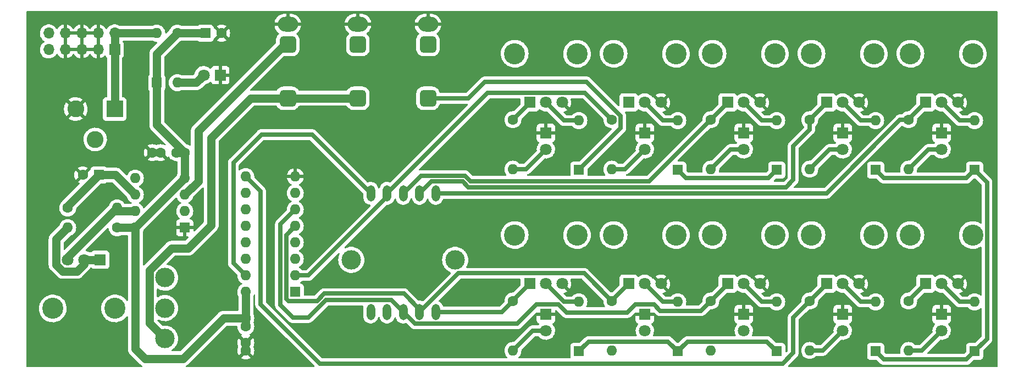
<source format=gtl>
%TF.GenerationSoftware,KiCad,Pcbnew,(6.0.0-0)*%
%TF.CreationDate,2022-04-11T21:26:13+01:00*%
%TF.ProjectId,baby10,62616279-3130-42e6-9b69-6361645f7063,rev?*%
%TF.SameCoordinates,Original*%
%TF.FileFunction,Copper,L1,Top*%
%TF.FilePolarity,Positive*%
%FSLAX46Y46*%
G04 Gerber Fmt 4.6, Leading zero omitted, Abs format (unit mm)*
G04 Created by KiCad (PCBNEW (6.0.0-0)) date 2022-04-11 21:26:13*
%MOMM*%
%LPD*%
G01*
G04 APERTURE LIST*
G04 Aperture macros list*
%AMRoundRect*
0 Rectangle with rounded corners*
0 $1 Rounding radius*
0 $2 $3 $4 $5 $6 $7 $8 $9 X,Y pos of 4 corners*
0 Add a 4 corners polygon primitive as box body*
4,1,4,$2,$3,$4,$5,$6,$7,$8,$9,$2,$3,0*
0 Add four circle primitives for the rounded corners*
1,1,$1+$1,$2,$3*
1,1,$1+$1,$4,$5*
1,1,$1+$1,$6,$7*
1,1,$1+$1,$8,$9*
0 Add four rect primitives between the rounded corners*
20,1,$1+$1,$2,$3,$4,$5,0*
20,1,$1+$1,$4,$5,$6,$7,0*
20,1,$1+$1,$6,$7,$8,$9,0*
20,1,$1+$1,$8,$9,$2,$3,0*%
G04 Aperture macros list end*
%TA.AperFunction,ComponentPad*%
%ADD10R,1.800000X1.800000*%
%TD*%
%TA.AperFunction,ComponentPad*%
%ADD11C,1.800000*%
%TD*%
%TA.AperFunction,ComponentPad*%
%ADD12O,3.100000X2.300000*%
%TD*%
%TA.AperFunction,ComponentPad*%
%ADD13RoundRect,0.650000X0.650000X0.650000X-0.650000X0.650000X-0.650000X-0.650000X0.650000X-0.650000X0*%
%TD*%
%TA.AperFunction,ComponentPad*%
%ADD14R,1.600000X1.600000*%
%TD*%
%TA.AperFunction,ComponentPad*%
%ADD15O,1.600000X1.600000*%
%TD*%
%TA.AperFunction,ComponentPad*%
%ADD16C,3.240000*%
%TD*%
%TA.AperFunction,ComponentPad*%
%ADD17C,1.600000*%
%TD*%
%TA.AperFunction,ComponentPad*%
%ADD18R,2.600000X2.600000*%
%TD*%
%TA.AperFunction,ComponentPad*%
%ADD19C,2.600000*%
%TD*%
%TA.AperFunction,ComponentPad*%
%ADD20R,1.700000X1.700000*%
%TD*%
%TA.AperFunction,ComponentPad*%
%ADD21O,1.700000X1.700000*%
%TD*%
%TA.AperFunction,ComponentPad*%
%ADD22C,3.000000*%
%TD*%
%TA.AperFunction,ComponentPad*%
%ADD23O,1.300000X2.500000*%
%TD*%
%TA.AperFunction,ViaPad*%
%ADD24C,0.762000*%
%TD*%
%TA.AperFunction,Conductor*%
%ADD25C,1.270000*%
%TD*%
%TA.AperFunction,Conductor*%
%ADD26C,0.635000*%
%TD*%
G04 APERTURE END LIST*
D10*
%TO.P,D13,1,K*%
%TO.N,GND*%
X120015000Y-78232000D03*
D11*
%TO.P,D13,2,A*%
%TO.N,Net-(D13-Pad2)*%
X120015000Y-80772000D03*
%TD*%
D12*
%TO.P,J5,S*%
%TO.N,GND*%
X101854000Y-33558000D03*
D13*
%TO.P,J5,T*%
%TO.N,Net-(D10-Pad1)*%
X101854000Y-44958000D03*
%TO.P,J5,TN*%
%TO.N,unconnected-(J5-PadTN)*%
X101854000Y-36658000D03*
%TD*%
D10*
%TO.P,D11,1,K*%
%TO.N,GND*%
X180975000Y-50292000D03*
D11*
%TO.P,D11,2,A*%
%TO.N,Net-(D11-Pad2)*%
X180975000Y-52832000D03*
%TD*%
D10*
%TO.P,D21,1,K*%
%TO.N,GND*%
X180975000Y-78232000D03*
D11*
%TO.P,D21,2,A*%
%TO.N,Net-(D21-Pad2)*%
X180975000Y-80772000D03*
%TD*%
D14*
%TO.P,U2,1,Q5*%
%TO.N,Net-(R9-Pad1)*%
X81407000Y-74803000D03*
D15*
%TO.P,U2,2,Q1*%
%TO.N,Net-(R5-Pad1)*%
X81407000Y-72263000D03*
%TO.P,U2,3,Q0*%
%TO.N,Net-(R4-Pad1)*%
X81407000Y-69723000D03*
%TO.P,U2,4,Q2*%
%TO.N,Net-(R6-Pad1)*%
X81407000Y-67183000D03*
%TO.P,U2,5,Q6*%
%TO.N,Net-(R10-Pad1)*%
X81407000Y-64643000D03*
%TO.P,U2,6,Q7*%
%TO.N,Net-(R11-Pad1)*%
X81407000Y-62103000D03*
%TO.P,U2,7,Q3*%
%TO.N,Net-(R7-Pad1)*%
X81407000Y-59563000D03*
%TO.P,U2,8,VSS*%
%TO.N,GND*%
X81407000Y-57023000D03*
%TO.P,U2,9,Q8*%
%TO.N,Net-(R12-Pad1)*%
X73787000Y-57023000D03*
%TO.P,U2,10,Q4*%
%TO.N,Net-(R8-Pad1)*%
X73787000Y-59563000D03*
%TO.P,U2,11,Q9*%
%TO.N,Net-(R13-Pad1)*%
X73787000Y-62103000D03*
%TO.P,U2,12,Cout*%
%TO.N,unconnected-(U2-Pad12)*%
X73787000Y-64643000D03*
%TO.P,U2,13,CKEN*%
%TO.N,unconnected-(U2-Pad13)*%
X73787000Y-67183000D03*
%TO.P,U2,14,CLK*%
%TO.N,Net-(SW1-Pad2)*%
X73787000Y-69723000D03*
%TO.P,U2,15,Reset*%
%TO.N,Net-(SW2-Pad1)*%
X73787000Y-72263000D03*
%TO.P,U2,16,VDD*%
%TO.N,VCC*%
X73787000Y-74803000D03*
%TD*%
D16*
%TO.P,RV2,*%
%TO.N,*%
X115215000Y-38100000D03*
X124815000Y-38100000D03*
D10*
%TO.P,RV2,1,1*%
%TO.N,Net-(R4-Pad1)*%
X117515000Y-45600000D03*
D11*
%TO.P,RV2,2,2*%
%TO.N,Net-(D4-Pad2)*%
X120015000Y-45600000D03*
%TO.P,RV2,3,3*%
%TO.N,GND*%
X122515000Y-45600000D03*
%TD*%
D10*
%TO.P,D7,1,K*%
%TO.N,GND*%
X150495000Y-50292000D03*
D11*
%TO.P,D7,2,A*%
%TO.N,Net-(D7-Pad2)*%
X150495000Y-52832000D03*
%TD*%
D14*
%TO.P,D22,1,K*%
%TO.N,Net-(D10-Pad1)*%
X186055000Y-83947000D03*
D15*
%TO.P,D22,2,A*%
%TO.N,Net-(D22-Pad2)*%
X186055000Y-76327000D03*
%TD*%
D17*
%TO.P,R1,1*%
%TO.N,Net-(C1-Pad1)*%
X46355000Y-61849000D03*
D15*
%TO.P,R1,2*%
%TO.N,Net-(R1-Pad2)*%
X53975000Y-61849000D03*
%TD*%
D17*
%TO.P,R4,1*%
%TO.N,Net-(R4-Pad1)*%
X114935000Y-48260000D03*
D15*
%TO.P,R4,2*%
%TO.N,Net-(D3-Pad2)*%
X114935000Y-55880000D03*
%TD*%
D14*
%TO.P,C2,1*%
%TO.N,VCC*%
X67564000Y-34925000D03*
D17*
%TO.P,C2,2*%
%TO.N,GND*%
X70064000Y-34925000D03*
%TD*%
%TO.P,R11,1*%
%TO.N,Net-(R11-Pad1)*%
X145415000Y-76200000D03*
D15*
%TO.P,R11,2*%
%TO.N,Net-(D17-Pad2)*%
X145415000Y-83820000D03*
%TD*%
D14*
%TO.P,C1,1*%
%TO.N,Net-(C1-Pad1)*%
X51181000Y-56769000D03*
D17*
%TO.P,C1,2*%
%TO.N,GND*%
X48681000Y-56769000D03*
%TD*%
D10*
%TO.P,D5,1,K*%
%TO.N,GND*%
X135255000Y-50292000D03*
D11*
%TO.P,D5,2,A*%
%TO.N,Net-(D5-Pad2)*%
X135255000Y-52832000D03*
%TD*%
D17*
%TO.P,R8,1*%
%TO.N,Net-(R8-Pad1)*%
X175895000Y-48260000D03*
D15*
%TO.P,R8,2*%
%TO.N,Net-(D11-Pad2)*%
X175895000Y-55880000D03*
%TD*%
D17*
%TO.P,R3,1*%
%TO.N,VCC*%
X63246000Y-34925000D03*
D15*
%TO.P,R3,2*%
%TO.N,Net-(D2-Pad2)*%
X63246000Y-42545000D03*
%TD*%
D10*
%TO.P,D2,1,K*%
%TO.N,GND*%
X69850000Y-41402000D03*
D11*
%TO.P,D2,2,A*%
%TO.N,Net-(D2-Pad2)*%
X67310000Y-41402000D03*
%TD*%
D17*
%TO.P,R12,1*%
%TO.N,Net-(R12-Pad1)*%
X160655000Y-76200000D03*
D15*
%TO.P,R12,2*%
%TO.N,Net-(D19-Pad2)*%
X160655000Y-83820000D03*
%TD*%
D14*
%TO.P,D20,1,K*%
%TO.N,Net-(D10-Pad1)*%
X170815000Y-83947000D03*
D15*
%TO.P,D20,2,A*%
%TO.N,Net-(D20-Pad2)*%
X170815000Y-76327000D03*
%TD*%
D16*
%TO.P,RV1,*%
%TO.N,*%
X53655000Y-77343000D03*
X44055000Y-77343000D03*
D10*
%TO.P,RV1,1,1*%
%TO.N,Net-(R2-Pad2)*%
X51355000Y-69843000D03*
D11*
%TO.P,RV1,2,2*%
X48855000Y-69843000D03*
%TO.P,RV1,3,3*%
%TO.N,Net-(R1-Pad2)*%
X46355000Y-69843000D03*
%TD*%
D17*
%TO.P,C4,1*%
%TO.N,VCC*%
X73787000Y-80117000D03*
X73787000Y-78867000D03*
%TO.P,C4,2*%
%TO.N,GND*%
X73787000Y-82617000D03*
X73787000Y-83867000D03*
%TD*%
D14*
%TO.P,D12,1,K*%
%TO.N,Net-(D10-Pad1)*%
X186055000Y-56007000D03*
D15*
%TO.P,D12,2,A*%
%TO.N,Net-(D12-Pad2)*%
X186055000Y-48387000D03*
%TD*%
D16*
%TO.P,RV3,*%
%TO.N,*%
X140055000Y-38100000D03*
X130455000Y-38100000D03*
D10*
%TO.P,RV3,1,1*%
%TO.N,Net-(R5-Pad1)*%
X132755000Y-45600000D03*
D11*
%TO.P,RV3,2,2*%
%TO.N,Net-(D6-Pad2)*%
X135255000Y-45600000D03*
%TO.P,RV3,3,3*%
%TO.N,GND*%
X137755000Y-45600000D03*
%TD*%
D14*
%TO.P,D14,1,K*%
%TO.N,Net-(D10-Pad1)*%
X125095000Y-83947000D03*
D15*
%TO.P,D14,2,A*%
%TO.N,Net-(D14-Pad2)*%
X125095000Y-76327000D03*
%TD*%
D14*
%TO.P,D4,1,K*%
%TO.N,Net-(D10-Pad1)*%
X125095000Y-56007000D03*
D15*
%TO.P,D4,2,A*%
%TO.N,Net-(D4-Pad2)*%
X125095000Y-48387000D03*
%TD*%
D16*
%TO.P,RV10,*%
%TO.N,*%
X170535000Y-66040000D03*
X160935000Y-66040000D03*
D10*
%TO.P,RV10,1,1*%
%TO.N,Net-(R12-Pad1)*%
X163235000Y-73540000D03*
D11*
%TO.P,RV10,2,2*%
%TO.N,Net-(D20-Pad2)*%
X165735000Y-73540000D03*
%TO.P,RV10,3,3*%
%TO.N,GND*%
X168235000Y-73540000D03*
%TD*%
D12*
%TO.P,J4,S*%
%TO.N,GND*%
X91059000Y-33558000D03*
D13*
%TO.P,J4,T*%
%TO.N,/CLOCK*%
X91059000Y-44958000D03*
%TO.P,J4,TN*%
%TO.N,unconnected-(J4-PadTN)*%
X91059000Y-36658000D03*
%TD*%
D16*
%TO.P,RV5,*%
%TO.N,*%
X170535000Y-38100000D03*
X160935000Y-38100000D03*
D10*
%TO.P,RV5,1,1*%
%TO.N,Net-(R7-Pad1)*%
X163235000Y-45600000D03*
D11*
%TO.P,RV5,2,2*%
%TO.N,Net-(D10-Pad2)*%
X165735000Y-45600000D03*
%TO.P,RV5,3,3*%
%TO.N,GND*%
X168235000Y-45600000D03*
%TD*%
D12*
%TO.P,J3,S*%
%TO.N,GND*%
X80264000Y-33558000D03*
D13*
%TO.P,J3,T*%
%TO.N,/CLOCK*%
X80264000Y-44958000D03*
%TO.P,J3,TN*%
%TO.N,Net-(J3-PadTN)*%
X80264000Y-36658000D03*
%TD*%
D18*
%TO.P,J1,1*%
%TO.N,Net-(D1-Pad2)*%
X53594000Y-46609000D03*
D19*
%TO.P,J1,2*%
%TO.N,GND*%
X47594000Y-46609000D03*
%TO.P,J1,3*%
%TO.N,unconnected-(J1-Pad3)*%
X50594000Y-51309000D03*
%TD*%
D16*
%TO.P,RV7,*%
%TO.N,*%
X115215000Y-66040000D03*
X124815000Y-66040000D03*
D10*
%TO.P,RV7,1,1*%
%TO.N,Net-(R9-Pad1)*%
X117515000Y-73540000D03*
D11*
%TO.P,RV7,2,2*%
%TO.N,Net-(D14-Pad2)*%
X120015000Y-73540000D03*
%TO.P,RV7,3,3*%
%TO.N,GND*%
X122515000Y-73540000D03*
%TD*%
D14*
%TO.P,D10,1,K*%
%TO.N,Net-(D10-Pad1)*%
X170815000Y-56007000D03*
D15*
%TO.P,D10,2,A*%
%TO.N,Net-(D10-Pad2)*%
X170815000Y-48387000D03*
%TD*%
D14*
%TO.P,D16,1,K*%
%TO.N,Net-(D10-Pad1)*%
X140335000Y-83947000D03*
D15*
%TO.P,D16,2,A*%
%TO.N,Net-(D16-Pad2)*%
X140335000Y-76327000D03*
%TD*%
D17*
%TO.P,R10,1*%
%TO.N,Net-(R10-Pad1)*%
X130175000Y-76200000D03*
D15*
%TO.P,R10,2*%
%TO.N,Net-(D15-Pad2)*%
X130175000Y-83820000D03*
%TD*%
D17*
%TO.P,R9,1*%
%TO.N,Net-(R9-Pad1)*%
X114935000Y-76200000D03*
D15*
%TO.P,R9,2*%
%TO.N,Net-(D13-Pad2)*%
X114935000Y-83820000D03*
%TD*%
D17*
%TO.P,R7,1*%
%TO.N,Net-(R7-Pad1)*%
X160655000Y-48260000D03*
D15*
%TO.P,R7,2*%
%TO.N,Net-(D9-Pad2)*%
X160655000Y-55880000D03*
%TD*%
D17*
%TO.P,R13,1*%
%TO.N,Net-(R13-Pad1)*%
X175895000Y-76200000D03*
D15*
%TO.P,R13,2*%
%TO.N,Net-(D21-Pad2)*%
X175895000Y-83820000D03*
%TD*%
D17*
%TO.P,R5,1*%
%TO.N,Net-(R5-Pad1)*%
X130175000Y-48260000D03*
D15*
%TO.P,R5,2*%
%TO.N,Net-(D5-Pad2)*%
X130175000Y-55880000D03*
%TD*%
D16*
%TO.P,RV9,*%
%TO.N,*%
X155295000Y-66040000D03*
X145695000Y-66040000D03*
D10*
%TO.P,RV9,1,1*%
%TO.N,Net-(R11-Pad1)*%
X147995000Y-73540000D03*
D11*
%TO.P,RV9,2,2*%
%TO.N,Net-(D18-Pad2)*%
X150495000Y-73540000D03*
%TO.P,RV9,3,3*%
%TO.N,GND*%
X152995000Y-73540000D03*
%TD*%
D16*
%TO.P,RV6,*%
%TO.N,*%
X185775000Y-38100000D03*
X176175000Y-38100000D03*
D10*
%TO.P,RV6,1,1*%
%TO.N,Net-(R8-Pad1)*%
X178475000Y-45600000D03*
D11*
%TO.P,RV6,2,2*%
%TO.N,Net-(D12-Pad2)*%
X180975000Y-45600000D03*
%TO.P,RV6,3,3*%
%TO.N,GND*%
X183475000Y-45600000D03*
%TD*%
D16*
%TO.P,RV8,*%
%TO.N,*%
X130455000Y-66040000D03*
X140055000Y-66040000D03*
D10*
%TO.P,RV8,1,1*%
%TO.N,Net-(R10-Pad1)*%
X132755000Y-73540000D03*
D11*
%TO.P,RV8,2,2*%
%TO.N,Net-(D16-Pad2)*%
X135255000Y-73540000D03*
%TO.P,RV8,3,3*%
%TO.N,GND*%
X137755000Y-73540000D03*
%TD*%
D17*
%TO.P,R6,1*%
%TO.N,Net-(R6-Pad1)*%
X145415000Y-48260000D03*
D15*
%TO.P,R6,2*%
%TO.N,Net-(D7-Pad2)*%
X145415000Y-55880000D03*
%TD*%
D17*
%TO.P,C3,1*%
%TO.N,VCC*%
X63139000Y-53340000D03*
X64389000Y-53340000D03*
%TO.P,C3,2*%
%TO.N,GND*%
X60639000Y-53340000D03*
X59389000Y-53340000D03*
%TD*%
D14*
%TO.P,U1,1,GND*%
%TO.N,GND*%
X64389000Y-64897000D03*
D15*
%TO.P,U1,2,TR*%
%TO.N,Net-(C1-Pad1)*%
X64389000Y-62357000D03*
%TO.P,U1,3,Q*%
%TO.N,Net-(J3-PadTN)*%
X64389000Y-59817000D03*
%TO.P,U1,4,R*%
%TO.N,VCC*%
X64389000Y-57277000D03*
%TO.P,U1,5,CV*%
%TO.N,unconnected-(U1-Pad5)*%
X56769000Y-57277000D03*
%TO.P,U1,6,THR*%
%TO.N,Net-(C1-Pad1)*%
X56769000Y-59817000D03*
%TO.P,U1,7,DIS*%
%TO.N,Net-(R1-Pad2)*%
X56769000Y-62357000D03*
%TO.P,U1,8,VCC*%
%TO.N,VCC*%
X56769000Y-64897000D03*
%TD*%
D14*
%TO.P,D18,1,K*%
%TO.N,Net-(D10-Pad1)*%
X155575000Y-83947000D03*
D15*
%TO.P,D18,2,A*%
%TO.N,Net-(D18-Pad2)*%
X155575000Y-76327000D03*
%TD*%
D16*
%TO.P,RV11,*%
%TO.N,*%
X176175000Y-66040000D03*
X185775000Y-66040000D03*
D10*
%TO.P,RV11,1,1*%
%TO.N,Net-(R13-Pad1)*%
X178475000Y-73540000D03*
D11*
%TO.P,RV11,2,2*%
%TO.N,Net-(D22-Pad2)*%
X180975000Y-73540000D03*
%TO.P,RV11,3,3*%
%TO.N,GND*%
X183475000Y-73540000D03*
%TD*%
D20*
%TO.P,J2,1,Pin_1*%
%TO.N,Net-(D1-Pad2)*%
X53594000Y-37465000D03*
D21*
%TO.P,J2,2,Pin_2*%
X53594000Y-34925000D03*
%TO.P,J2,3,Pin_3*%
%TO.N,GND*%
X51054000Y-37465000D03*
%TO.P,J2,4,Pin_4*%
X51054000Y-34925000D03*
%TO.P,J2,5,Pin_5*%
X48514000Y-37465000D03*
%TO.P,J2,6,Pin_6*%
X48514000Y-34925000D03*
%TO.P,J2,7,Pin_7*%
X45974000Y-37465000D03*
%TO.P,J2,8,Pin_8*%
X45974000Y-34925000D03*
%TO.P,J2,9,Pin_9*%
%TO.N,unconnected-(J2-Pad9)*%
X43434000Y-37465000D03*
%TO.P,J2,10,Pin_10*%
%TO.N,unconnected-(J2-Pad10)*%
X43434000Y-34925000D03*
%TD*%
D14*
%TO.P,D6,1,K*%
%TO.N,Net-(D10-Pad1)*%
X140335000Y-56007000D03*
D15*
%TO.P,D6,2,A*%
%TO.N,Net-(D6-Pad2)*%
X140335000Y-48387000D03*
%TD*%
D14*
%TO.P,D8,1,K*%
%TO.N,Net-(D10-Pad1)*%
X155575000Y-56007000D03*
D15*
%TO.P,D8,2,A*%
%TO.N,Net-(D8-Pad2)*%
X155575000Y-48387000D03*
%TD*%
D10*
%TO.P,D17,1,K*%
%TO.N,GND*%
X150495000Y-78232000D03*
D11*
%TO.P,D17,2,A*%
%TO.N,Net-(D17-Pad2)*%
X150495000Y-80772000D03*
%TD*%
D22*
%TO.P,SW1,1,A*%
%TO.N,unconnected-(SW1-Pad1)*%
X61366400Y-72593000D03*
%TO.P,SW1,2,B*%
%TO.N,Net-(SW1-Pad2)*%
X61341000Y-77293000D03*
%TO.P,SW1,3,C*%
%TO.N,/CLOCK*%
X61341000Y-81993000D03*
%TD*%
D10*
%TO.P,D19,1,K*%
%TO.N,GND*%
X165735000Y-78232000D03*
D11*
%TO.P,D19,2,A*%
%TO.N,Net-(D19-Pad2)*%
X165735000Y-80772000D03*
%TD*%
D14*
%TO.P,D1,1,K*%
%TO.N,VCC*%
X60071000Y-42545000D03*
D15*
%TO.P,D1,2,A*%
%TO.N,Net-(D1-Pad2)*%
X60071000Y-34925000D03*
%TD*%
D22*
%TO.P,SW2,*%
%TO.N,*%
X106045000Y-69860598D03*
X90043000Y-69860598D03*
D23*
%TO.P,SW2,1*%
%TO.N,Net-(SW2-Pad1)*%
X93040200Y-59598998D03*
%TO.P,SW2,2*%
%TO.N,Net-(R5-Pad1)*%
X95554800Y-59598998D03*
%TO.P,SW2,3*%
%TO.N,Net-(R6-Pad1)*%
X98044000Y-59598998D03*
%TO.P,SW2,4*%
%TO.N,Net-(R7-Pad1)*%
X100558600Y-59598998D03*
%TO.P,SW2,5*%
%TO.N,Net-(R8-Pad1)*%
X103047800Y-59598998D03*
%TO.P,SW2,6*%
%TO.N,Net-(R9-Pad1)*%
X103047800Y-77899698D03*
%TO.P,SW2,7*%
%TO.N,Net-(R10-Pad1)*%
X100558600Y-77899698D03*
%TO.P,SW2,8*%
%TO.N,Net-(R11-Pad1)*%
X98044000Y-77899698D03*
%TO.P,SW2,9*%
%TO.N,Net-(R13-Pad1)*%
X95554800Y-77899698D03*
%TO.P,SW2,10*%
%TO.N,unconnected-(SW2-Pad10)*%
X93040200Y-77899698D03*
%TD*%
D10*
%TO.P,D3,1,K*%
%TO.N,GND*%
X120015000Y-50292000D03*
D11*
%TO.P,D3,2,A*%
%TO.N,Net-(D3-Pad2)*%
X120015000Y-52832000D03*
%TD*%
D17*
%TO.P,R2,1*%
%TO.N,VCC*%
X53975000Y-64897000D03*
D15*
%TO.P,R2,2*%
%TO.N,Net-(R2-Pad2)*%
X46355000Y-64897000D03*
%TD*%
D16*
%TO.P,RV4,*%
%TO.N,*%
X145695000Y-38100000D03*
X155295000Y-38100000D03*
D10*
%TO.P,RV4,1,1*%
%TO.N,Net-(R6-Pad1)*%
X147995000Y-45600000D03*
D11*
%TO.P,RV4,2,2*%
%TO.N,Net-(D8-Pad2)*%
X150495000Y-45600000D03*
%TO.P,RV4,3,3*%
%TO.N,GND*%
X152995000Y-45600000D03*
%TD*%
D10*
%TO.P,D9,1,K*%
%TO.N,GND*%
X165735000Y-50292000D03*
D11*
%TO.P,D9,2,A*%
%TO.N,Net-(D9-Pad2)*%
X165735000Y-52832000D03*
%TD*%
D10*
%TO.P,D15,1,K*%
%TO.N,GND*%
X135255000Y-78232000D03*
D11*
%TO.P,D15,2,A*%
%TO.N,Net-(D15-Pad2)*%
X135255000Y-80772000D03*
%TD*%
D24*
%TO.N,GND*%
X85344000Y-73025000D03*
X85344000Y-63246000D03*
X109093000Y-74549000D03*
%TD*%
D25*
%TO.N,Net-(C1-Pad1)*%
X46355000Y-61595000D02*
X51181000Y-56769000D01*
X46355000Y-61849000D02*
X46355000Y-61595000D01*
X51181000Y-56769000D02*
X53721000Y-56769000D01*
X53721000Y-56769000D02*
X56769000Y-59817000D01*
%TO.N,VCC*%
X56769000Y-64897000D02*
X53975000Y-64897000D01*
X64135000Y-85090000D02*
X70358000Y-78867000D01*
X63246000Y-34925000D02*
X67564000Y-34925000D01*
X60071000Y-42545000D02*
X60071000Y-49022000D01*
X60071000Y-49022000D02*
X64389000Y-53340000D01*
X58293000Y-85090000D02*
X64135000Y-85090000D01*
X56769000Y-64897000D02*
X56769000Y-83566000D01*
X60071000Y-38100000D02*
X63246000Y-34925000D01*
X56769000Y-83566000D02*
X58293000Y-85090000D01*
X60071000Y-42545000D02*
X60071000Y-38100000D01*
X73787000Y-78867000D02*
X73787000Y-80117000D01*
X64389000Y-53340000D02*
X63139000Y-53340000D01*
X70358000Y-78867000D02*
X73787000Y-78867000D01*
X64389000Y-53340000D02*
X64389000Y-57277000D01*
X73787000Y-74803000D02*
X73787000Y-78867000D01*
X56769000Y-64897000D02*
X64389000Y-57277000D01*
%TO.N,Net-(D1-Pad2)*%
X53594000Y-37465000D02*
X53594000Y-46609000D01*
X53594000Y-34925000D02*
X60071000Y-34925000D01*
X53594000Y-34925000D02*
X53594000Y-37465000D01*
%TO.N,Net-(D2-Pad2)*%
X66167000Y-42545000D02*
X67310000Y-41402000D01*
X63246000Y-42545000D02*
X66167000Y-42545000D01*
D26*
%TO.N,Net-(D3-Pad2)*%
X116967000Y-55880000D02*
X120015000Y-52832000D01*
X114935000Y-55880000D02*
X116967000Y-55880000D01*
%TO.N,Net-(D10-Pad1)*%
X140335000Y-56007000D02*
X141579011Y-57251011D01*
X125095000Y-83947000D02*
X126593011Y-82448989D01*
X184810989Y-57251011D02*
X186055000Y-56007000D01*
X154076989Y-82448989D02*
X155575000Y-83947000D01*
X154330989Y-57251011D02*
X155575000Y-56007000D01*
X131546011Y-49555989D02*
X125095000Y-56007000D01*
X110617000Y-42418000D02*
X126271903Y-42418000D01*
X141833011Y-82448989D02*
X154076989Y-82448989D01*
X126271903Y-42418000D02*
X131546011Y-47692108D01*
X108077000Y-44958000D02*
X110617000Y-42418000D01*
X140335000Y-83947000D02*
X141833011Y-82448989D01*
X138836989Y-82448989D02*
X140335000Y-83947000D01*
X187966011Y-82035989D02*
X187966011Y-57918011D01*
X101854000Y-44958000D02*
X108077000Y-44958000D01*
X141579011Y-57251011D02*
X154330989Y-57251011D01*
X186055000Y-83947000D02*
X187966011Y-82035989D01*
X187966011Y-57918011D02*
X186055000Y-56007000D01*
X126593011Y-82448989D02*
X138836989Y-82448989D01*
X184810989Y-85191011D02*
X186055000Y-83947000D01*
X170815000Y-83947000D02*
X172059011Y-85191011D01*
X172059011Y-85191011D02*
X184810989Y-85191011D01*
X131546011Y-47692108D02*
X131546011Y-49555989D01*
X170815000Y-56007000D02*
X172059011Y-57251011D01*
X172059011Y-57251011D02*
X184810989Y-57251011D01*
%TO.N,Net-(D4-Pad2)*%
X120015000Y-45600000D02*
X122802000Y-48387000D01*
X122802000Y-48387000D02*
X125095000Y-48387000D01*
%TO.N,Net-(D5-Pad2)*%
X132207000Y-55880000D02*
X135255000Y-52832000D01*
X130175000Y-55880000D02*
X132207000Y-55880000D01*
%TO.N,Net-(D6-Pad2)*%
X138042000Y-48387000D02*
X140335000Y-48387000D01*
X135255000Y-45600000D02*
X138042000Y-48387000D01*
%TO.N,Net-(D7-Pad2)*%
X150495000Y-52832000D02*
X148463000Y-52832000D01*
X148463000Y-52832000D02*
X145415000Y-55880000D01*
%TO.N,Net-(D8-Pad2)*%
X150495000Y-45600000D02*
X153282000Y-48387000D01*
X153282000Y-48387000D02*
X155575000Y-48387000D01*
%TO.N,Net-(D9-Pad2)*%
X163703000Y-52832000D02*
X160655000Y-55880000D01*
X165735000Y-52832000D02*
X163703000Y-52832000D01*
%TO.N,Net-(D10-Pad2)*%
X165735000Y-45600000D02*
X168522000Y-48387000D01*
X168522000Y-48387000D02*
X170815000Y-48387000D01*
%TO.N,Net-(D11-Pad2)*%
X180975000Y-52832000D02*
X178943000Y-52832000D01*
X178943000Y-52832000D02*
X175895000Y-55880000D01*
%TO.N,Net-(D12-Pad2)*%
X180975000Y-45600000D02*
X183762000Y-48387000D01*
X183762000Y-48387000D02*
X186055000Y-48387000D01*
%TO.N,Net-(D13-Pad2)*%
X120015000Y-80772000D02*
X117983000Y-80772000D01*
X117983000Y-80772000D02*
X114935000Y-83820000D01*
%TO.N,Net-(D14-Pad2)*%
X120015000Y-73540000D02*
X122802000Y-76327000D01*
X122802000Y-76327000D02*
X125095000Y-76327000D01*
%TO.N,Net-(D16-Pad2)*%
X135255000Y-73540000D02*
X138042000Y-76327000D01*
X138042000Y-76327000D02*
X140335000Y-76327000D01*
%TO.N,Net-(D18-Pad2)*%
X150495000Y-73540000D02*
X153282000Y-76327000D01*
X153282000Y-76327000D02*
X155575000Y-76327000D01*
%TO.N,Net-(D19-Pad2)*%
X160655000Y-83820000D02*
X162687000Y-83820000D01*
X162687000Y-83820000D02*
X165735000Y-80772000D01*
%TO.N,Net-(D20-Pad2)*%
X165735000Y-73540000D02*
X168522000Y-76327000D01*
X168522000Y-76327000D02*
X170815000Y-76327000D01*
%TO.N,Net-(D21-Pad2)*%
X177927000Y-83820000D02*
X180975000Y-80772000D01*
X175895000Y-83820000D02*
X177927000Y-83820000D01*
%TO.N,Net-(D22-Pad2)*%
X183762000Y-76327000D02*
X186055000Y-76327000D01*
X180975000Y-73540000D02*
X183762000Y-76327000D01*
D25*
%TO.N,/CLOCK*%
X58952489Y-71476511D02*
X62357000Y-68072000D01*
X62357000Y-68072000D02*
X64897000Y-68072000D01*
X68453000Y-51054000D02*
X68453000Y-64516000D01*
X80264000Y-44958000D02*
X91059000Y-44958000D01*
X61341000Y-81993000D02*
X58952489Y-79604489D01*
X58952489Y-79604489D02*
X58952489Y-71476511D01*
X68453000Y-64516000D02*
X64897000Y-68072000D01*
X74549000Y-44958000D02*
X68453000Y-51054000D01*
X80264000Y-44958000D02*
X74549000Y-44958000D01*
%TO.N,Net-(J3-PadTN)*%
X80264000Y-36658000D02*
X79801000Y-36658000D01*
X66484500Y-49974500D02*
X66484500Y-57721500D01*
X64389000Y-59817000D02*
X66484500Y-57721500D01*
X79801000Y-36658000D02*
X66484500Y-49974500D01*
%TO.N,Net-(R1-Pad2)*%
X53213000Y-62611000D02*
X53975000Y-61849000D01*
X56769000Y-62357000D02*
X53467000Y-62357000D01*
X56769000Y-62357000D02*
X54483000Y-62357000D01*
X46355000Y-69843000D02*
X46355000Y-69469000D01*
X53467000Y-62357000D02*
X53213000Y-62611000D01*
X54483000Y-62357000D02*
X53975000Y-61849000D01*
X46355000Y-69469000D02*
X53213000Y-62611000D01*
%TO.N,Net-(R2-Pad2)*%
X48855000Y-70525000D02*
X48855000Y-69843000D01*
X48855000Y-69843000D02*
X51355000Y-69843000D01*
X44566489Y-66685511D02*
X44566489Y-70583827D01*
X46355000Y-64897000D02*
X44566489Y-66685511D01*
X45614173Y-71631511D02*
X47748489Y-71631511D01*
X47748489Y-71631511D02*
X48855000Y-70525000D01*
X44566489Y-70583827D02*
X45614173Y-71631511D01*
D26*
%TO.N,Net-(R4-Pad1)*%
X117515000Y-45600000D02*
X117515000Y-45680000D01*
X117515000Y-45680000D02*
X114935000Y-48260000D01*
%TO.N,Net-(R5-Pad1)*%
X126043989Y-44128989D02*
X111024809Y-44128989D01*
X83439000Y-72263000D02*
X81407000Y-72263000D01*
X130175000Y-48260000D02*
X126043989Y-44128989D01*
X95554800Y-60147200D02*
X83439000Y-72263000D01*
X111024809Y-44128989D02*
X95554800Y-59598998D01*
X95554800Y-59598998D02*
X95554800Y-60147200D01*
%TO.N,Net-(R6-Pad1)*%
X100753540Y-56889458D02*
X98044000Y-59598998D01*
X135916522Y-57758478D02*
X108418036Y-57758478D01*
X145415000Y-48260000D02*
X135916522Y-57758478D01*
X147995000Y-45600000D02*
X147995000Y-45680000D01*
X108418036Y-57758478D02*
X107549016Y-56889458D01*
X147995000Y-45680000D02*
X145415000Y-48260000D01*
X107549016Y-56889458D02*
X100753540Y-56889458D01*
%TO.N,Net-(R7-Pad1)*%
X155704026Y-58674000D02*
X156972000Y-58674000D01*
X108049998Y-58646998D02*
X107180978Y-57777978D01*
X158115000Y-57531000D02*
X158115000Y-52324000D01*
X155677024Y-58646998D02*
X155704026Y-58674000D01*
X107180978Y-57777978D02*
X102379620Y-57777978D01*
X156972000Y-58674000D02*
X158115000Y-57531000D01*
X155677024Y-58646998D02*
X108049998Y-58646998D01*
X158115000Y-52324000D02*
X160655000Y-49784000D01*
X163235000Y-45680000D02*
X160655000Y-48260000D01*
X160655000Y-49784000D02*
X160655000Y-48260000D01*
X102379620Y-57777978D02*
X100558600Y-59598998D01*
X163235000Y-45600000D02*
X163235000Y-45680000D01*
%TO.N,Net-(R8-Pad1)*%
X175895000Y-48260000D02*
X174569996Y-48260000D01*
X175895000Y-48260000D02*
X175895000Y-48180000D01*
X103047800Y-59598998D02*
X163230998Y-59598998D01*
X174569996Y-48260000D02*
X163230998Y-59598998D01*
X175895000Y-48180000D02*
X178475000Y-45600000D01*
%TO.N,Net-(R9-Pad1)*%
X103047800Y-77899698D02*
X113235302Y-77899698D01*
X114935000Y-76120000D02*
X117515000Y-73540000D01*
X113235302Y-77899698D02*
X114935000Y-76200000D01*
X114935000Y-76200000D02*
X114935000Y-76120000D01*
%TO.N,Net-(R10-Pad1)*%
X106526689Y-71931609D02*
X125906609Y-71931609D01*
X80365011Y-76174011D02*
X84748431Y-76174011D01*
X125906609Y-71931609D02*
X130175000Y-76200000D01*
X130175000Y-76200000D02*
X130175000Y-76120000D01*
X80035989Y-66014011D02*
X80035989Y-75844989D01*
X100558600Y-77899698D02*
X106526689Y-71931609D01*
X80035989Y-75844989D02*
X80365011Y-76174011D01*
X98171000Y-75057000D02*
X100558600Y-77444600D01*
X100558600Y-77444600D02*
X100558600Y-77899698D01*
X85865442Y-75057000D02*
X98171000Y-75057000D01*
X84748431Y-76174011D02*
X85865442Y-75057000D01*
X130175000Y-76120000D02*
X132755000Y-73540000D01*
X81407000Y-64643000D02*
X80035989Y-66014011D01*
%TO.N,Net-(R11-Pad1)*%
X81026000Y-78740000D02*
X79121000Y-76835000D01*
X83439000Y-78740000D02*
X81026000Y-78740000D01*
X147995000Y-73620000D02*
X145415000Y-76200000D01*
X133840199Y-76704779D02*
X136648779Y-76704779D01*
X137642011Y-77698011D02*
X143916989Y-77698011D01*
X96222980Y-76078678D02*
X86100322Y-76078678D01*
X115584260Y-79720718D02*
X118543989Y-76760989D01*
X86100322Y-76078678D02*
X83439000Y-78740000D01*
X123190000Y-77978000D02*
X132566978Y-77978000D01*
X79121000Y-64389000D02*
X81407000Y-62103000D01*
X143916989Y-77698011D02*
X145415000Y-76200000D01*
X132566978Y-77978000D02*
X133840199Y-76704779D01*
X121972989Y-76760989D02*
X123190000Y-77978000D01*
X136648779Y-76704779D02*
X137642011Y-77698011D01*
X79121000Y-76835000D02*
X79121000Y-64389000D01*
X98044000Y-77899698D02*
X96222980Y-76078678D01*
X147995000Y-73540000D02*
X147995000Y-73620000D01*
X118543989Y-76760989D02*
X121972989Y-76760989D01*
X98044000Y-77899698D02*
X99865020Y-79720718D01*
X99865020Y-79720718D02*
X115584260Y-79720718D01*
%TO.N,Net-(R12-Pad1)*%
X158115000Y-78740000D02*
X160655000Y-76200000D01*
X73787000Y-57023000D02*
X76073000Y-59309000D01*
X85217000Y-85852000D02*
X156464000Y-85852000D01*
X158115000Y-84201000D02*
X158115000Y-78740000D01*
X76073000Y-76708000D02*
X85217000Y-85852000D01*
X76073000Y-59309000D02*
X76073000Y-76708000D01*
X156464000Y-85852000D02*
X158115000Y-84201000D01*
X163235000Y-73540000D02*
X163235000Y-73620000D01*
X163235000Y-73620000D02*
X160655000Y-76200000D01*
%TO.N,Net-(R13-Pad1)*%
X175895000Y-76120000D02*
X178475000Y-73540000D01*
X175895000Y-76200000D02*
X175895000Y-76120000D01*
%TO.N,Net-(SW2-Pad1)*%
X83987202Y-50546000D02*
X93040200Y-59598998D01*
X71882000Y-54864000D02*
X71882000Y-70358000D01*
X71882000Y-70358000D02*
X73787000Y-72263000D01*
X71882000Y-54864000D02*
X76200000Y-50546000D01*
X76200000Y-50546000D02*
X83987202Y-50546000D01*
%TD*%
%TA.AperFunction,Conductor*%
%TO.N,GND*%
G36*
X189454058Y-31497500D02*
G01*
X189468859Y-31499805D01*
X189468862Y-31499805D01*
X189477731Y-31501186D01*
X189483852Y-31500385D01*
X189550374Y-31520803D01*
X189596209Y-31575022D01*
X189604777Y-31616865D01*
X189605814Y-31616729D01*
X189609936Y-31648250D01*
X189611000Y-31664588D01*
X189611000Y-86183673D01*
X189609500Y-86203058D01*
X189607905Y-86213304D01*
X189605814Y-86226731D01*
X189606615Y-86232852D01*
X189586197Y-86299374D01*
X189531978Y-86345209D01*
X189490135Y-86353777D01*
X189490271Y-86354814D01*
X189458750Y-86358936D01*
X189442412Y-86360000D01*
X157428331Y-86360000D01*
X157360210Y-86339998D01*
X157313717Y-86286342D01*
X157303613Y-86216068D01*
X157333107Y-86151488D01*
X157339236Y-86144905D01*
X158670755Y-84813385D01*
X158678522Y-84806242D01*
X158711479Y-84778391D01*
X158716693Y-84773985D01*
X158764117Y-84711957D01*
X158766010Y-84709542D01*
X158810694Y-84653967D01*
X158814970Y-84648649D01*
X158818005Y-84642536D01*
X158819312Y-84640492D01*
X158819630Y-84640038D01*
X158820036Y-84639385D01*
X158820306Y-84638895D01*
X158821557Y-84636829D01*
X158825697Y-84631414D01*
X158858693Y-84560654D01*
X158860027Y-84557882D01*
X158874857Y-84528006D01*
X158894767Y-84487898D01*
X158896419Y-84481273D01*
X158897253Y-84479006D01*
X158897472Y-84478481D01*
X158897721Y-84477777D01*
X158897883Y-84477227D01*
X158898661Y-84474943D01*
X158901543Y-84468761D01*
X158903031Y-84462103D01*
X158903034Y-84462095D01*
X158918581Y-84392542D01*
X158919289Y-84389546D01*
X158936533Y-84320385D01*
X158936533Y-84320382D01*
X158938184Y-84313762D01*
X158938375Y-84306941D01*
X158938703Y-84304544D01*
X158938904Y-84303430D01*
X158939566Y-84298656D01*
X158940693Y-84293616D01*
X158941000Y-84288125D01*
X158941000Y-84214711D01*
X158941049Y-84211193D01*
X158941183Y-84206400D01*
X158943195Y-84134365D01*
X158941916Y-84127658D01*
X158941406Y-84121323D01*
X158941000Y-84111216D01*
X158941000Y-83820000D01*
X159341502Y-83820000D01*
X159361457Y-84048087D01*
X159362881Y-84053400D01*
X159362881Y-84053402D01*
X159418836Y-84262225D01*
X159420716Y-84269243D01*
X159423039Y-84274224D01*
X159423039Y-84274225D01*
X159515151Y-84471762D01*
X159515154Y-84471767D01*
X159517477Y-84476749D01*
X159582002Y-84568900D01*
X159641567Y-84653967D01*
X159648802Y-84664300D01*
X159810700Y-84826198D01*
X159815208Y-84829355D01*
X159815211Y-84829357D01*
X159855141Y-84857316D01*
X159998251Y-84957523D01*
X160003233Y-84959846D01*
X160003238Y-84959849D01*
X160145101Y-85026000D01*
X160205757Y-85054284D01*
X160211065Y-85055706D01*
X160211067Y-85055707D01*
X160421598Y-85112119D01*
X160421600Y-85112119D01*
X160426913Y-85113543D01*
X160655000Y-85133498D01*
X160883087Y-85113543D01*
X160888400Y-85112119D01*
X160888402Y-85112119D01*
X161098933Y-85055707D01*
X161098935Y-85055706D01*
X161104243Y-85054284D01*
X161164899Y-85026000D01*
X161306762Y-84959849D01*
X161306767Y-84959846D01*
X161311749Y-84957523D01*
X161454859Y-84857316D01*
X161494789Y-84829357D01*
X161494792Y-84829355D01*
X161499300Y-84826198D01*
X161530364Y-84795134D01*
X169506500Y-84795134D01*
X169513255Y-84857316D01*
X169564385Y-84993705D01*
X169651739Y-85110261D01*
X169768295Y-85197615D01*
X169904684Y-85248745D01*
X169966866Y-85255500D01*
X170903170Y-85255500D01*
X170971291Y-85275502D01*
X170992265Y-85292405D01*
X171446626Y-85746766D01*
X171453769Y-85754533D01*
X171486026Y-85792704D01*
X171491445Y-85796847D01*
X171491446Y-85796848D01*
X171548073Y-85840142D01*
X171550493Y-85842040D01*
X171611361Y-85890980D01*
X171617471Y-85894013D01*
X171619507Y-85895315D01*
X171619963Y-85895634D01*
X171620621Y-85896044D01*
X171621111Y-85896313D01*
X171623177Y-85897564D01*
X171628597Y-85901708D01*
X171699362Y-85934706D01*
X171702133Y-85936040D01*
X171772113Y-85970778D01*
X171778738Y-85972430D01*
X171781005Y-85973264D01*
X171781530Y-85973483D01*
X171782234Y-85973732D01*
X171782784Y-85973894D01*
X171785068Y-85974672D01*
X171791250Y-85977554D01*
X171797908Y-85979042D01*
X171797916Y-85979045D01*
X171867469Y-85994592D01*
X171870465Y-85995300D01*
X171939626Y-86012544D01*
X171939629Y-86012544D01*
X171946249Y-86014195D01*
X171953070Y-86014386D01*
X171955474Y-86014715D01*
X171956570Y-86014912D01*
X171961339Y-86015574D01*
X171966395Y-86016704D01*
X171971886Y-86017011D01*
X172045322Y-86017011D01*
X172048839Y-86017060D01*
X172118825Y-86019015D01*
X172118830Y-86019015D01*
X172125646Y-86019205D01*
X172132350Y-86017926D01*
X172138676Y-86017417D01*
X172148783Y-86017011D01*
X184770956Y-86017011D01*
X184781501Y-86017453D01*
X184831289Y-86021634D01*
X184908732Y-86011300D01*
X184911732Y-86010938D01*
X184953487Y-86006402D01*
X184982623Y-86003237D01*
X184982625Y-86003237D01*
X184989406Y-86002500D01*
X184995872Y-86000324D01*
X184998222Y-85999807D01*
X184998772Y-85999710D01*
X184999539Y-85999531D01*
X185000074Y-85999376D01*
X185002421Y-85998800D01*
X185009179Y-85997898D01*
X185082531Y-85971200D01*
X185085432Y-85970185D01*
X185153028Y-85947436D01*
X185153035Y-85947433D01*
X185159500Y-85945257D01*
X185165349Y-85941742D01*
X185167542Y-85940729D01*
X185168057Y-85940517D01*
X185168755Y-85940184D01*
X185169256Y-85939911D01*
X185171410Y-85938851D01*
X185177823Y-85936517D01*
X185243791Y-85894652D01*
X185246383Y-85893052D01*
X185313333Y-85852825D01*
X185318284Y-85848144D01*
X185320220Y-85846674D01*
X185321151Y-85846026D01*
X185324985Y-85843126D01*
X185329353Y-85840354D01*
X185333453Y-85836688D01*
X185385375Y-85784766D01*
X185387897Y-85782313D01*
X185438771Y-85734204D01*
X185438773Y-85734202D01*
X185443729Y-85729515D01*
X185447563Y-85723874D01*
X185451692Y-85719022D01*
X185458549Y-85711592D01*
X185877736Y-85292405D01*
X185940048Y-85258379D01*
X185966831Y-85255500D01*
X186903134Y-85255500D01*
X186965316Y-85248745D01*
X187101705Y-85197615D01*
X187218261Y-85110261D01*
X187305615Y-84993705D01*
X187356745Y-84857316D01*
X187363500Y-84795134D01*
X187363500Y-83858831D01*
X187383502Y-83790710D01*
X187400405Y-83769736D01*
X188521766Y-82648374D01*
X188529533Y-82641231D01*
X188536173Y-82635620D01*
X188567704Y-82608974D01*
X188583710Y-82588039D01*
X188615141Y-82546930D01*
X188617040Y-82544507D01*
X188661703Y-82488958D01*
X188661704Y-82488956D01*
X188665980Y-82483638D01*
X188669017Y-82477520D01*
X188670306Y-82475504D01*
X188670634Y-82475035D01*
X188671041Y-82474382D01*
X188671313Y-82473887D01*
X188672560Y-82471828D01*
X188676708Y-82466403D01*
X188709711Y-82395628D01*
X188711045Y-82392856D01*
X188742743Y-82329000D01*
X188745778Y-82322887D01*
X188747430Y-82316262D01*
X188748264Y-82313995D01*
X188748483Y-82313470D01*
X188748732Y-82312766D01*
X188748894Y-82312216D01*
X188749672Y-82309932D01*
X188752554Y-82303750D01*
X188754042Y-82297092D01*
X188754045Y-82297084D01*
X188769592Y-82227531D01*
X188770300Y-82224535D01*
X188787544Y-82155372D01*
X188789195Y-82148751D01*
X188789386Y-82141929D01*
X188789714Y-82139533D01*
X188789915Y-82138419D01*
X188790577Y-82133645D01*
X188791704Y-82128605D01*
X188792011Y-82123114D01*
X188792011Y-82049700D01*
X188792060Y-82046182D01*
X188793476Y-81995484D01*
X188794206Y-81969354D01*
X188792927Y-81962647D01*
X188792417Y-81956312D01*
X188792011Y-81946205D01*
X188792011Y-57958045D01*
X188792453Y-57947501D01*
X188793608Y-57933749D01*
X188796634Y-57897712D01*
X188795692Y-57890649D01*
X188786306Y-57820299D01*
X188785936Y-57817245D01*
X188778237Y-57746375D01*
X188778236Y-57746372D01*
X188777500Y-57739594D01*
X188775326Y-57733133D01*
X188774805Y-57730764D01*
X188774708Y-57730215D01*
X188774536Y-57729474D01*
X188774379Y-57728934D01*
X188773801Y-57726582D01*
X188772899Y-57719821D01*
X188746189Y-57646436D01*
X188745172Y-57643533D01*
X188722433Y-57575967D01*
X188720257Y-57569500D01*
X188716742Y-57563650D01*
X188715729Y-57561458D01*
X188715517Y-57560943D01*
X188715184Y-57560245D01*
X188714911Y-57559744D01*
X188713851Y-57557590D01*
X188711517Y-57551177D01*
X188669634Y-57485180D01*
X188668109Y-57482711D01*
X188627825Y-57415667D01*
X188623133Y-57410705D01*
X188621674Y-57408783D01*
X188621035Y-57407862D01*
X188618126Y-57404016D01*
X188615354Y-57399648D01*
X188611688Y-57395548D01*
X188559783Y-57343643D01*
X188557330Y-57341121D01*
X188509209Y-57290234D01*
X188509205Y-57290231D01*
X188504515Y-57285271D01*
X188498868Y-57281433D01*
X188494016Y-57277304D01*
X188486586Y-57270446D01*
X187400405Y-56184265D01*
X187366379Y-56121953D01*
X187363500Y-56095170D01*
X187363500Y-55158866D01*
X187356745Y-55096684D01*
X187305615Y-54960295D01*
X187218261Y-54843739D01*
X187101705Y-54756385D01*
X186965316Y-54705255D01*
X186903134Y-54698500D01*
X185206866Y-54698500D01*
X185144684Y-54705255D01*
X185008295Y-54756385D01*
X184891739Y-54843739D01*
X184804385Y-54960295D01*
X184753255Y-55096684D01*
X184746500Y-55158866D01*
X184746500Y-56095170D01*
X184726498Y-56163291D01*
X184709595Y-56184265D01*
X184505754Y-56388106D01*
X184443442Y-56422132D01*
X184416659Y-56425011D01*
X177267830Y-56425011D01*
X177199709Y-56405009D01*
X177153216Y-56351353D01*
X177143112Y-56281079D01*
X177146123Y-56266400D01*
X177187119Y-56113402D01*
X177187119Y-56113400D01*
X177188543Y-56108087D01*
X177208498Y-55880000D01*
X177207329Y-55866641D01*
X177201925Y-55804866D01*
X177215915Y-55735261D01*
X177238351Y-55704790D01*
X179248235Y-53694905D01*
X179310547Y-53660880D01*
X179337330Y-53658000D01*
X179769394Y-53658000D01*
X179837515Y-53678002D01*
X179864631Y-53701502D01*
X179986147Y-53841784D01*
X180164349Y-53989730D01*
X180364322Y-54106584D01*
X180580694Y-54189209D01*
X180585760Y-54190240D01*
X180585761Y-54190240D01*
X180638846Y-54201040D01*
X180807656Y-54235385D01*
X180938324Y-54240176D01*
X181033949Y-54243683D01*
X181033953Y-54243683D01*
X181039113Y-54243872D01*
X181044233Y-54243216D01*
X181044235Y-54243216D01*
X181117270Y-54233860D01*
X181268847Y-54214442D01*
X181273795Y-54212957D01*
X181273802Y-54212956D01*
X181485747Y-54149369D01*
X181490690Y-54147886D01*
X181571236Y-54108427D01*
X181694049Y-54048262D01*
X181694052Y-54048260D01*
X181698684Y-54045991D01*
X181887243Y-53911494D01*
X182051303Y-53748005D01*
X182186458Y-53559917D01*
X182289078Y-53352280D01*
X182356408Y-53130671D01*
X182386640Y-52901041D01*
X182387009Y-52885947D01*
X182388245Y-52835365D01*
X182388245Y-52835361D01*
X182388327Y-52832000D01*
X182371538Y-52627789D01*
X182369773Y-52606318D01*
X182369772Y-52606312D01*
X182369349Y-52601167D01*
X182319358Y-52402142D01*
X182314184Y-52381544D01*
X182314183Y-52381540D01*
X182312925Y-52376533D01*
X182310866Y-52371797D01*
X182222630Y-52168868D01*
X182222628Y-52168865D01*
X182220570Y-52164131D01*
X182094764Y-51969665D01*
X182004486Y-51870450D01*
X181973434Y-51806605D01*
X181981829Y-51736106D01*
X182027005Y-51681338D01*
X182053449Y-51667669D01*
X182113054Y-51645324D01*
X182128649Y-51636786D01*
X182230724Y-51560285D01*
X182243285Y-51547724D01*
X182319786Y-51445649D01*
X182328324Y-51430054D01*
X182373478Y-51309606D01*
X182377105Y-51294351D01*
X182382631Y-51243486D01*
X182383000Y-51236672D01*
X182383000Y-50564115D01*
X182378525Y-50548876D01*
X182377135Y-50547671D01*
X182369452Y-50546000D01*
X179585116Y-50546000D01*
X179569877Y-50550475D01*
X179568672Y-50551865D01*
X179567001Y-50559548D01*
X179567001Y-51236669D01*
X179567371Y-51243490D01*
X179572895Y-51294352D01*
X179576521Y-51309604D01*
X179621676Y-51430054D01*
X179630214Y-51445649D01*
X179706715Y-51547724D01*
X179719276Y-51560285D01*
X179821351Y-51636786D01*
X179836946Y-51645324D01*
X179896540Y-51667665D01*
X179953304Y-51710307D01*
X179978004Y-51776868D01*
X179962796Y-51846217D01*
X179943404Y-51872698D01*
X179932130Y-51884496D01*
X179876639Y-51942564D01*
X179870882Y-51951003D01*
X179815974Y-51996006D01*
X179766794Y-52006000D01*
X178983033Y-52006000D01*
X178972489Y-52005558D01*
X178963000Y-52004761D01*
X178922700Y-52001377D01*
X178845257Y-52011711D01*
X178842257Y-52012073D01*
X178800502Y-52016609D01*
X178771366Y-52019774D01*
X178771364Y-52019774D01*
X178764583Y-52020511D01*
X178758117Y-52022687D01*
X178755767Y-52023204D01*
X178755217Y-52023301D01*
X178754450Y-52023480D01*
X178753915Y-52023635D01*
X178751568Y-52024211D01*
X178744810Y-52025113D01*
X178684063Y-52047223D01*
X178671460Y-52051810D01*
X178668557Y-52052826D01*
X178600961Y-52075575D01*
X178600954Y-52075578D01*
X178594489Y-52077754D01*
X178588640Y-52081269D01*
X178586447Y-52082282D01*
X178585932Y-52082494D01*
X178585234Y-52082827D01*
X178584733Y-52083100D01*
X178582579Y-52084160D01*
X178576166Y-52086494D01*
X178510198Y-52128359D01*
X178507610Y-52129956D01*
X178440656Y-52170186D01*
X178435705Y-52174867D01*
X178433769Y-52176337D01*
X178432838Y-52176984D01*
X178429000Y-52179887D01*
X178424636Y-52182657D01*
X178420537Y-52186323D01*
X178368632Y-52238228D01*
X178366110Y-52240681D01*
X178315223Y-52288802D01*
X178315220Y-52288806D01*
X178310260Y-52293496D01*
X178306422Y-52299143D01*
X178302293Y-52303995D01*
X178295435Y-52311425D01*
X176070211Y-54536649D01*
X176007899Y-54570675D01*
X175970135Y-54573075D01*
X175900476Y-54566981D01*
X175900475Y-54566981D01*
X175895000Y-54566502D01*
X175666913Y-54586457D01*
X175661600Y-54587881D01*
X175661598Y-54587881D01*
X175451067Y-54644293D01*
X175451065Y-54644294D01*
X175445757Y-54645716D01*
X175440776Y-54648039D01*
X175440775Y-54648039D01*
X175243238Y-54740151D01*
X175243233Y-54740154D01*
X175238251Y-54742477D01*
X175196968Y-54771384D01*
X175055211Y-54870643D01*
X175055208Y-54870645D01*
X175050700Y-54873802D01*
X174888802Y-55035700D01*
X174757477Y-55223251D01*
X174755154Y-55228233D01*
X174755151Y-55228238D01*
X174741119Y-55258331D01*
X174660716Y-55430757D01*
X174659294Y-55436065D01*
X174659293Y-55436067D01*
X174606025Y-55634866D01*
X174601457Y-55651913D01*
X174581502Y-55880000D01*
X174601457Y-56108087D01*
X174602881Y-56113400D01*
X174602881Y-56113402D01*
X174643877Y-56266400D01*
X174642187Y-56337376D01*
X174602393Y-56396172D01*
X174537129Y-56424120D01*
X174522170Y-56425011D01*
X172453342Y-56425011D01*
X172385221Y-56405009D01*
X172364247Y-56388106D01*
X172160405Y-56184264D01*
X172126379Y-56121952D01*
X172123500Y-56095169D01*
X172123500Y-55158866D01*
X172116745Y-55096684D01*
X172065615Y-54960295D01*
X171978261Y-54843739D01*
X171861705Y-54756385D01*
X171725316Y-54705255D01*
X171663134Y-54698500D01*
X169966866Y-54698500D01*
X169904684Y-54705255D01*
X169768295Y-54756385D01*
X169651739Y-54843739D01*
X169564385Y-54960295D01*
X169513255Y-55096684D01*
X169506500Y-55158866D01*
X169506500Y-56855134D01*
X169506869Y-56858531D01*
X169507185Y-56861440D01*
X169513255Y-56917316D01*
X169564385Y-57053705D01*
X169651739Y-57170261D01*
X169768295Y-57257615D01*
X169904684Y-57308745D01*
X169966866Y-57315500D01*
X170903170Y-57315500D01*
X170971291Y-57335502D01*
X170992265Y-57352405D01*
X171446626Y-57806766D01*
X171453769Y-57814533D01*
X171486026Y-57852704D01*
X171491445Y-57856847D01*
X171491446Y-57856848D01*
X171548073Y-57900142D01*
X171550493Y-57902040D01*
X171611361Y-57950980D01*
X171617471Y-57954013D01*
X171619507Y-57955315D01*
X171619963Y-57955634D01*
X171620621Y-57956044D01*
X171621111Y-57956313D01*
X171623177Y-57957564D01*
X171628597Y-57961708D01*
X171699362Y-57994706D01*
X171702133Y-57996040D01*
X171772113Y-58030778D01*
X171778738Y-58032430D01*
X171781005Y-58033264D01*
X171781530Y-58033483D01*
X171782234Y-58033732D01*
X171782784Y-58033894D01*
X171785068Y-58034672D01*
X171791250Y-58037554D01*
X171797908Y-58039042D01*
X171797916Y-58039045D01*
X171867469Y-58054592D01*
X171870465Y-58055300D01*
X171939626Y-58072544D01*
X171939629Y-58072544D01*
X171946249Y-58074195D01*
X171953070Y-58074386D01*
X171955474Y-58074715D01*
X171956570Y-58074912D01*
X171961339Y-58075574D01*
X171966395Y-58076704D01*
X171971886Y-58077011D01*
X172045322Y-58077011D01*
X172048839Y-58077060D01*
X172118825Y-58079015D01*
X172118830Y-58079015D01*
X172125646Y-58079205D01*
X172132350Y-58077926D01*
X172138676Y-58077417D01*
X172148783Y-58077011D01*
X184770956Y-58077011D01*
X184781501Y-58077453D01*
X184831289Y-58081634D01*
X184908732Y-58071300D01*
X184911732Y-58070938D01*
X184953487Y-58066402D01*
X184982623Y-58063237D01*
X184982625Y-58063237D01*
X184989406Y-58062500D01*
X184995872Y-58060324D01*
X184998222Y-58059807D01*
X184998772Y-58059710D01*
X184999539Y-58059531D01*
X185000074Y-58059376D01*
X185002421Y-58058800D01*
X185009179Y-58057898D01*
X185082531Y-58031200D01*
X185085432Y-58030185D01*
X185153028Y-58007436D01*
X185153035Y-58007433D01*
X185159500Y-58005257D01*
X185165349Y-58001742D01*
X185167542Y-58000729D01*
X185168057Y-58000517D01*
X185168755Y-58000184D01*
X185169256Y-57999911D01*
X185171410Y-57998851D01*
X185177823Y-57996517D01*
X185243791Y-57954652D01*
X185246383Y-57953052D01*
X185246862Y-57952764D01*
X185313333Y-57912825D01*
X185318284Y-57908144D01*
X185320220Y-57906674D01*
X185321151Y-57906026D01*
X185324985Y-57903126D01*
X185329353Y-57900354D01*
X185333453Y-57896688D01*
X185385375Y-57844766D01*
X185387897Y-57842313D01*
X185438771Y-57794204D01*
X185438773Y-57794202D01*
X185443729Y-57789515D01*
X185447563Y-57783874D01*
X185451692Y-57779022D01*
X185458549Y-57771592D01*
X185877736Y-57352405D01*
X185940048Y-57318379D01*
X185966831Y-57315500D01*
X186143168Y-57315500D01*
X186211289Y-57335502D01*
X186232263Y-57352404D01*
X187103106Y-58223246D01*
X187137131Y-58285559D01*
X187140011Y-58312342D01*
X187140011Y-64155087D01*
X187120009Y-64223208D01*
X187066353Y-64269701D01*
X186996079Y-64279805D01*
X186948176Y-64262520D01*
X186767092Y-64151552D01*
X186767091Y-64151552D01*
X186763430Y-64149308D01*
X186745106Y-64141264D01*
X186556057Y-64058277D01*
X186497689Y-64032655D01*
X186218574Y-63953148D01*
X185931252Y-63912255D01*
X185778879Y-63911457D01*
X185645324Y-63910758D01*
X185645318Y-63910758D01*
X185641038Y-63910736D01*
X185636794Y-63911295D01*
X185636790Y-63911295D01*
X185510166Y-63927966D01*
X185353303Y-63948617D01*
X185349163Y-63949750D01*
X185349161Y-63949750D01*
X185077517Y-64024064D01*
X185073372Y-64025198D01*
X184806423Y-64139061D01*
X184802742Y-64141264D01*
X184561079Y-64285896D01*
X184561075Y-64285899D01*
X184557397Y-64288100D01*
X184330903Y-64469556D01*
X184327959Y-64472658D01*
X184327955Y-64472662D01*
X184136519Y-64674393D01*
X184131130Y-64680072D01*
X183961776Y-64915754D01*
X183959772Y-64919539D01*
X183833324Y-65158359D01*
X183825975Y-65172238D01*
X183824503Y-65176261D01*
X183824501Y-65176265D01*
X183760473Y-65351228D01*
X183726238Y-65444780D01*
X183664413Y-65728336D01*
X183641643Y-66017659D01*
X183658349Y-66307395D01*
X183659174Y-66311600D01*
X183659175Y-66311608D01*
X183682863Y-66432345D01*
X183714222Y-66592184D01*
X183715609Y-66596234D01*
X183715610Y-66596239D01*
X183806840Y-66862698D01*
X183808229Y-66866754D01*
X183846492Y-66942831D01*
X183931798Y-67112444D01*
X183938629Y-67126027D01*
X183997273Y-67211354D01*
X184046197Y-67282539D01*
X184103010Y-67365203D01*
X184298331Y-67579857D01*
X184301620Y-67582607D01*
X184517683Y-67763265D01*
X184517688Y-67763269D01*
X184520975Y-67766017D01*
X184613732Y-67824203D01*
X184763185Y-67917955D01*
X184763189Y-67917957D01*
X184766825Y-67920238D01*
X184770735Y-67922003D01*
X184770736Y-67922004D01*
X185027419Y-68037901D01*
X185027423Y-68037903D01*
X185031331Y-68039667D01*
X185035451Y-68040887D01*
X185035450Y-68040887D01*
X185305484Y-68120875D01*
X185305488Y-68120876D01*
X185309597Y-68122093D01*
X185313834Y-68122741D01*
X185313837Y-68122742D01*
X185554500Y-68159569D01*
X185596475Y-68165992D01*
X185744275Y-68168314D01*
X185882366Y-68170483D01*
X185882372Y-68170483D01*
X185886657Y-68170550D01*
X186174773Y-68135684D01*
X186406960Y-68074771D01*
X186451348Y-68063126D01*
X186451349Y-68063126D01*
X186455491Y-68062039D01*
X186723618Y-67950978D01*
X186950441Y-67818433D01*
X187019347Y-67801334D01*
X187086559Y-67824203D01*
X187130738Y-67879779D01*
X187140011Y-67927221D01*
X187140011Y-75257323D01*
X187120009Y-75325444D01*
X187066353Y-75371937D01*
X186996079Y-75382041D01*
X186931499Y-75352547D01*
X186924916Y-75346418D01*
X186899300Y-75320802D01*
X186894792Y-75317645D01*
X186894789Y-75317643D01*
X186758212Y-75222011D01*
X186711749Y-75189477D01*
X186706767Y-75187154D01*
X186706762Y-75187151D01*
X186509225Y-75095039D01*
X186509224Y-75095039D01*
X186504243Y-75092716D01*
X186498935Y-75091294D01*
X186498933Y-75091293D01*
X186288402Y-75034881D01*
X186288400Y-75034881D01*
X186283087Y-75033457D01*
X186055000Y-75013502D01*
X185826913Y-75033457D01*
X185821600Y-75034881D01*
X185821598Y-75034881D01*
X185611067Y-75091293D01*
X185611065Y-75091294D01*
X185605757Y-75092716D01*
X185600776Y-75095039D01*
X185600775Y-75095039D01*
X185403238Y-75187151D01*
X185403233Y-75187154D01*
X185398251Y-75189477D01*
X185351788Y-75222011D01*
X185215211Y-75317643D01*
X185215208Y-75317645D01*
X185210700Y-75320802D01*
X185067407Y-75464095D01*
X185005095Y-75498121D01*
X184978312Y-75501000D01*
X184156331Y-75501000D01*
X184088210Y-75480998D01*
X184067236Y-75464095D01*
X183730485Y-75127344D01*
X183696459Y-75065032D01*
X183701524Y-74994217D01*
X183744071Y-74937381D01*
X183783373Y-74917563D01*
X183985557Y-74856905D01*
X183995152Y-74853144D01*
X184193778Y-74755838D01*
X184202636Y-74750559D01*
X184260097Y-74709572D01*
X184268497Y-74698874D01*
X184261509Y-74685720D01*
X183116922Y-73541132D01*
X183839408Y-73541132D01*
X183839539Y-73542966D01*
X183843790Y-73549580D01*
X184621307Y-74327096D01*
X184633313Y-74333652D01*
X184645052Y-74324684D01*
X184683010Y-74271859D01*
X184688321Y-74263020D01*
X184786318Y-74064737D01*
X184790117Y-74055142D01*
X184854415Y-73843517D01*
X184856594Y-73833436D01*
X184885702Y-73612338D01*
X184886221Y-73605663D01*
X184887744Y-73543364D01*
X184887550Y-73536646D01*
X184869279Y-73314400D01*
X184867596Y-73304238D01*
X184813710Y-73089708D01*
X184810389Y-73079953D01*
X184722193Y-72877118D01*
X184717315Y-72868020D01*
X184644224Y-72755038D01*
X184633538Y-72745835D01*
X184623973Y-72750238D01*
X183847021Y-73527189D01*
X183839408Y-73541132D01*
X183116922Y-73541132D01*
X183115790Y-73540000D01*
X182328864Y-72753075D01*
X182317330Y-72746777D01*
X182307876Y-72754184D01*
X182241917Y-72780450D01*
X182172228Y-72766887D01*
X182124377Y-72723440D01*
X182121326Y-72718723D01*
X182094764Y-72677665D01*
X182070080Y-72650537D01*
X182033814Y-72610682D01*
X181938887Y-72506358D01*
X181934836Y-72503159D01*
X181934832Y-72503155D01*
X181779790Y-72380711D01*
X182680508Y-72380711D01*
X182687251Y-72393040D01*
X183462189Y-73167979D01*
X183476132Y-73175592D01*
X183477966Y-73175461D01*
X183484580Y-73171210D01*
X184263994Y-72391795D01*
X184271011Y-72378944D01*
X184263237Y-72368274D01*
X184260902Y-72366430D01*
X184252320Y-72360729D01*
X184058678Y-72253833D01*
X184049272Y-72249606D01*
X183840772Y-72175772D01*
X183830809Y-72173140D01*
X183613047Y-72134350D01*
X183602796Y-72133381D01*
X183381616Y-72130679D01*
X183371332Y-72131399D01*
X183152693Y-72164855D01*
X183142666Y-72167244D01*
X182932426Y-72235961D01*
X182922916Y-72239958D01*
X182726725Y-72342089D01*
X182718007Y-72347578D01*
X182688961Y-72369386D01*
X182680508Y-72380711D01*
X181779790Y-72380711D01*
X181761177Y-72366011D01*
X181761172Y-72366008D01*
X181757123Y-72362810D01*
X181752607Y-72360317D01*
X181752604Y-72360315D01*
X181558879Y-72253373D01*
X181558875Y-72253371D01*
X181554355Y-72250876D01*
X181549486Y-72249152D01*
X181549482Y-72249150D01*
X181340903Y-72175288D01*
X181340899Y-72175287D01*
X181336028Y-72173562D01*
X181330935Y-72172655D01*
X181330932Y-72172654D01*
X181113095Y-72133851D01*
X181113089Y-72133850D01*
X181108006Y-72132945D01*
X181035096Y-72132054D01*
X180881581Y-72130179D01*
X180881579Y-72130179D01*
X180876411Y-72130116D01*
X180647464Y-72165150D01*
X180427314Y-72237106D01*
X180422726Y-72239494D01*
X180422722Y-72239496D01*
X180276564Y-72315581D01*
X180221872Y-72344052D01*
X180217739Y-72347155D01*
X180217736Y-72347157D01*
X180036655Y-72483117D01*
X180035976Y-72482213D01*
X179976730Y-72510131D01*
X179906341Y-72500869D01*
X179852132Y-72455022D01*
X179839325Y-72429866D01*
X179828768Y-72401705D01*
X179828767Y-72401703D01*
X179825615Y-72393295D01*
X179738261Y-72276739D01*
X179621705Y-72189385D01*
X179485316Y-72138255D01*
X179423134Y-72131500D01*
X177526866Y-72131500D01*
X177464684Y-72138255D01*
X177328295Y-72189385D01*
X177211739Y-72276739D01*
X177124385Y-72393295D01*
X177073255Y-72529684D01*
X177066500Y-72591866D01*
X177066500Y-73728169D01*
X177046498Y-73796290D01*
X177029595Y-73817264D01*
X175996647Y-74850213D01*
X175934335Y-74884238D01*
X175905981Y-74886045D01*
X175905981Y-74886981D01*
X175900475Y-74886981D01*
X175895000Y-74886502D01*
X175666913Y-74906457D01*
X175661600Y-74907881D01*
X175661598Y-74907881D01*
X175451067Y-74964293D01*
X175451065Y-74964294D01*
X175445757Y-74965716D01*
X175440776Y-74968039D01*
X175440775Y-74968039D01*
X175243238Y-75060151D01*
X175243233Y-75060154D01*
X175238251Y-75062477D01*
X175191748Y-75095039D01*
X175055211Y-75190643D01*
X175055208Y-75190645D01*
X175050700Y-75193802D01*
X174888802Y-75355700D01*
X174885645Y-75360208D01*
X174885643Y-75360211D01*
X174859428Y-75397650D01*
X174757477Y-75543251D01*
X174755154Y-75548233D01*
X174755151Y-75548238D01*
X174705505Y-75654706D01*
X174660716Y-75750757D01*
X174659294Y-75756065D01*
X174659293Y-75756067D01*
X174603864Y-75962930D01*
X174601457Y-75971913D01*
X174581502Y-76200000D01*
X174601457Y-76428087D01*
X174602881Y-76433400D01*
X174602881Y-76433402D01*
X174627643Y-76525812D01*
X174660716Y-76649243D01*
X174663039Y-76654224D01*
X174663039Y-76654225D01*
X174755151Y-76851762D01*
X174755154Y-76851767D01*
X174757477Y-76856749D01*
X174810755Y-76932837D01*
X174884179Y-77037697D01*
X174888802Y-77044300D01*
X175050700Y-77206198D01*
X175055208Y-77209355D01*
X175055211Y-77209357D01*
X175085355Y-77230464D01*
X175238251Y-77337523D01*
X175243233Y-77339846D01*
X175243238Y-77339849D01*
X175397771Y-77411908D01*
X175445757Y-77434284D01*
X175451065Y-77435706D01*
X175451067Y-77435707D01*
X175661598Y-77492119D01*
X175661600Y-77492119D01*
X175666913Y-77493543D01*
X175895000Y-77513498D01*
X176123087Y-77493543D01*
X176128400Y-77492119D01*
X176128402Y-77492119D01*
X176338933Y-77435707D01*
X176338935Y-77435706D01*
X176344243Y-77434284D01*
X176392229Y-77411908D01*
X176546762Y-77339849D01*
X176546767Y-77339846D01*
X176551749Y-77337523D01*
X176704645Y-77230464D01*
X176734789Y-77209357D01*
X176734792Y-77209355D01*
X176739300Y-77206198D01*
X176901198Y-77044300D01*
X176905822Y-77037697D01*
X176979245Y-76932837D01*
X177032523Y-76856749D01*
X177034846Y-76851767D01*
X177034849Y-76851762D01*
X177126961Y-76654225D01*
X177126961Y-76654224D01*
X177129284Y-76649243D01*
X177162358Y-76525812D01*
X177187119Y-76433402D01*
X177187119Y-76433400D01*
X177188543Y-76428087D01*
X177208498Y-76200000D01*
X177207111Y-76184147D01*
X177195489Y-76051302D01*
X177209478Y-75981698D01*
X177231911Y-75951230D01*
X178197736Y-74985404D01*
X178260047Y-74951380D01*
X178286830Y-74948500D01*
X179423134Y-74948500D01*
X179485316Y-74941745D01*
X179621705Y-74890615D01*
X179738261Y-74803261D01*
X179825615Y-74686705D01*
X179840686Y-74646504D01*
X179883328Y-74589739D01*
X179949890Y-74565040D01*
X180019239Y-74580248D01*
X180039150Y-74593788D01*
X180164349Y-74697730D01*
X180364322Y-74814584D01*
X180580694Y-74897209D01*
X180585760Y-74898240D01*
X180585761Y-74898240D01*
X180623795Y-74905978D01*
X180807656Y-74943385D01*
X180937089Y-74948131D01*
X181033949Y-74951683D01*
X181033953Y-74951683D01*
X181039113Y-74951872D01*
X181044233Y-74951216D01*
X181044235Y-74951216D01*
X181136974Y-74939336D01*
X181207084Y-74950521D01*
X181242079Y-74975220D01*
X183149615Y-76882755D01*
X183156758Y-76890522D01*
X183189015Y-76928693D01*
X183194434Y-76932836D01*
X183194435Y-76932837D01*
X183251062Y-76976131D01*
X183253482Y-76978029D01*
X183314350Y-77026969D01*
X183320460Y-77030002D01*
X183322496Y-77031304D01*
X183322952Y-77031623D01*
X183323610Y-77032033D01*
X183324100Y-77032302D01*
X183326166Y-77033553D01*
X183331586Y-77037697D01*
X183391781Y-77065766D01*
X183402351Y-77070695D01*
X183405122Y-77072029D01*
X183475102Y-77106767D01*
X183481727Y-77108419D01*
X183483994Y-77109253D01*
X183484519Y-77109472D01*
X183485223Y-77109721D01*
X183485773Y-77109883D01*
X183488057Y-77110661D01*
X183494239Y-77113543D01*
X183500897Y-77115031D01*
X183500905Y-77115034D01*
X183570458Y-77130581D01*
X183573454Y-77131289D01*
X183642615Y-77148533D01*
X183642618Y-77148533D01*
X183649238Y-77150184D01*
X183656059Y-77150375D01*
X183658463Y-77150704D01*
X183659559Y-77150901D01*
X183664328Y-77151563D01*
X183669384Y-77152693D01*
X183674875Y-77153000D01*
X183748311Y-77153000D01*
X183751828Y-77153049D01*
X183821814Y-77155004D01*
X183821819Y-77155004D01*
X183828635Y-77155194D01*
X183835339Y-77153915D01*
X183841665Y-77153406D01*
X183851772Y-77153000D01*
X184978312Y-77153000D01*
X185046433Y-77173002D01*
X185067407Y-77189905D01*
X185210700Y-77333198D01*
X185215208Y-77336355D01*
X185215211Y-77336357D01*
X185245355Y-77357464D01*
X185398251Y-77464523D01*
X185403233Y-77466846D01*
X185403238Y-77466849D01*
X185540338Y-77530779D01*
X185605757Y-77561284D01*
X185611065Y-77562706D01*
X185611067Y-77562707D01*
X185821598Y-77619119D01*
X185821600Y-77619119D01*
X185826913Y-77620543D01*
X186055000Y-77640498D01*
X186283087Y-77620543D01*
X186288400Y-77619119D01*
X186288402Y-77619119D01*
X186498933Y-77562707D01*
X186498935Y-77562706D01*
X186504243Y-77561284D01*
X186569662Y-77530779D01*
X186706762Y-77466849D01*
X186706767Y-77466846D01*
X186711749Y-77464523D01*
X186864645Y-77357464D01*
X186894789Y-77336357D01*
X186894792Y-77336355D01*
X186899300Y-77333198D01*
X186924916Y-77307582D01*
X186987228Y-77273556D01*
X187058043Y-77278621D01*
X187114879Y-77321168D01*
X187139690Y-77387688D01*
X187140011Y-77396677D01*
X187140011Y-81641659D01*
X187120009Y-81709780D01*
X187103106Y-81730754D01*
X186232265Y-82601595D01*
X186169953Y-82635621D01*
X186143170Y-82638500D01*
X185206866Y-82638500D01*
X185144684Y-82645255D01*
X185008295Y-82696385D01*
X184891739Y-82783739D01*
X184804385Y-82900295D01*
X184753255Y-83036684D01*
X184746500Y-83098866D01*
X184746500Y-84035170D01*
X184726498Y-84103291D01*
X184709595Y-84124265D01*
X184505754Y-84328106D01*
X184443442Y-84362132D01*
X184416659Y-84365011D01*
X178854320Y-84365011D01*
X178786199Y-84345009D01*
X178739706Y-84291353D01*
X178729602Y-84221079D01*
X178759096Y-84156499D01*
X178765225Y-84149916D01*
X180704108Y-82211032D01*
X180766420Y-82177007D01*
X180806268Y-82175103D01*
X180807656Y-82175385D01*
X180942445Y-82180327D01*
X181033949Y-82183683D01*
X181033953Y-82183683D01*
X181039113Y-82183872D01*
X181044233Y-82183216D01*
X181044235Y-82183216D01*
X181122115Y-82173239D01*
X181268847Y-82154442D01*
X181273795Y-82152957D01*
X181273802Y-82152956D01*
X181485747Y-82089369D01*
X181490690Y-82087886D01*
X181495324Y-82085616D01*
X181694049Y-81988262D01*
X181694052Y-81988260D01*
X181698684Y-81985991D01*
X181887243Y-81851494D01*
X182051303Y-81688005D01*
X182186458Y-81499917D01*
X182194787Y-81483066D01*
X182286784Y-81296922D01*
X182286785Y-81296920D01*
X182289078Y-81292280D01*
X182356408Y-81070671D01*
X182386640Y-80841041D01*
X182388327Y-80772000D01*
X182382032Y-80695434D01*
X182369773Y-80546318D01*
X182369772Y-80546312D01*
X182369349Y-80541167D01*
X182332885Y-80395997D01*
X182314184Y-80321544D01*
X182314183Y-80321540D01*
X182312925Y-80316533D01*
X182306047Y-80300714D01*
X182222630Y-80108868D01*
X182222628Y-80108865D01*
X182220570Y-80104131D01*
X182094764Y-79909665D01*
X182004486Y-79810450D01*
X181973434Y-79746605D01*
X181981829Y-79676106D01*
X182027005Y-79621338D01*
X182053449Y-79607669D01*
X182113054Y-79585324D01*
X182128649Y-79576786D01*
X182230724Y-79500285D01*
X182243285Y-79487724D01*
X182319786Y-79385649D01*
X182328324Y-79370054D01*
X182373478Y-79249606D01*
X182377105Y-79234351D01*
X182382631Y-79183486D01*
X182383000Y-79176668D01*
X182383000Y-78504115D01*
X182378525Y-78488876D01*
X182377135Y-78487671D01*
X182369452Y-78486000D01*
X179585116Y-78486000D01*
X179569877Y-78490475D01*
X179568672Y-78491865D01*
X179567001Y-78499548D01*
X179567001Y-79176668D01*
X179567371Y-79183490D01*
X179572895Y-79234352D01*
X179576521Y-79249604D01*
X179621676Y-79370054D01*
X179630214Y-79385649D01*
X179706715Y-79487724D01*
X179719276Y-79500285D01*
X179821351Y-79576786D01*
X179836946Y-79585324D01*
X179896540Y-79607665D01*
X179953304Y-79650307D01*
X179978004Y-79716868D01*
X179962796Y-79786217D01*
X179943404Y-79812698D01*
X179876639Y-79882564D01*
X179873725Y-79886836D01*
X179873724Y-79886837D01*
X179858152Y-79909665D01*
X179746119Y-80073899D01*
X179648602Y-80283981D01*
X179586707Y-80507169D01*
X179562095Y-80737469D01*
X179562392Y-80742622D01*
X179562392Y-80742625D01*
X179574069Y-80945139D01*
X179558021Y-81014298D01*
X179537373Y-81041487D01*
X177621765Y-82957095D01*
X177559453Y-82991121D01*
X177532670Y-82994000D01*
X176971688Y-82994000D01*
X176903567Y-82973998D01*
X176882593Y-82957095D01*
X176739300Y-82813802D01*
X176734792Y-82810645D01*
X176734789Y-82810643D01*
X176656611Y-82755902D01*
X176551749Y-82682477D01*
X176546767Y-82680154D01*
X176546762Y-82680151D01*
X176349225Y-82588039D01*
X176349224Y-82588039D01*
X176344243Y-82585716D01*
X176338935Y-82584294D01*
X176338933Y-82584293D01*
X176128402Y-82527881D01*
X176128400Y-82527881D01*
X176123087Y-82526457D01*
X175895000Y-82506502D01*
X175666913Y-82526457D01*
X175661600Y-82527881D01*
X175661598Y-82527881D01*
X175451067Y-82584293D01*
X175451065Y-82584294D01*
X175445757Y-82585716D01*
X175440776Y-82588039D01*
X175440775Y-82588039D01*
X175243238Y-82680151D01*
X175243233Y-82680154D01*
X175238251Y-82682477D01*
X175133389Y-82755902D01*
X175055211Y-82810643D01*
X175055208Y-82810645D01*
X175050700Y-82813802D01*
X174888802Y-82975700D01*
X174885645Y-82980208D01*
X174885643Y-82980211D01*
X174851281Y-83029285D01*
X174757477Y-83163251D01*
X174755154Y-83168233D01*
X174755151Y-83168238D01*
X174696046Y-83294991D01*
X174660716Y-83370757D01*
X174659294Y-83376065D01*
X174659293Y-83376067D01*
X174617662Y-83531436D01*
X174601457Y-83591913D01*
X174581502Y-83820000D01*
X174601457Y-84048087D01*
X174602881Y-84053400D01*
X174602881Y-84053402D01*
X174643877Y-84206400D01*
X174642187Y-84277376D01*
X174602393Y-84336172D01*
X174537129Y-84364120D01*
X174522170Y-84365011D01*
X172453342Y-84365011D01*
X172385221Y-84345009D01*
X172364247Y-84328106D01*
X172160405Y-84124264D01*
X172126379Y-84061952D01*
X172123500Y-84035169D01*
X172123500Y-83098866D01*
X172116745Y-83036684D01*
X172065615Y-82900295D01*
X171978261Y-82783739D01*
X171861705Y-82696385D01*
X171725316Y-82645255D01*
X171663134Y-82638500D01*
X169966866Y-82638500D01*
X169904684Y-82645255D01*
X169768295Y-82696385D01*
X169651739Y-82783739D01*
X169564385Y-82900295D01*
X169513255Y-83036684D01*
X169506500Y-83098866D01*
X169506500Y-84795134D01*
X161530364Y-84795134D01*
X161642593Y-84682905D01*
X161704905Y-84648879D01*
X161731688Y-84646000D01*
X162646967Y-84646000D01*
X162657512Y-84646442D01*
X162707300Y-84650623D01*
X162784743Y-84640289D01*
X162787743Y-84639927D01*
X162829498Y-84635391D01*
X162858634Y-84632226D01*
X162858636Y-84632226D01*
X162865417Y-84631489D01*
X162871883Y-84629313D01*
X162874233Y-84628796D01*
X162874783Y-84628699D01*
X162875550Y-84628520D01*
X162876085Y-84628365D01*
X162878432Y-84627789D01*
X162885190Y-84626887D01*
X162958542Y-84600189D01*
X162961443Y-84599174D01*
X163029039Y-84576425D01*
X163029046Y-84576422D01*
X163035511Y-84574246D01*
X163041360Y-84570731D01*
X163043553Y-84569718D01*
X163044068Y-84569506D01*
X163044766Y-84569173D01*
X163045267Y-84568900D01*
X163047421Y-84567840D01*
X163053834Y-84565506D01*
X163119802Y-84523641D01*
X163122394Y-84522041D01*
X163128269Y-84518511D01*
X163189344Y-84481814D01*
X163194295Y-84477133D01*
X163196231Y-84475663D01*
X163197162Y-84475015D01*
X163200996Y-84472115D01*
X163205364Y-84469343D01*
X163209464Y-84465677D01*
X163261387Y-84413754D01*
X163263909Y-84411301D01*
X163314782Y-84363193D01*
X163314784Y-84363191D01*
X163319740Y-84358504D01*
X163323574Y-84352863D01*
X163327703Y-84348011D01*
X163334560Y-84340581D01*
X164399261Y-83275880D01*
X165464108Y-82211032D01*
X165526420Y-82177007D01*
X165566268Y-82175103D01*
X165567656Y-82175385D01*
X165702445Y-82180327D01*
X165793949Y-82183683D01*
X165793953Y-82183683D01*
X165799113Y-82183872D01*
X165804233Y-82183216D01*
X165804235Y-82183216D01*
X165882115Y-82173239D01*
X166028847Y-82154442D01*
X166033795Y-82152957D01*
X166033802Y-82152956D01*
X166245747Y-82089369D01*
X166250690Y-82087886D01*
X166255324Y-82085616D01*
X166454049Y-81988262D01*
X166454052Y-81988260D01*
X166458684Y-81985991D01*
X166647243Y-81851494D01*
X166811303Y-81688005D01*
X166946458Y-81499917D01*
X166954787Y-81483066D01*
X167046784Y-81296922D01*
X167046785Y-81296920D01*
X167049078Y-81292280D01*
X167116408Y-81070671D01*
X167146640Y-80841041D01*
X167148327Y-80772000D01*
X167142032Y-80695434D01*
X167129773Y-80546318D01*
X167129772Y-80546312D01*
X167129349Y-80541167D01*
X167092885Y-80395997D01*
X167074184Y-80321544D01*
X167074183Y-80321540D01*
X167072925Y-80316533D01*
X167066047Y-80300714D01*
X166982630Y-80108868D01*
X166982628Y-80108865D01*
X166980570Y-80104131D01*
X166854764Y-79909665D01*
X166764486Y-79810450D01*
X166733434Y-79746605D01*
X166741829Y-79676106D01*
X166787005Y-79621338D01*
X166813449Y-79607669D01*
X166873054Y-79585324D01*
X166888649Y-79576786D01*
X166990724Y-79500285D01*
X167003285Y-79487724D01*
X167079786Y-79385649D01*
X167088324Y-79370054D01*
X167133478Y-79249606D01*
X167137105Y-79234351D01*
X167142631Y-79183486D01*
X167143000Y-79176668D01*
X167143000Y-78504115D01*
X167138525Y-78488876D01*
X167137135Y-78487671D01*
X167129452Y-78486000D01*
X164345116Y-78486000D01*
X164329877Y-78490475D01*
X164328672Y-78491865D01*
X164327001Y-78499548D01*
X164327001Y-79176668D01*
X164327371Y-79183490D01*
X164332895Y-79234352D01*
X164336521Y-79249604D01*
X164381676Y-79370054D01*
X164390214Y-79385649D01*
X164466715Y-79487724D01*
X164479276Y-79500285D01*
X164581351Y-79576786D01*
X164596946Y-79585324D01*
X164656540Y-79607665D01*
X164713304Y-79650307D01*
X164738004Y-79716868D01*
X164722796Y-79786217D01*
X164703404Y-79812698D01*
X164636639Y-79882564D01*
X164633725Y-79886836D01*
X164633724Y-79886837D01*
X164618152Y-79909665D01*
X164506119Y-80073899D01*
X164408602Y-80283981D01*
X164346707Y-80507169D01*
X164322095Y-80737469D01*
X164322392Y-80742622D01*
X164322392Y-80742625D01*
X164334069Y-80945139D01*
X164318021Y-81014298D01*
X164297373Y-81041487D01*
X162381765Y-82957095D01*
X162319453Y-82991121D01*
X162292670Y-82994000D01*
X161731688Y-82994000D01*
X161663567Y-82973998D01*
X161642593Y-82957095D01*
X161499300Y-82813802D01*
X161494792Y-82810645D01*
X161494789Y-82810643D01*
X161416611Y-82755902D01*
X161311749Y-82682477D01*
X161306767Y-82680154D01*
X161306762Y-82680151D01*
X161109225Y-82588039D01*
X161109224Y-82588039D01*
X161104243Y-82585716D01*
X161098935Y-82584294D01*
X161098933Y-82584293D01*
X160888402Y-82527881D01*
X160888400Y-82527881D01*
X160883087Y-82526457D01*
X160655000Y-82506502D01*
X160426913Y-82526457D01*
X160421600Y-82527881D01*
X160421598Y-82527881D01*
X160211067Y-82584293D01*
X160211065Y-82584294D01*
X160205757Y-82585716D01*
X160200776Y-82588039D01*
X160200775Y-82588039D01*
X160003238Y-82680151D01*
X160003233Y-82680154D01*
X159998251Y-82682477D01*
X159893389Y-82755902D01*
X159815211Y-82810643D01*
X159815208Y-82810645D01*
X159810700Y-82813802D01*
X159648802Y-82975700D01*
X159645645Y-82980208D01*
X159645643Y-82980211D01*
X159611281Y-83029285D01*
X159517477Y-83163251D01*
X159515154Y-83168233D01*
X159515151Y-83168238D01*
X159456046Y-83294991D01*
X159420716Y-83370757D01*
X159419294Y-83376065D01*
X159419293Y-83376067D01*
X159377662Y-83531436D01*
X159361457Y-83591913D01*
X159341502Y-83820000D01*
X158941000Y-83820000D01*
X158941000Y-79134331D01*
X158961002Y-79066210D01*
X158977905Y-79045236D01*
X160063256Y-77959885D01*
X164327000Y-77959885D01*
X164331475Y-77975124D01*
X164332865Y-77976329D01*
X164340548Y-77978000D01*
X165462885Y-77978000D01*
X165478124Y-77973525D01*
X165479329Y-77972135D01*
X165481000Y-77964452D01*
X165481000Y-77959885D01*
X165989000Y-77959885D01*
X165993475Y-77975124D01*
X165994865Y-77976329D01*
X166002548Y-77978000D01*
X167124884Y-77978000D01*
X167140123Y-77973525D01*
X167141328Y-77972135D01*
X167142999Y-77964452D01*
X167142999Y-77959885D01*
X179567000Y-77959885D01*
X179571475Y-77975124D01*
X179572865Y-77976329D01*
X179580548Y-77978000D01*
X180702885Y-77978000D01*
X180718124Y-77973525D01*
X180719329Y-77972135D01*
X180721000Y-77964452D01*
X180721000Y-77959885D01*
X181229000Y-77959885D01*
X181233475Y-77975124D01*
X181234865Y-77976329D01*
X181242548Y-77978000D01*
X182364884Y-77978000D01*
X182380123Y-77973525D01*
X182381328Y-77972135D01*
X182382999Y-77964452D01*
X182382999Y-77287331D01*
X182382629Y-77280510D01*
X182377105Y-77229648D01*
X182373479Y-77214396D01*
X182328324Y-77093946D01*
X182319786Y-77078351D01*
X182243285Y-76976276D01*
X182230724Y-76963715D01*
X182128649Y-76887214D01*
X182113054Y-76878676D01*
X181992606Y-76833522D01*
X181977351Y-76829895D01*
X181926486Y-76824369D01*
X181919672Y-76824000D01*
X181247115Y-76824000D01*
X181231876Y-76828475D01*
X181230671Y-76829865D01*
X181229000Y-76837548D01*
X181229000Y-77959885D01*
X180721000Y-77959885D01*
X180721000Y-76842116D01*
X180716525Y-76826877D01*
X180715135Y-76825672D01*
X180707452Y-76824001D01*
X180030331Y-76824001D01*
X180023510Y-76824371D01*
X179972648Y-76829895D01*
X179957396Y-76833521D01*
X179836946Y-76878676D01*
X179821351Y-76887214D01*
X179719276Y-76963715D01*
X179706715Y-76976276D01*
X179630214Y-77078351D01*
X179621676Y-77093946D01*
X179576522Y-77214394D01*
X179572895Y-77229649D01*
X179567369Y-77280514D01*
X179567000Y-77287328D01*
X179567000Y-77959885D01*
X167142999Y-77959885D01*
X167142999Y-77287331D01*
X167142629Y-77280510D01*
X167137105Y-77229648D01*
X167133479Y-77214396D01*
X167088324Y-77093946D01*
X167079786Y-77078351D01*
X167003285Y-76976276D01*
X166990724Y-76963715D01*
X166888649Y-76887214D01*
X166873054Y-76878676D01*
X166752606Y-76833522D01*
X166737351Y-76829895D01*
X166686486Y-76824369D01*
X166679672Y-76824000D01*
X166007115Y-76824000D01*
X165991876Y-76828475D01*
X165990671Y-76829865D01*
X165989000Y-76837548D01*
X165989000Y-77959885D01*
X165481000Y-77959885D01*
X165481000Y-76842116D01*
X165476525Y-76826877D01*
X165475135Y-76825672D01*
X165467452Y-76824001D01*
X164790331Y-76824001D01*
X164783510Y-76824371D01*
X164732648Y-76829895D01*
X164717396Y-76833521D01*
X164596946Y-76878676D01*
X164581351Y-76887214D01*
X164479276Y-76963715D01*
X164466715Y-76976276D01*
X164390214Y-77078351D01*
X164381676Y-77093946D01*
X164336522Y-77214394D01*
X164332895Y-77229649D01*
X164327369Y-77280514D01*
X164327000Y-77287328D01*
X164327000Y-77959885D01*
X160063256Y-77959885D01*
X160479790Y-77543351D01*
X160542102Y-77509325D01*
X160579866Y-77506925D01*
X160649524Y-77513019D01*
X160649525Y-77513019D01*
X160655000Y-77513498D01*
X160883087Y-77493543D01*
X160888400Y-77492119D01*
X160888402Y-77492119D01*
X161098933Y-77435707D01*
X161098935Y-77435706D01*
X161104243Y-77434284D01*
X161152229Y-77411908D01*
X161306762Y-77339849D01*
X161306767Y-77339846D01*
X161311749Y-77337523D01*
X161464645Y-77230464D01*
X161494789Y-77209357D01*
X161494792Y-77209355D01*
X161499300Y-77206198D01*
X161661198Y-77044300D01*
X161665822Y-77037697D01*
X161739245Y-76932837D01*
X161792523Y-76856749D01*
X161794846Y-76851767D01*
X161794849Y-76851762D01*
X161886961Y-76654225D01*
X161886961Y-76654224D01*
X161889284Y-76649243D01*
X161922358Y-76525812D01*
X161947119Y-76433402D01*
X161947119Y-76433400D01*
X161948543Y-76428087D01*
X161968498Y-76200000D01*
X161967111Y-76184147D01*
X161961925Y-76124866D01*
X161975915Y-76055261D01*
X161998351Y-76024790D01*
X163037735Y-74985405D01*
X163100047Y-74951380D01*
X163126830Y-74948500D01*
X164183134Y-74948500D01*
X164245316Y-74941745D01*
X164381705Y-74890615D01*
X164498261Y-74803261D01*
X164585615Y-74686705D01*
X164600686Y-74646504D01*
X164643328Y-74589739D01*
X164709890Y-74565040D01*
X164779239Y-74580248D01*
X164799150Y-74593788D01*
X164924349Y-74697730D01*
X165124322Y-74814584D01*
X165340694Y-74897209D01*
X165345760Y-74898240D01*
X165345761Y-74898240D01*
X165383795Y-74905978D01*
X165567656Y-74943385D01*
X165697089Y-74948131D01*
X165793949Y-74951683D01*
X165793953Y-74951683D01*
X165799113Y-74951872D01*
X165804233Y-74951216D01*
X165804235Y-74951216D01*
X165896974Y-74939336D01*
X165967084Y-74950521D01*
X166002079Y-74975220D01*
X167909615Y-76882755D01*
X167916758Y-76890522D01*
X167949015Y-76928693D01*
X167954434Y-76932836D01*
X167954435Y-76932837D01*
X168011062Y-76976131D01*
X168013482Y-76978029D01*
X168074350Y-77026969D01*
X168080460Y-77030002D01*
X168082496Y-77031304D01*
X168082952Y-77031623D01*
X168083610Y-77032033D01*
X168084100Y-77032302D01*
X168086166Y-77033553D01*
X168091586Y-77037697D01*
X168151781Y-77065766D01*
X168162351Y-77070695D01*
X168165122Y-77072029D01*
X168235102Y-77106767D01*
X168241727Y-77108419D01*
X168243994Y-77109253D01*
X168244519Y-77109472D01*
X168245223Y-77109721D01*
X168245773Y-77109883D01*
X168248057Y-77110661D01*
X168254239Y-77113543D01*
X168260897Y-77115031D01*
X168260905Y-77115034D01*
X168330458Y-77130581D01*
X168333454Y-77131289D01*
X168402615Y-77148533D01*
X168402618Y-77148533D01*
X168409238Y-77150184D01*
X168416059Y-77150375D01*
X168418463Y-77150704D01*
X168419559Y-77150901D01*
X168424328Y-77151563D01*
X168429384Y-77152693D01*
X168434875Y-77153000D01*
X168508311Y-77153000D01*
X168511828Y-77153049D01*
X168581814Y-77155004D01*
X168581819Y-77155004D01*
X168588635Y-77155194D01*
X168595339Y-77153915D01*
X168601665Y-77153406D01*
X168611772Y-77153000D01*
X169738312Y-77153000D01*
X169806433Y-77173002D01*
X169827407Y-77189905D01*
X169970700Y-77333198D01*
X169975208Y-77336355D01*
X169975211Y-77336357D01*
X170005355Y-77357464D01*
X170158251Y-77464523D01*
X170163233Y-77466846D01*
X170163238Y-77466849D01*
X170300338Y-77530779D01*
X170365757Y-77561284D01*
X170371065Y-77562706D01*
X170371067Y-77562707D01*
X170581598Y-77619119D01*
X170581600Y-77619119D01*
X170586913Y-77620543D01*
X170815000Y-77640498D01*
X171043087Y-77620543D01*
X171048400Y-77619119D01*
X171048402Y-77619119D01*
X171258933Y-77562707D01*
X171258935Y-77562706D01*
X171264243Y-77561284D01*
X171329662Y-77530779D01*
X171466762Y-77466849D01*
X171466767Y-77466846D01*
X171471749Y-77464523D01*
X171624645Y-77357464D01*
X171654789Y-77336357D01*
X171654792Y-77336355D01*
X171659300Y-77333198D01*
X171821198Y-77171300D01*
X171834060Y-77152932D01*
X171891556Y-77070819D01*
X171952523Y-76983749D01*
X171954846Y-76978767D01*
X171954849Y-76978762D01*
X172046961Y-76781225D01*
X172046961Y-76781224D01*
X172049284Y-76776243D01*
X172055788Y-76751972D01*
X172107119Y-76560402D01*
X172107119Y-76560400D01*
X172108543Y-76555087D01*
X172128498Y-76327000D01*
X172108543Y-76098913D01*
X172096894Y-76055437D01*
X172050707Y-75883067D01*
X172050706Y-75883065D01*
X172049284Y-75877757D01*
X172046961Y-75872775D01*
X171954849Y-75675238D01*
X171954846Y-75675233D01*
X171952523Y-75670251D01*
X171849952Y-75523765D01*
X171824357Y-75487211D01*
X171824355Y-75487208D01*
X171821198Y-75482700D01*
X171659300Y-75320802D01*
X171654792Y-75317645D01*
X171654789Y-75317643D01*
X171518212Y-75222011D01*
X171471749Y-75189477D01*
X171466767Y-75187154D01*
X171466762Y-75187151D01*
X171269225Y-75095039D01*
X171269224Y-75095039D01*
X171264243Y-75092716D01*
X171258935Y-75091294D01*
X171258933Y-75091293D01*
X171048402Y-75034881D01*
X171048400Y-75034881D01*
X171043087Y-75033457D01*
X170815000Y-75013502D01*
X170586913Y-75033457D01*
X170581600Y-75034881D01*
X170581598Y-75034881D01*
X170371067Y-75091293D01*
X170371065Y-75091294D01*
X170365757Y-75092716D01*
X170360776Y-75095039D01*
X170360775Y-75095039D01*
X170163238Y-75187151D01*
X170163233Y-75187154D01*
X170158251Y-75189477D01*
X170111788Y-75222011D01*
X169975211Y-75317643D01*
X169975208Y-75317645D01*
X169970700Y-75320802D01*
X169827407Y-75464095D01*
X169765095Y-75498121D01*
X169738312Y-75501000D01*
X168916331Y-75501000D01*
X168848210Y-75480998D01*
X168827236Y-75464095D01*
X168490485Y-75127344D01*
X168456459Y-75065032D01*
X168461524Y-74994217D01*
X168504071Y-74937381D01*
X168543373Y-74917563D01*
X168745557Y-74856905D01*
X168755152Y-74853144D01*
X168953778Y-74755838D01*
X168962636Y-74750559D01*
X169020097Y-74709572D01*
X169028497Y-74698874D01*
X169021509Y-74685720D01*
X167876922Y-73541132D01*
X168599408Y-73541132D01*
X168599539Y-73542966D01*
X168603790Y-73549580D01*
X169381307Y-74327096D01*
X169393313Y-74333652D01*
X169405052Y-74324684D01*
X169443010Y-74271859D01*
X169448321Y-74263020D01*
X169546318Y-74064737D01*
X169550117Y-74055142D01*
X169614415Y-73843517D01*
X169616594Y-73833436D01*
X169645702Y-73612338D01*
X169646221Y-73605663D01*
X169647744Y-73543364D01*
X169647550Y-73536646D01*
X169629279Y-73314400D01*
X169627596Y-73304238D01*
X169573710Y-73089708D01*
X169570389Y-73079953D01*
X169482193Y-72877118D01*
X169477315Y-72868020D01*
X169404224Y-72755038D01*
X169393538Y-72745835D01*
X169383973Y-72750238D01*
X168607021Y-73527189D01*
X168599408Y-73541132D01*
X167876922Y-73541132D01*
X167875790Y-73540000D01*
X167088864Y-72753075D01*
X167077330Y-72746777D01*
X167067876Y-72754184D01*
X167001917Y-72780450D01*
X166932228Y-72766887D01*
X166884377Y-72723440D01*
X166881326Y-72718723D01*
X166854764Y-72677665D01*
X166830080Y-72650537D01*
X166793814Y-72610682D01*
X166698887Y-72506358D01*
X166694836Y-72503159D01*
X166694832Y-72503155D01*
X166539790Y-72380711D01*
X167440508Y-72380711D01*
X167447251Y-72393040D01*
X168222189Y-73167979D01*
X168236132Y-73175592D01*
X168237966Y-73175461D01*
X168244580Y-73171210D01*
X169023994Y-72391795D01*
X169031011Y-72378944D01*
X169023237Y-72368274D01*
X169020902Y-72366430D01*
X169012320Y-72360729D01*
X168818678Y-72253833D01*
X168809272Y-72249606D01*
X168600772Y-72175772D01*
X168590809Y-72173140D01*
X168373047Y-72134350D01*
X168362796Y-72133381D01*
X168141616Y-72130679D01*
X168131332Y-72131399D01*
X167912693Y-72164855D01*
X167902666Y-72167244D01*
X167692426Y-72235961D01*
X167682916Y-72239958D01*
X167486725Y-72342089D01*
X167478007Y-72347578D01*
X167448961Y-72369386D01*
X167440508Y-72380711D01*
X166539790Y-72380711D01*
X166521177Y-72366011D01*
X166521172Y-72366008D01*
X166517123Y-72362810D01*
X166512607Y-72360317D01*
X166512604Y-72360315D01*
X166318879Y-72253373D01*
X166318875Y-72253371D01*
X166314355Y-72250876D01*
X166309486Y-72249152D01*
X166309482Y-72249150D01*
X166100903Y-72175288D01*
X166100899Y-72175287D01*
X166096028Y-72173562D01*
X166090935Y-72172655D01*
X166090932Y-72172654D01*
X165873095Y-72133851D01*
X165873089Y-72133850D01*
X165868006Y-72132945D01*
X165795096Y-72132054D01*
X165641581Y-72130179D01*
X165641579Y-72130179D01*
X165636411Y-72130116D01*
X165407464Y-72165150D01*
X165187314Y-72237106D01*
X165182726Y-72239494D01*
X165182722Y-72239496D01*
X165036564Y-72315581D01*
X164981872Y-72344052D01*
X164977739Y-72347155D01*
X164977736Y-72347157D01*
X164796655Y-72483117D01*
X164795976Y-72482213D01*
X164736730Y-72510131D01*
X164666341Y-72500869D01*
X164612132Y-72455022D01*
X164599325Y-72429866D01*
X164588768Y-72401705D01*
X164588767Y-72401703D01*
X164585615Y-72393295D01*
X164498261Y-72276739D01*
X164381705Y-72189385D01*
X164245316Y-72138255D01*
X164183134Y-72131500D01*
X162286866Y-72131500D01*
X162224684Y-72138255D01*
X162088295Y-72189385D01*
X161971739Y-72276739D01*
X161884385Y-72393295D01*
X161833255Y-72529684D01*
X161826500Y-72591866D01*
X161826500Y-73808169D01*
X161806498Y-73876290D01*
X161789600Y-73897259D01*
X160830210Y-74856650D01*
X160767899Y-74890674D01*
X160730135Y-74893075D01*
X160660476Y-74886981D01*
X160660475Y-74886981D01*
X160655000Y-74886502D01*
X160426913Y-74906457D01*
X160421600Y-74907881D01*
X160421598Y-74907881D01*
X160211067Y-74964293D01*
X160211065Y-74964294D01*
X160205757Y-74965716D01*
X160200776Y-74968039D01*
X160200775Y-74968039D01*
X160003238Y-75060151D01*
X160003233Y-75060154D01*
X159998251Y-75062477D01*
X159951748Y-75095039D01*
X159815211Y-75190643D01*
X159815208Y-75190645D01*
X159810700Y-75193802D01*
X159648802Y-75355700D01*
X159645645Y-75360208D01*
X159645643Y-75360211D01*
X159619428Y-75397650D01*
X159517477Y-75543251D01*
X159515154Y-75548233D01*
X159515151Y-75548238D01*
X159465505Y-75654706D01*
X159420716Y-75750757D01*
X159419294Y-75756065D01*
X159419293Y-75756067D01*
X159363864Y-75962930D01*
X159361457Y-75971913D01*
X159341502Y-76200000D01*
X159341981Y-76205475D01*
X159341981Y-76205476D01*
X159348075Y-76275134D01*
X159334085Y-76344739D01*
X159311649Y-76375210D01*
X157559245Y-78127615D01*
X157551478Y-78134758D01*
X157513307Y-78167015D01*
X157509164Y-78172434D01*
X157509163Y-78172435D01*
X157465869Y-78229062D01*
X157463971Y-78231482D01*
X157415031Y-78292350D01*
X157411998Y-78298460D01*
X157410696Y-78300496D01*
X157410377Y-78300952D01*
X157409967Y-78301610D01*
X157409698Y-78302100D01*
X157408447Y-78304166D01*
X157404303Y-78309586D01*
X157379240Y-78363335D01*
X157371305Y-78380351D01*
X157369971Y-78383122D01*
X157335233Y-78453102D01*
X157333581Y-78459727D01*
X157332747Y-78461994D01*
X157332530Y-78462514D01*
X157332279Y-78463223D01*
X157332117Y-78463773D01*
X157331339Y-78466057D01*
X157328457Y-78472239D01*
X157326969Y-78478897D01*
X157326966Y-78478905D01*
X157311419Y-78548458D01*
X157310711Y-78551454D01*
X157293467Y-78620615D01*
X157291816Y-78627238D01*
X157291625Y-78634059D01*
X157291297Y-78636456D01*
X157291096Y-78637570D01*
X157290434Y-78642344D01*
X157289307Y-78647384D01*
X157289000Y-78652875D01*
X157289000Y-78726289D01*
X157288951Y-78729807D01*
X157286805Y-78806635D01*
X157288084Y-78813342D01*
X157288594Y-78819677D01*
X157289000Y-78829784D01*
X157289000Y-83806670D01*
X157268998Y-83874791D01*
X157252095Y-83895765D01*
X157098595Y-84049265D01*
X157036283Y-84083291D01*
X156965468Y-84078226D01*
X156908632Y-84035679D01*
X156883821Y-83969159D01*
X156883500Y-83960170D01*
X156883500Y-83098866D01*
X156876745Y-83036684D01*
X156825615Y-82900295D01*
X156738261Y-82783739D01*
X156621705Y-82696385D01*
X156485316Y-82645255D01*
X156423134Y-82638500D01*
X155486832Y-82638500D01*
X155418711Y-82618498D01*
X155397737Y-82601596D01*
X154689368Y-81893228D01*
X154682225Y-81885460D01*
X154654379Y-81852509D01*
X154649974Y-81847296D01*
X154587923Y-81799855D01*
X154585503Y-81797957D01*
X154524639Y-81749020D01*
X154518529Y-81745987D01*
X154516493Y-81744685D01*
X154516037Y-81744366D01*
X154515379Y-81743956D01*
X154514889Y-81743687D01*
X154512823Y-81742436D01*
X154507403Y-81738292D01*
X154436635Y-81705293D01*
X154433864Y-81703959D01*
X154423687Y-81698907D01*
X154363887Y-81669222D01*
X154357262Y-81667570D01*
X154354995Y-81666736D01*
X154354470Y-81666517D01*
X154353766Y-81666268D01*
X154353216Y-81666106D01*
X154350932Y-81665328D01*
X154344750Y-81662446D01*
X154338092Y-81660958D01*
X154338084Y-81660955D01*
X154268531Y-81645408D01*
X154265535Y-81644700D01*
X154196374Y-81627456D01*
X154196371Y-81627456D01*
X154189751Y-81625805D01*
X154182930Y-81625614D01*
X154180533Y-81625286D01*
X154179419Y-81625085D01*
X154174645Y-81624423D01*
X154169605Y-81623296D01*
X154164114Y-81622989D01*
X154090700Y-81622989D01*
X154087182Y-81622940D01*
X154086272Y-81622915D01*
X154010354Y-81620794D01*
X154003647Y-81622073D01*
X153997312Y-81622583D01*
X153987205Y-81622989D01*
X151848453Y-81622989D01*
X151780332Y-81602987D01*
X151733839Y-81549331D01*
X151723735Y-81479057D01*
X151735496Y-81441162D01*
X151740767Y-81430498D01*
X151809078Y-81292280D01*
X151876408Y-81070671D01*
X151906640Y-80841041D01*
X151908327Y-80772000D01*
X151902032Y-80695434D01*
X151889773Y-80546318D01*
X151889772Y-80546312D01*
X151889349Y-80541167D01*
X151852885Y-80395997D01*
X151834184Y-80321544D01*
X151834183Y-80321540D01*
X151832925Y-80316533D01*
X151826047Y-80300714D01*
X151742630Y-80108868D01*
X151742628Y-80108865D01*
X151740570Y-80104131D01*
X151614764Y-79909665D01*
X151524486Y-79810450D01*
X151493434Y-79746605D01*
X151501829Y-79676106D01*
X151547005Y-79621338D01*
X151573449Y-79607669D01*
X151633054Y-79585324D01*
X151648649Y-79576786D01*
X151750724Y-79500285D01*
X151763285Y-79487724D01*
X151839786Y-79385649D01*
X151848324Y-79370054D01*
X151893478Y-79249606D01*
X151897105Y-79234351D01*
X151902631Y-79183486D01*
X151903000Y-79176668D01*
X151903000Y-78504115D01*
X151898525Y-78488876D01*
X151897135Y-78487671D01*
X151889452Y-78486000D01*
X149105116Y-78486000D01*
X149089877Y-78490475D01*
X149088672Y-78491865D01*
X149087001Y-78499548D01*
X149087001Y-79176668D01*
X149087371Y-79183490D01*
X149092895Y-79234352D01*
X149096521Y-79249604D01*
X149141676Y-79370054D01*
X149150214Y-79385649D01*
X149226715Y-79487724D01*
X149239276Y-79500285D01*
X149341351Y-79576786D01*
X149356946Y-79585324D01*
X149416540Y-79607665D01*
X149473304Y-79650307D01*
X149498004Y-79716868D01*
X149482796Y-79786217D01*
X149463404Y-79812698D01*
X149396639Y-79882564D01*
X149393725Y-79886836D01*
X149393724Y-79886837D01*
X149378152Y-79909665D01*
X149266119Y-80073899D01*
X149168602Y-80283981D01*
X149106707Y-80507169D01*
X149082095Y-80737469D01*
X149082392Y-80742622D01*
X149082392Y-80742625D01*
X149095129Y-80963529D01*
X149095427Y-80968697D01*
X149096564Y-80973743D01*
X149096565Y-80973749D01*
X149128741Y-81116523D01*
X149146346Y-81194642D01*
X149148288Y-81199424D01*
X149148289Y-81199428D01*
X149221314Y-81379267D01*
X149233484Y-81409237D01*
X149236185Y-81413644D01*
X149246914Y-81431153D01*
X149265453Y-81499687D01*
X149243997Y-81567364D01*
X149189358Y-81612697D01*
X149139482Y-81622989D01*
X141873033Y-81622989D01*
X141862490Y-81622547D01*
X141812711Y-81618367D01*
X141805951Y-81619269D01*
X141805947Y-81619269D01*
X141735336Y-81628690D01*
X141732282Y-81629060D01*
X141661377Y-81636763D01*
X141661376Y-81636763D01*
X141654594Y-81637500D01*
X141648127Y-81639677D01*
X141645779Y-81640193D01*
X141645225Y-81640291D01*
X141644469Y-81640467D01*
X141643925Y-81640625D01*
X141641585Y-81641200D01*
X141634821Y-81642102D01*
X141628412Y-81644435D01*
X141628407Y-81644436D01*
X141561470Y-81668800D01*
X141558563Y-81669818D01*
X141490970Y-81692565D01*
X141490965Y-81692567D01*
X141484500Y-81694743D01*
X141478647Y-81698260D01*
X141476464Y-81699269D01*
X141475957Y-81699478D01*
X141475237Y-81699822D01*
X141474739Y-81700093D01*
X141472594Y-81701148D01*
X141466176Y-81703484D01*
X141400222Y-81745340D01*
X141397654Y-81746925D01*
X141394168Y-81749020D01*
X141330667Y-81787175D01*
X141325710Y-81791863D01*
X141323774Y-81793332D01*
X141322851Y-81793973D01*
X141319006Y-81796881D01*
X141314647Y-81799647D01*
X141310547Y-81803312D01*
X141258625Y-81855234D01*
X141256103Y-81857687D01*
X141208563Y-81902644D01*
X141200271Y-81910485D01*
X141196437Y-81916127D01*
X141192314Y-81920971D01*
X141185458Y-81928401D01*
X140512265Y-82601595D01*
X140449952Y-82635620D01*
X140423169Y-82638500D01*
X140246832Y-82638500D01*
X140178711Y-82618498D01*
X140157737Y-82601596D01*
X139449368Y-81893228D01*
X139442225Y-81885460D01*
X139414379Y-81852509D01*
X139409974Y-81847296D01*
X139347923Y-81799855D01*
X139345503Y-81797957D01*
X139284639Y-81749020D01*
X139278529Y-81745987D01*
X139276493Y-81744685D01*
X139276037Y-81744366D01*
X139275379Y-81743956D01*
X139274889Y-81743687D01*
X139272823Y-81742436D01*
X139267403Y-81738292D01*
X139196635Y-81705293D01*
X139193864Y-81703959D01*
X139183687Y-81698907D01*
X139123887Y-81669222D01*
X139117262Y-81667570D01*
X139114995Y-81666736D01*
X139114470Y-81666517D01*
X139113766Y-81666268D01*
X139113216Y-81666106D01*
X139110932Y-81665328D01*
X139104750Y-81662446D01*
X139098092Y-81660958D01*
X139098084Y-81660955D01*
X139028531Y-81645408D01*
X139025535Y-81644700D01*
X138956374Y-81627456D01*
X138956371Y-81627456D01*
X138949751Y-81625805D01*
X138942930Y-81625614D01*
X138940533Y-81625286D01*
X138939419Y-81625085D01*
X138934645Y-81624423D01*
X138929605Y-81623296D01*
X138924114Y-81622989D01*
X138850700Y-81622989D01*
X138847182Y-81622940D01*
X138846272Y-81622915D01*
X138770354Y-81620794D01*
X138763647Y-81622073D01*
X138757312Y-81622583D01*
X138747205Y-81622989D01*
X136608453Y-81622989D01*
X136540332Y-81602987D01*
X136493839Y-81549331D01*
X136483735Y-81479057D01*
X136495496Y-81441162D01*
X136500767Y-81430498D01*
X136569078Y-81292280D01*
X136636408Y-81070671D01*
X136666640Y-80841041D01*
X136668327Y-80772000D01*
X136662032Y-80695434D01*
X136649773Y-80546318D01*
X136649772Y-80546312D01*
X136649349Y-80541167D01*
X136612885Y-80395997D01*
X136594184Y-80321544D01*
X136594183Y-80321540D01*
X136592925Y-80316533D01*
X136586047Y-80300714D01*
X136502630Y-80108868D01*
X136502628Y-80108865D01*
X136500570Y-80104131D01*
X136374764Y-79909665D01*
X136284486Y-79810450D01*
X136253434Y-79746605D01*
X136261829Y-79676106D01*
X136307005Y-79621338D01*
X136333449Y-79607669D01*
X136393054Y-79585324D01*
X136408649Y-79576786D01*
X136510724Y-79500285D01*
X136523285Y-79487724D01*
X136599786Y-79385649D01*
X136608324Y-79370054D01*
X136653478Y-79249606D01*
X136657105Y-79234351D01*
X136662631Y-79183486D01*
X136663000Y-79176668D01*
X136663000Y-78504115D01*
X136658525Y-78488876D01*
X136657135Y-78487671D01*
X136649452Y-78486000D01*
X133865116Y-78486000D01*
X133849877Y-78490475D01*
X133848672Y-78491865D01*
X133847001Y-78499548D01*
X133847001Y-79176668D01*
X133847371Y-79183490D01*
X133852895Y-79234352D01*
X133856521Y-79249604D01*
X133901676Y-79370054D01*
X133910214Y-79385649D01*
X133986715Y-79487724D01*
X133999276Y-79500285D01*
X134101351Y-79576786D01*
X134116946Y-79585324D01*
X134176540Y-79607665D01*
X134233304Y-79650307D01*
X134258004Y-79716868D01*
X134242796Y-79786217D01*
X134223404Y-79812698D01*
X134156639Y-79882564D01*
X134153725Y-79886836D01*
X134153724Y-79886837D01*
X134138152Y-79909665D01*
X134026119Y-80073899D01*
X133928602Y-80283981D01*
X133866707Y-80507169D01*
X133842095Y-80737469D01*
X133842392Y-80742622D01*
X133842392Y-80742625D01*
X133855129Y-80963529D01*
X133855427Y-80968697D01*
X133856564Y-80973743D01*
X133856565Y-80973749D01*
X133888741Y-81116523D01*
X133906346Y-81194642D01*
X133908288Y-81199424D01*
X133908289Y-81199428D01*
X133981314Y-81379267D01*
X133993484Y-81409237D01*
X133996185Y-81413644D01*
X134006914Y-81431153D01*
X134025453Y-81499687D01*
X134003997Y-81567364D01*
X133949358Y-81612697D01*
X133899482Y-81622989D01*
X126633033Y-81622989D01*
X126622490Y-81622547D01*
X126572711Y-81618367D01*
X126565951Y-81619269D01*
X126565947Y-81619269D01*
X126495336Y-81628690D01*
X126492282Y-81629060D01*
X126421377Y-81636763D01*
X126421376Y-81636763D01*
X126414594Y-81637500D01*
X126408127Y-81639677D01*
X126405779Y-81640193D01*
X126405225Y-81640291D01*
X126404469Y-81640467D01*
X126403925Y-81640625D01*
X126401585Y-81641200D01*
X126394821Y-81642102D01*
X126388412Y-81644435D01*
X126388407Y-81644436D01*
X126321470Y-81668800D01*
X126318563Y-81669818D01*
X126250970Y-81692565D01*
X126250965Y-81692567D01*
X126244500Y-81694743D01*
X126238647Y-81698260D01*
X126236464Y-81699269D01*
X126235957Y-81699478D01*
X126235237Y-81699822D01*
X126234739Y-81700093D01*
X126232594Y-81701148D01*
X126226176Y-81703484D01*
X126160222Y-81745340D01*
X126157654Y-81746925D01*
X126154168Y-81749020D01*
X126090667Y-81787175D01*
X126085710Y-81791863D01*
X126083774Y-81793332D01*
X126082851Y-81793973D01*
X126079006Y-81796881D01*
X126074647Y-81799647D01*
X126070547Y-81803312D01*
X126018625Y-81855234D01*
X126016103Y-81857687D01*
X125968563Y-81902644D01*
X125960271Y-81910485D01*
X125956437Y-81916127D01*
X125952314Y-81920971D01*
X125945458Y-81928401D01*
X125272265Y-82601595D01*
X125209952Y-82635620D01*
X125183169Y-82638500D01*
X124246866Y-82638500D01*
X124184684Y-82645255D01*
X124048295Y-82696385D01*
X123931739Y-82783739D01*
X123844385Y-82900295D01*
X123793255Y-83036684D01*
X123786500Y-83098866D01*
X123786500Y-84795134D01*
X123793255Y-84857316D01*
X123796027Y-84864711D01*
X123797488Y-84870855D01*
X123793785Y-84941755D01*
X123752339Y-84999398D01*
X123686308Y-85025483D01*
X123674905Y-85026000D01*
X115883688Y-85026000D01*
X115815567Y-85005998D01*
X115769074Y-84952342D01*
X115758970Y-84882068D01*
X115788464Y-84817488D01*
X115794593Y-84810905D01*
X115941198Y-84664300D01*
X115948434Y-84653967D01*
X116007998Y-84568900D01*
X116072523Y-84476749D01*
X116074846Y-84471767D01*
X116074849Y-84471762D01*
X116166961Y-84274225D01*
X116166961Y-84274224D01*
X116169284Y-84269243D01*
X116171165Y-84262225D01*
X116227119Y-84053402D01*
X116227119Y-84053400D01*
X116228543Y-84048087D01*
X116248498Y-83820000D01*
X116248019Y-83814524D01*
X116241925Y-83744866D01*
X116255915Y-83675261D01*
X116278351Y-83644790D01*
X118288235Y-81634905D01*
X118350547Y-81600880D01*
X118377330Y-81598000D01*
X118809394Y-81598000D01*
X118877515Y-81618002D01*
X118904631Y-81641502D01*
X119026147Y-81781784D01*
X119204349Y-81929730D01*
X119404322Y-82046584D01*
X119620694Y-82129209D01*
X119625760Y-82130240D01*
X119625761Y-82130240D01*
X119666631Y-82138555D01*
X119847656Y-82175385D01*
X119978324Y-82180176D01*
X120073949Y-82183683D01*
X120073953Y-82183683D01*
X120079113Y-82183872D01*
X120084233Y-82183216D01*
X120084235Y-82183216D01*
X120162115Y-82173239D01*
X120308847Y-82154442D01*
X120313795Y-82152957D01*
X120313802Y-82152956D01*
X120525747Y-82089369D01*
X120530690Y-82087886D01*
X120535324Y-82085616D01*
X120734049Y-81988262D01*
X120734052Y-81988260D01*
X120738684Y-81985991D01*
X120927243Y-81851494D01*
X121091303Y-81688005D01*
X121226458Y-81499917D01*
X121234787Y-81483066D01*
X121326784Y-81296922D01*
X121326785Y-81296920D01*
X121329078Y-81292280D01*
X121396408Y-81070671D01*
X121426640Y-80841041D01*
X121428327Y-80772000D01*
X121422032Y-80695434D01*
X121409773Y-80546318D01*
X121409772Y-80546312D01*
X121409349Y-80541167D01*
X121372885Y-80395997D01*
X121354184Y-80321544D01*
X121354183Y-80321540D01*
X121352925Y-80316533D01*
X121346047Y-80300714D01*
X121262630Y-80108868D01*
X121262628Y-80108865D01*
X121260570Y-80104131D01*
X121134764Y-79909665D01*
X121044486Y-79810450D01*
X121013434Y-79746605D01*
X121021829Y-79676106D01*
X121067005Y-79621338D01*
X121093449Y-79607669D01*
X121153054Y-79585324D01*
X121168649Y-79576786D01*
X121270724Y-79500285D01*
X121283285Y-79487724D01*
X121359786Y-79385649D01*
X121368324Y-79370054D01*
X121413478Y-79249606D01*
X121417105Y-79234351D01*
X121422631Y-79183486D01*
X121423000Y-79176668D01*
X121423000Y-78504115D01*
X121418525Y-78488876D01*
X121417135Y-78487671D01*
X121409452Y-78486000D01*
X118625116Y-78486000D01*
X118609877Y-78490475D01*
X118608672Y-78491865D01*
X118607001Y-78499548D01*
X118607001Y-79176668D01*
X118607371Y-79183490D01*
X118612895Y-79234352D01*
X118616521Y-79249604D01*
X118661676Y-79370054D01*
X118670214Y-79385649D01*
X118746715Y-79487724D01*
X118759276Y-79500285D01*
X118861351Y-79576786D01*
X118876946Y-79585324D01*
X118936540Y-79607665D01*
X118993304Y-79650307D01*
X119018004Y-79716868D01*
X119002796Y-79786217D01*
X118983404Y-79812698D01*
X118916639Y-79882564D01*
X118910882Y-79891003D01*
X118855974Y-79936006D01*
X118806794Y-79946000D01*
X118023033Y-79946000D01*
X118012489Y-79945558D01*
X118003000Y-79944761D01*
X117962700Y-79941377D01*
X117885257Y-79951711D01*
X117882257Y-79952073D01*
X117840502Y-79956609D01*
X117811366Y-79959774D01*
X117811364Y-79959774D01*
X117804583Y-79960511D01*
X117798117Y-79962687D01*
X117795767Y-79963204D01*
X117795217Y-79963301D01*
X117794450Y-79963480D01*
X117793915Y-79963635D01*
X117791568Y-79964211D01*
X117784810Y-79965113D01*
X117727923Y-79985818D01*
X117711460Y-79991810D01*
X117708557Y-79992826D01*
X117640961Y-80015575D01*
X117640954Y-80015578D01*
X117634489Y-80017754D01*
X117628640Y-80021269D01*
X117626447Y-80022282D01*
X117625932Y-80022494D01*
X117625234Y-80022827D01*
X117624733Y-80023100D01*
X117622579Y-80024160D01*
X117616166Y-80026494D01*
X117550198Y-80068359D01*
X117547610Y-80069956D01*
X117480656Y-80110186D01*
X117475705Y-80114867D01*
X117473769Y-80116337D01*
X117472838Y-80116984D01*
X117469000Y-80119887D01*
X117464636Y-80122657D01*
X117460537Y-80126323D01*
X117408632Y-80178228D01*
X117406110Y-80180681D01*
X117355223Y-80228802D01*
X117355220Y-80228806D01*
X117350260Y-80233496D01*
X117346422Y-80239143D01*
X117342293Y-80243995D01*
X117335435Y-80251425D01*
X115110211Y-82476649D01*
X115047899Y-82510675D01*
X115010135Y-82513075D01*
X114940476Y-82506981D01*
X114940475Y-82506981D01*
X114935000Y-82506502D01*
X114706913Y-82526457D01*
X114701600Y-82527881D01*
X114701598Y-82527881D01*
X114491067Y-82584293D01*
X114491065Y-82584294D01*
X114485757Y-82585716D01*
X114480776Y-82588039D01*
X114480775Y-82588039D01*
X114283238Y-82680151D01*
X114283233Y-82680154D01*
X114278251Y-82682477D01*
X114173389Y-82755902D01*
X114095211Y-82810643D01*
X114095208Y-82810645D01*
X114090700Y-82813802D01*
X113928802Y-82975700D01*
X113925645Y-82980208D01*
X113925643Y-82980211D01*
X113891281Y-83029285D01*
X113797477Y-83163251D01*
X113795154Y-83168233D01*
X113795151Y-83168238D01*
X113736046Y-83294991D01*
X113700716Y-83370757D01*
X113699294Y-83376065D01*
X113699293Y-83376067D01*
X113657662Y-83531436D01*
X113641457Y-83591913D01*
X113621502Y-83820000D01*
X113641457Y-84048087D01*
X113642881Y-84053400D01*
X113642881Y-84053402D01*
X113698836Y-84262225D01*
X113700716Y-84269243D01*
X113703039Y-84274224D01*
X113703039Y-84274225D01*
X113795151Y-84471762D01*
X113795154Y-84471767D01*
X113797477Y-84476749D01*
X113862002Y-84568900D01*
X113921567Y-84653967D01*
X113928802Y-84664300D01*
X114075407Y-84810905D01*
X114109433Y-84873217D01*
X114104368Y-84944032D01*
X114061821Y-85000868D01*
X113995301Y-85025679D01*
X113986312Y-85026000D01*
X85611330Y-85026000D01*
X85543209Y-85005998D01*
X85522235Y-84989095D01*
X76935905Y-76402765D01*
X76901879Y-76340453D01*
X76899000Y-76313670D01*
X76899000Y-59349033D01*
X76899442Y-59338489D01*
X76903052Y-59295498D01*
X76903623Y-59288700D01*
X76893289Y-59211257D01*
X76892924Y-59208236D01*
X76885226Y-59137366D01*
X76885226Y-59137364D01*
X76884489Y-59130583D01*
X76882313Y-59124117D01*
X76881796Y-59121767D01*
X76881699Y-59121218D01*
X76881522Y-59120459D01*
X76881364Y-59119914D01*
X76880789Y-59117575D01*
X76879887Y-59110810D01*
X76853169Y-59037404D01*
X76852168Y-59034545D01*
X76832874Y-58977211D01*
X76827246Y-58960489D01*
X76823731Y-58954639D01*
X76822709Y-58952427D01*
X76822501Y-58951922D01*
X76822175Y-58951239D01*
X76821894Y-58950723D01*
X76820840Y-58948582D01*
X76818505Y-58942166D01*
X76792852Y-58901743D01*
X76776669Y-58876241D01*
X76775052Y-58873623D01*
X76738328Y-58812504D01*
X76738327Y-58812503D01*
X76734814Y-58806656D01*
X76730126Y-58801699D01*
X76728657Y-58799763D01*
X76728016Y-58798840D01*
X76725108Y-58794995D01*
X76722342Y-58790636D01*
X76718677Y-58786536D01*
X76666755Y-58734614D01*
X76664302Y-58732092D01*
X76616193Y-58681218D01*
X76616191Y-58681216D01*
X76611504Y-58676260D01*
X76605863Y-58672426D01*
X76601011Y-58668297D01*
X76593581Y-58661440D01*
X75864402Y-57932261D01*
X75130351Y-57198211D01*
X75096326Y-57135899D01*
X75093925Y-57098135D01*
X75100019Y-57028476D01*
X75100019Y-57028475D01*
X75100498Y-57023000D01*
X75080543Y-56794913D01*
X75070244Y-56756478D01*
X75068911Y-56751503D01*
X80125606Y-56751503D01*
X80125942Y-56765599D01*
X80133884Y-56769000D01*
X81134885Y-56769000D01*
X81150124Y-56764525D01*
X81151329Y-56763135D01*
X81153000Y-56755452D01*
X81153000Y-56750885D01*
X81661000Y-56750885D01*
X81665475Y-56766124D01*
X81666865Y-56767329D01*
X81674548Y-56769000D01*
X82674967Y-56769000D01*
X82688498Y-56765027D01*
X82689727Y-56756478D01*
X82642236Y-56579239D01*
X82638490Y-56568947D01*
X82546414Y-56371489D01*
X82540931Y-56361993D01*
X82415972Y-56183533D01*
X82408916Y-56175125D01*
X82254875Y-56021084D01*
X82246467Y-56014028D01*
X82068007Y-55889069D01*
X82058511Y-55883586D01*
X81861053Y-55791510D01*
X81850761Y-55787764D01*
X81678497Y-55741606D01*
X81664401Y-55741942D01*
X81661000Y-55749884D01*
X81661000Y-56750885D01*
X81153000Y-56750885D01*
X81153000Y-55755033D01*
X81149027Y-55741502D01*
X81140478Y-55740273D01*
X80963239Y-55787764D01*
X80952947Y-55791510D01*
X80755489Y-55883586D01*
X80745993Y-55889069D01*
X80567533Y-56014028D01*
X80559125Y-56021084D01*
X80405084Y-56175125D01*
X80398028Y-56183533D01*
X80273069Y-56361993D01*
X80267586Y-56371489D01*
X80175510Y-56568947D01*
X80171764Y-56579239D01*
X80125606Y-56751503D01*
X75068911Y-56751503D01*
X75022707Y-56579067D01*
X75022706Y-56579065D01*
X75021284Y-56573757D01*
X75003521Y-56535663D01*
X74926849Y-56371238D01*
X74926846Y-56371233D01*
X74924523Y-56366251D01*
X74800753Y-56189489D01*
X74796357Y-56183211D01*
X74796355Y-56183208D01*
X74793198Y-56178700D01*
X74631300Y-56016802D01*
X74626792Y-56013645D01*
X74626789Y-56013643D01*
X74510769Y-55932405D01*
X74443749Y-55885477D01*
X74438767Y-55883154D01*
X74438762Y-55883151D01*
X74241225Y-55791039D01*
X74241224Y-55791039D01*
X74236243Y-55788716D01*
X74230935Y-55787294D01*
X74230933Y-55787293D01*
X74020402Y-55730881D01*
X74020400Y-55730881D01*
X74015087Y-55729457D01*
X73787000Y-55709502D01*
X73558913Y-55729457D01*
X73553600Y-55730881D01*
X73553598Y-55730881D01*
X73343067Y-55787293D01*
X73343065Y-55787294D01*
X73337757Y-55788716D01*
X73332776Y-55791039D01*
X73332775Y-55791039D01*
X73135238Y-55883151D01*
X73135233Y-55883154D01*
X73130251Y-55885477D01*
X73063231Y-55932405D01*
X72947211Y-56013643D01*
X72947208Y-56013645D01*
X72942700Y-56016802D01*
X72923095Y-56036407D01*
X72860783Y-56070433D01*
X72789968Y-56065368D01*
X72733132Y-56022821D01*
X72708321Y-55956301D01*
X72708000Y-55947312D01*
X72708000Y-55258331D01*
X72728002Y-55190210D01*
X72744905Y-55169236D01*
X76505235Y-51408905D01*
X76567547Y-51374879D01*
X76594330Y-51372000D01*
X83592871Y-51372000D01*
X83660992Y-51392002D01*
X83681966Y-51408905D01*
X91844795Y-59571733D01*
X91878821Y-59634045D01*
X91881700Y-59660828D01*
X91881700Y-60253011D01*
X91887220Y-60313089D01*
X91895533Y-60403553D01*
X91896219Y-60411022D01*
X91897787Y-60416581D01*
X91897787Y-60416582D01*
X91941721Y-60572357D01*
X91954014Y-60615946D01*
X91956566Y-60621121D01*
X91956568Y-60621126D01*
X92004738Y-60718805D01*
X92048185Y-60806906D01*
X92175578Y-60977507D01*
X92331929Y-61122035D01*
X92511999Y-61235651D01*
X92709759Y-61314549D01*
X92804618Y-61333418D01*
X92903572Y-61353101D01*
X92966481Y-61386009D01*
X93001613Y-61447704D01*
X92997813Y-61518599D01*
X92968085Y-61565775D01*
X83133765Y-71400095D01*
X83071453Y-71434121D01*
X83044670Y-71437000D01*
X82483688Y-71437000D01*
X82415567Y-71416998D01*
X82394593Y-71400095D01*
X82251300Y-71256802D01*
X82246792Y-71253645D01*
X82246789Y-71253643D01*
X82110405Y-71158146D01*
X82063749Y-71125477D01*
X82058767Y-71123154D01*
X82058762Y-71123151D01*
X82024543Y-71107195D01*
X81971258Y-71060278D01*
X81951797Y-70992001D01*
X81972339Y-70924041D01*
X82024543Y-70878805D01*
X82058762Y-70862849D01*
X82058767Y-70862846D01*
X82063749Y-70860523D01*
X82211926Y-70756768D01*
X82246789Y-70732357D01*
X82246792Y-70732355D01*
X82251300Y-70729198D01*
X82413198Y-70567300D01*
X82420978Y-70556190D01*
X82490271Y-70457229D01*
X82544523Y-70379749D01*
X82546846Y-70374767D01*
X82546849Y-70374762D01*
X82638961Y-70177225D01*
X82638961Y-70177224D01*
X82641284Y-70172243D01*
X82700543Y-69951087D01*
X82720498Y-69723000D01*
X82700543Y-69494913D01*
X82652114Y-69314174D01*
X82642707Y-69279067D01*
X82642706Y-69279065D01*
X82641284Y-69273757D01*
X82633739Y-69257577D01*
X82546849Y-69071238D01*
X82546846Y-69071233D01*
X82544523Y-69066251D01*
X82413198Y-68878700D01*
X82251300Y-68716802D01*
X82246792Y-68713645D01*
X82246789Y-68713643D01*
X82152058Y-68647312D01*
X82063749Y-68585477D01*
X82058767Y-68583154D01*
X82058762Y-68583151D01*
X82024543Y-68567195D01*
X81971258Y-68520278D01*
X81951797Y-68452001D01*
X81972339Y-68384041D01*
X82024543Y-68338805D01*
X82058762Y-68322849D01*
X82058767Y-68322846D01*
X82063749Y-68320523D01*
X82207899Y-68219588D01*
X82246789Y-68192357D01*
X82246792Y-68192355D01*
X82251300Y-68189198D01*
X82413198Y-68027300D01*
X82454618Y-67968147D01*
X82489762Y-67917955D01*
X82544523Y-67839749D01*
X82546846Y-67834767D01*
X82546849Y-67834762D01*
X82638961Y-67637225D01*
X82638961Y-67637224D01*
X82641284Y-67632243D01*
X82700543Y-67411087D01*
X82720498Y-67183000D01*
X82700543Y-66954913D01*
X82652114Y-66774174D01*
X82642707Y-66739067D01*
X82642706Y-66739065D01*
X82641284Y-66733757D01*
X82633739Y-66717577D01*
X82546849Y-66531238D01*
X82546846Y-66531233D01*
X82544523Y-66526251D01*
X82464493Y-66411956D01*
X82416357Y-66343211D01*
X82416355Y-66343208D01*
X82413198Y-66338700D01*
X82251300Y-66176802D01*
X82246792Y-66173645D01*
X82246789Y-66173643D01*
X82123257Y-66087145D01*
X82063749Y-66045477D01*
X82058767Y-66043154D01*
X82058762Y-66043151D01*
X82024543Y-66027195D01*
X81971258Y-65980278D01*
X81951797Y-65912001D01*
X81972339Y-65844041D01*
X82024543Y-65798805D01*
X82058762Y-65782849D01*
X82058767Y-65782846D01*
X82063749Y-65780523D01*
X82168611Y-65707098D01*
X82246789Y-65652357D01*
X82246792Y-65652355D01*
X82251300Y-65649198D01*
X82413198Y-65487300D01*
X82424981Y-65470473D01*
X82486000Y-65383328D01*
X82544523Y-65299749D01*
X82546846Y-65294767D01*
X82546849Y-65294762D01*
X82638961Y-65097225D01*
X82638961Y-65097224D01*
X82641284Y-65092243D01*
X82679078Y-64951197D01*
X82699119Y-64876402D01*
X82699119Y-64876400D01*
X82700543Y-64871087D01*
X82720498Y-64643000D01*
X82700543Y-64414913D01*
X82698326Y-64406638D01*
X82642707Y-64199067D01*
X82642706Y-64199065D01*
X82641284Y-64193757D01*
X82620557Y-64149308D01*
X82546849Y-63991238D01*
X82546846Y-63991233D01*
X82544523Y-63986251D01*
X82444463Y-63843351D01*
X82416357Y-63803211D01*
X82416355Y-63803208D01*
X82413198Y-63798700D01*
X82251300Y-63636802D01*
X82246792Y-63633645D01*
X82246789Y-63633643D01*
X82135155Y-63555476D01*
X82063749Y-63505477D01*
X82058767Y-63503154D01*
X82058762Y-63503151D01*
X82024543Y-63487195D01*
X81971258Y-63440278D01*
X81951797Y-63372001D01*
X81972339Y-63304041D01*
X82024543Y-63258805D01*
X82058762Y-63242849D01*
X82058767Y-63242846D01*
X82063749Y-63240523D01*
X82175864Y-63162019D01*
X82246789Y-63112357D01*
X82246792Y-63112355D01*
X82251300Y-63109198D01*
X82413198Y-62947300D01*
X82544523Y-62759749D01*
X82546846Y-62754767D01*
X82546849Y-62754762D01*
X82638961Y-62557225D01*
X82638961Y-62557224D01*
X82641284Y-62552243D01*
X82655079Y-62500762D01*
X82699119Y-62336402D01*
X82699119Y-62336400D01*
X82700543Y-62331087D01*
X82720498Y-62103000D01*
X82700543Y-61874913D01*
X82690827Y-61838652D01*
X82642707Y-61659067D01*
X82642706Y-61659065D01*
X82641284Y-61653757D01*
X82600256Y-61565772D01*
X82546849Y-61451238D01*
X82546846Y-61451233D01*
X82544523Y-61446251D01*
X82453093Y-61315676D01*
X82416357Y-61263211D01*
X82416355Y-61263208D01*
X82413198Y-61258700D01*
X82251300Y-61096802D01*
X82246792Y-61093645D01*
X82246789Y-61093643D01*
X82152058Y-61027312D01*
X82063749Y-60965477D01*
X82058767Y-60963154D01*
X82058762Y-60963151D01*
X82024543Y-60947195D01*
X81971258Y-60900278D01*
X81951797Y-60832001D01*
X81972339Y-60764041D01*
X82024543Y-60718805D01*
X82058762Y-60702849D01*
X82058767Y-60702846D01*
X82063749Y-60700523D01*
X82192476Y-60610387D01*
X82246789Y-60572357D01*
X82246792Y-60572355D01*
X82251300Y-60569198D01*
X82413198Y-60407300D01*
X82417175Y-60401621D01*
X82512504Y-60265477D01*
X82544523Y-60219749D01*
X82546846Y-60214767D01*
X82546849Y-60214762D01*
X82638961Y-60017225D01*
X82638961Y-60017224D01*
X82641284Y-60012243D01*
X82700543Y-59791087D01*
X82720498Y-59563000D01*
X82700543Y-59334913D01*
X82666600Y-59208236D01*
X82642707Y-59119067D01*
X82642706Y-59119065D01*
X82641284Y-59113757D01*
X82605703Y-59037453D01*
X82546849Y-58911238D01*
X82546846Y-58911233D01*
X82544523Y-58906251D01*
X82439540Y-58756320D01*
X82416357Y-58723211D01*
X82416355Y-58723208D01*
X82413198Y-58718700D01*
X82251300Y-58556802D01*
X82246792Y-58553645D01*
X82246789Y-58553643D01*
X82074214Y-58432805D01*
X82063749Y-58425477D01*
X82058767Y-58423154D01*
X82058762Y-58423151D01*
X82023951Y-58406919D01*
X81970666Y-58360002D01*
X81951205Y-58291725D01*
X81971747Y-58223765D01*
X82023951Y-58178529D01*
X82058511Y-58162414D01*
X82068007Y-58156931D01*
X82246467Y-58031972D01*
X82254875Y-58024916D01*
X82408916Y-57870875D01*
X82415972Y-57862467D01*
X82540931Y-57684007D01*
X82546414Y-57674511D01*
X82638490Y-57477053D01*
X82642236Y-57466761D01*
X82688394Y-57294497D01*
X82688058Y-57280401D01*
X82680116Y-57277000D01*
X80139033Y-57277000D01*
X80125502Y-57280973D01*
X80124273Y-57289522D01*
X80171764Y-57466761D01*
X80175510Y-57477053D01*
X80267586Y-57674511D01*
X80273069Y-57684007D01*
X80398028Y-57862467D01*
X80405084Y-57870875D01*
X80559125Y-58024916D01*
X80567533Y-58031972D01*
X80745993Y-58156931D01*
X80755489Y-58162414D01*
X80790049Y-58178529D01*
X80843334Y-58225446D01*
X80862795Y-58293723D01*
X80842253Y-58361683D01*
X80790049Y-58406919D01*
X80755238Y-58423151D01*
X80755233Y-58423154D01*
X80750251Y-58425477D01*
X80739786Y-58432805D01*
X80567211Y-58553643D01*
X80567208Y-58553645D01*
X80562700Y-58556802D01*
X80400802Y-58718700D01*
X80397645Y-58723208D01*
X80397643Y-58723211D01*
X80374460Y-58756320D01*
X80269477Y-58906251D01*
X80267154Y-58911233D01*
X80267151Y-58911238D01*
X80208297Y-59037453D01*
X80172716Y-59113757D01*
X80171294Y-59119065D01*
X80171293Y-59119067D01*
X80147400Y-59208236D01*
X80113457Y-59334913D01*
X80093502Y-59563000D01*
X80113457Y-59791087D01*
X80172716Y-60012243D01*
X80175039Y-60017224D01*
X80175039Y-60017225D01*
X80267151Y-60214762D01*
X80267154Y-60214767D01*
X80269477Y-60219749D01*
X80301496Y-60265477D01*
X80396826Y-60401621D01*
X80400802Y-60407300D01*
X80562700Y-60569198D01*
X80567208Y-60572355D01*
X80567211Y-60572357D01*
X80621524Y-60610387D01*
X80750251Y-60700523D01*
X80755233Y-60702846D01*
X80755238Y-60702849D01*
X80789457Y-60718805D01*
X80842742Y-60765722D01*
X80862203Y-60833999D01*
X80841661Y-60901959D01*
X80789457Y-60947195D01*
X80755238Y-60963151D01*
X80755233Y-60963154D01*
X80750251Y-60965477D01*
X80661942Y-61027312D01*
X80567211Y-61093643D01*
X80567208Y-61093645D01*
X80562700Y-61096802D01*
X80400802Y-61258700D01*
X80397645Y-61263208D01*
X80397643Y-61263211D01*
X80360907Y-61315676D01*
X80269477Y-61446251D01*
X80267154Y-61451233D01*
X80267151Y-61451238D01*
X80213744Y-61565772D01*
X80172716Y-61653757D01*
X80171294Y-61659065D01*
X80171293Y-61659067D01*
X80123173Y-61838652D01*
X80113457Y-61874913D01*
X80093502Y-62103000D01*
X80093981Y-62108475D01*
X80093981Y-62108476D01*
X80100075Y-62178134D01*
X80086085Y-62247739D01*
X80063649Y-62278210D01*
X78565245Y-63776615D01*
X78557478Y-63783758D01*
X78519307Y-63816015D01*
X78515164Y-63821434D01*
X78515163Y-63821435D01*
X78471869Y-63878062D01*
X78469971Y-63880482D01*
X78421031Y-63941350D01*
X78417998Y-63947460D01*
X78416696Y-63949496D01*
X78416377Y-63949952D01*
X78415967Y-63950610D01*
X78415698Y-63951100D01*
X78414447Y-63953166D01*
X78410303Y-63958586D01*
X78393487Y-63994648D01*
X78377305Y-64029351D01*
X78375971Y-64032122D01*
X78341233Y-64102102D01*
X78339581Y-64108727D01*
X78338747Y-64110994D01*
X78338528Y-64111519D01*
X78338279Y-64112223D01*
X78338117Y-64112773D01*
X78337339Y-64115057D01*
X78334457Y-64121239D01*
X78332969Y-64127897D01*
X78332966Y-64127905D01*
X78317419Y-64197458D01*
X78316711Y-64200454D01*
X78305545Y-64245238D01*
X78297816Y-64276238D01*
X78297625Y-64283059D01*
X78297297Y-64285456D01*
X78297096Y-64286570D01*
X78296434Y-64291344D01*
X78295307Y-64296384D01*
X78295000Y-64301875D01*
X78295000Y-64375289D01*
X78294951Y-64378807D01*
X78292805Y-64455635D01*
X78294084Y-64462342D01*
X78294594Y-64468677D01*
X78295000Y-64478784D01*
X78295000Y-76794967D01*
X78294558Y-76805511D01*
X78290377Y-76855300D01*
X78300171Y-76928693D01*
X78300706Y-76932704D01*
X78301076Y-76935764D01*
X78308090Y-77000332D01*
X78309511Y-77013417D01*
X78311687Y-77019883D01*
X78312204Y-77022233D01*
X78312301Y-77022783D01*
X78312480Y-77023550D01*
X78312635Y-77024085D01*
X78313211Y-77026432D01*
X78314113Y-77033190D01*
X78336226Y-77093946D01*
X78340810Y-77106540D01*
X78341826Y-77109443D01*
X78364575Y-77177039D01*
X78364578Y-77177046D01*
X78366754Y-77183511D01*
X78370269Y-77189360D01*
X78371282Y-77191553D01*
X78371494Y-77192068D01*
X78371827Y-77192766D01*
X78372100Y-77193267D01*
X78373160Y-77195421D01*
X78375494Y-77201834D01*
X78417342Y-77267775D01*
X78418956Y-77270390D01*
X78459186Y-77337344D01*
X78463867Y-77342295D01*
X78465337Y-77344231D01*
X78465985Y-77345162D01*
X78468885Y-77348996D01*
X78471657Y-77353364D01*
X78475323Y-77357464D01*
X78527245Y-77409386D01*
X78529698Y-77411908D01*
X78569730Y-77454240D01*
X78582496Y-77467740D01*
X78588137Y-77471574D01*
X78592989Y-77475703D01*
X78600419Y-77482560D01*
X80413615Y-79295755D01*
X80420758Y-79303522D01*
X80453015Y-79341693D01*
X80458439Y-79345840D01*
X80458440Y-79345841D01*
X80515059Y-79389130D01*
X80517462Y-79391013D01*
X80535261Y-79405324D01*
X80560751Y-79425818D01*
X80578351Y-79439969D01*
X80584469Y-79443006D01*
X80586485Y-79444295D01*
X80586954Y-79444623D01*
X80587607Y-79445030D01*
X80588102Y-79445302D01*
X80590161Y-79446549D01*
X80595586Y-79450697D01*
X80601773Y-79453582D01*
X80666359Y-79483699D01*
X80669130Y-79485033D01*
X80739102Y-79519767D01*
X80745727Y-79521419D01*
X80747994Y-79522253D01*
X80748519Y-79522472D01*
X80749223Y-79522721D01*
X80749773Y-79522883D01*
X80752057Y-79523661D01*
X80758239Y-79526543D01*
X80764897Y-79528031D01*
X80764905Y-79528034D01*
X80834458Y-79543581D01*
X80837454Y-79544289D01*
X80906615Y-79561533D01*
X80906618Y-79561533D01*
X80913238Y-79563184D01*
X80920059Y-79563375D01*
X80922456Y-79563703D01*
X80923570Y-79563904D01*
X80928344Y-79564566D01*
X80933384Y-79565693D01*
X80938875Y-79566000D01*
X81012289Y-79566000D01*
X81015807Y-79566049D01*
X81092635Y-79568195D01*
X81099342Y-79566916D01*
X81105677Y-79566406D01*
X81115784Y-79566000D01*
X83398967Y-79566000D01*
X83409512Y-79566442D01*
X83459300Y-79570623D01*
X83536743Y-79560289D01*
X83539743Y-79559927D01*
X83585869Y-79554916D01*
X83610634Y-79552226D01*
X83610636Y-79552226D01*
X83617417Y-79551489D01*
X83623883Y-79549313D01*
X83626233Y-79548796D01*
X83626783Y-79548699D01*
X83627550Y-79548520D01*
X83628085Y-79548365D01*
X83630432Y-79547789D01*
X83637190Y-79546887D01*
X83710542Y-79520189D01*
X83713443Y-79519174D01*
X83781039Y-79496425D01*
X83781046Y-79496422D01*
X83787511Y-79494246D01*
X83793360Y-79490731D01*
X83795553Y-79489718D01*
X83796068Y-79489506D01*
X83796766Y-79489173D01*
X83797267Y-79488900D01*
X83799421Y-79487840D01*
X83805834Y-79485506D01*
X83871802Y-79443641D01*
X83874394Y-79442041D01*
X83876195Y-79440959D01*
X83941344Y-79401814D01*
X83946295Y-79397133D01*
X83948231Y-79395663D01*
X83949162Y-79395015D01*
X83952998Y-79392114D01*
X83957364Y-79389343D01*
X83961464Y-79385677D01*
X84013403Y-79333737D01*
X84015926Y-79331284D01*
X84066782Y-79283193D01*
X84066784Y-79283190D01*
X84071740Y-79278504D01*
X84075574Y-79272863D01*
X84079703Y-79268011D01*
X84086560Y-79260581D01*
X85220105Y-78127036D01*
X86405557Y-76941583D01*
X86467869Y-76907558D01*
X86494652Y-76904678D01*
X91779652Y-76904678D01*
X91847773Y-76924680D01*
X91894266Y-76978336D01*
X91904370Y-77048610D01*
X91903503Y-77053477D01*
X91902161Y-77057800D01*
X91881700Y-77230680D01*
X91881700Y-78553711D01*
X91889046Y-78633663D01*
X91893608Y-78683302D01*
X91896219Y-78711722D01*
X91897787Y-78717281D01*
X91897787Y-78717282D01*
X91947830Y-78894718D01*
X91954014Y-78916646D01*
X91956566Y-78921821D01*
X91956568Y-78921826D01*
X92021899Y-79054304D01*
X92048185Y-79107606D01*
X92051639Y-79112232D01*
X92051640Y-79112233D01*
X92067420Y-79133365D01*
X92175578Y-79278207D01*
X92331929Y-79422735D01*
X92511999Y-79536351D01*
X92709759Y-79615249D01*
X92715419Y-79616375D01*
X92715423Y-79616376D01*
X92912918Y-79655660D01*
X92912920Y-79655660D01*
X92918585Y-79656787D01*
X92924360Y-79656863D01*
X92924364Y-79656863D01*
X93031039Y-79658259D01*
X93131484Y-79659574D01*
X93137182Y-79658595D01*
X93335636Y-79624495D01*
X93335639Y-79624494D01*
X93341326Y-79623517D01*
X93541084Y-79549823D01*
X93716766Y-79445302D01*
X93719101Y-79443913D01*
X93719102Y-79443912D01*
X93724066Y-79440959D01*
X93884146Y-79300573D01*
X94015962Y-79133365D01*
X94022542Y-79120860D01*
X94073115Y-79024737D01*
X94115100Y-78944936D01*
X94121168Y-78925396D01*
X94178239Y-78741596D01*
X94180750Y-78742376D01*
X94209134Y-78689737D01*
X94271266Y-78655383D01*
X94342107Y-78660075D01*
X94399167Y-78702321D01*
X94419967Y-78744159D01*
X94467046Y-78911087D01*
X94468614Y-78916646D01*
X94471166Y-78921821D01*
X94471168Y-78921826D01*
X94536499Y-79054304D01*
X94562785Y-79107606D01*
X94566239Y-79112232D01*
X94566240Y-79112233D01*
X94582020Y-79133365D01*
X94690178Y-79278207D01*
X94846529Y-79422735D01*
X95026599Y-79536351D01*
X95224359Y-79615249D01*
X95230019Y-79616375D01*
X95230023Y-79616376D01*
X95427518Y-79655660D01*
X95427520Y-79655660D01*
X95433185Y-79656787D01*
X95438960Y-79656863D01*
X95438964Y-79656863D01*
X95545639Y-79658259D01*
X95646084Y-79659574D01*
X95651782Y-79658595D01*
X95850236Y-79624495D01*
X95850239Y-79624494D01*
X95855926Y-79623517D01*
X96055684Y-79549823D01*
X96231366Y-79445302D01*
X96233701Y-79443913D01*
X96233702Y-79443912D01*
X96238666Y-79440959D01*
X96398746Y-79300573D01*
X96530562Y-79133365D01*
X96537142Y-79120860D01*
X96587715Y-79024737D01*
X96629700Y-78944936D01*
X96635768Y-78925396D01*
X96679684Y-78783962D01*
X96718987Y-78724836D01*
X96784016Y-78696346D01*
X96854125Y-78707536D01*
X96907055Y-78754853D01*
X96921284Y-78787122D01*
X96927094Y-78807721D01*
X96951630Y-78894718D01*
X96957814Y-78916646D01*
X96960366Y-78921821D01*
X96960368Y-78921826D01*
X97025699Y-79054304D01*
X97051985Y-79107606D01*
X97055439Y-79112232D01*
X97055440Y-79112233D01*
X97071220Y-79133365D01*
X97179378Y-79278207D01*
X97335729Y-79422735D01*
X97515799Y-79536351D01*
X97713559Y-79615249D01*
X97719219Y-79616375D01*
X97719223Y-79616376D01*
X97916718Y-79655660D01*
X97916720Y-79655660D01*
X97922385Y-79656787D01*
X97928160Y-79656863D01*
X97928164Y-79656863D01*
X98034839Y-79658259D01*
X98135284Y-79659574D01*
X98140982Y-79658595D01*
X98339429Y-79624496D01*
X98339430Y-79624496D01*
X98345126Y-79623517D01*
X98350553Y-79621515D01*
X98455407Y-79582833D01*
X98526240Y-79578021D01*
X98588112Y-79611950D01*
X99252635Y-80276473D01*
X99259778Y-80284240D01*
X99292035Y-80322411D01*
X99297454Y-80326554D01*
X99297455Y-80326555D01*
X99354082Y-80369849D01*
X99356502Y-80371747D01*
X99417370Y-80420687D01*
X99423480Y-80423720D01*
X99425516Y-80425022D01*
X99425972Y-80425341D01*
X99426630Y-80425751D01*
X99427120Y-80426020D01*
X99429186Y-80427271D01*
X99434606Y-80431415D01*
X99505371Y-80464413D01*
X99508142Y-80465747D01*
X99578122Y-80500485D01*
X99584747Y-80502137D01*
X99587014Y-80502971D01*
X99587539Y-80503190D01*
X99588243Y-80503439D01*
X99588793Y-80503601D01*
X99591077Y-80504379D01*
X99597259Y-80507261D01*
X99603917Y-80508749D01*
X99603925Y-80508752D01*
X99673478Y-80524299D01*
X99676474Y-80525007D01*
X99745635Y-80542251D01*
X99745638Y-80542251D01*
X99752258Y-80543902D01*
X99759079Y-80544093D01*
X99761483Y-80544422D01*
X99762579Y-80544619D01*
X99767348Y-80545281D01*
X99772404Y-80546411D01*
X99777895Y-80546718D01*
X99851331Y-80546718D01*
X99854848Y-80546767D01*
X99924834Y-80548722D01*
X99924839Y-80548722D01*
X99931655Y-80548912D01*
X99938359Y-80547633D01*
X99944685Y-80547124D01*
X99954792Y-80546718D01*
X115544227Y-80546718D01*
X115554772Y-80547160D01*
X115604560Y-80551341D01*
X115682003Y-80541007D01*
X115685003Y-80540645D01*
X115726758Y-80536109D01*
X115755894Y-80532944D01*
X115755896Y-80532944D01*
X115762677Y-80532207D01*
X115769143Y-80530031D01*
X115771493Y-80529514D01*
X115772043Y-80529417D01*
X115772810Y-80529238D01*
X115773345Y-80529083D01*
X115775692Y-80528507D01*
X115782450Y-80527605D01*
X115855802Y-80500907D01*
X115858703Y-80499892D01*
X115926299Y-80477143D01*
X115926306Y-80477140D01*
X115932771Y-80474964D01*
X115938620Y-80471449D01*
X115940813Y-80470436D01*
X115941328Y-80470224D01*
X115942026Y-80469891D01*
X115942527Y-80469618D01*
X115944681Y-80468558D01*
X115951094Y-80466224D01*
X116017062Y-80424359D01*
X116019654Y-80422759D01*
X116086604Y-80382532D01*
X116091555Y-80377851D01*
X116093491Y-80376381D01*
X116094422Y-80375733D01*
X116098256Y-80372833D01*
X116102624Y-80370061D01*
X116106724Y-80366395D01*
X116158647Y-80314472D01*
X116161169Y-80312019D01*
X116212042Y-80263911D01*
X116212044Y-80263909D01*
X116217000Y-80259222D01*
X116220834Y-80253581D01*
X116224963Y-80248729D01*
X116231820Y-80241299D01*
X117344868Y-79128251D01*
X118468878Y-78004240D01*
X118531190Y-77970215D01*
X118584756Y-77970214D01*
X118620548Y-77978000D01*
X121404884Y-77978000D01*
X121420123Y-77973525D01*
X121421328Y-77972135D01*
X121422999Y-77964452D01*
X121422999Y-77712989D01*
X121443001Y-77644868D01*
X121496657Y-77598375D01*
X121548999Y-77586989D01*
X121578658Y-77586989D01*
X121646779Y-77606991D01*
X121667753Y-77623894D01*
X122577621Y-78533762D01*
X122584763Y-78541528D01*
X122617015Y-78579693D01*
X122679108Y-78627167D01*
X122681416Y-78628976D01*
X122742350Y-78677969D01*
X122748465Y-78681004D01*
X122750494Y-78682302D01*
X122750960Y-78682628D01*
X122751605Y-78683029D01*
X122752100Y-78683302D01*
X122754166Y-78684553D01*
X122759586Y-78688697D01*
X122826860Y-78720067D01*
X122830351Y-78721695D01*
X122833122Y-78723029D01*
X122903102Y-78757767D01*
X122909727Y-78759419D01*
X122911994Y-78760253D01*
X122912519Y-78760472D01*
X122913223Y-78760721D01*
X122913773Y-78760883D01*
X122916057Y-78761661D01*
X122922239Y-78764543D01*
X122928897Y-78766031D01*
X122928905Y-78766034D01*
X122998453Y-78781580D01*
X123001449Y-78782288D01*
X123065646Y-78798294D01*
X123077237Y-78801184D01*
X123084058Y-78801375D01*
X123086469Y-78801705D01*
X123087573Y-78801903D01*
X123092328Y-78802563D01*
X123097384Y-78803693D01*
X123102875Y-78804000D01*
X123176310Y-78804000D01*
X123179827Y-78804049D01*
X123249814Y-78806004D01*
X123249818Y-78806004D01*
X123256635Y-78806194D01*
X123263339Y-78804915D01*
X123269665Y-78804406D01*
X123279772Y-78804000D01*
X132526945Y-78804000D01*
X132537490Y-78804442D01*
X132587278Y-78808623D01*
X132664721Y-78798289D01*
X132667721Y-78797927D01*
X132709476Y-78793391D01*
X132738612Y-78790226D01*
X132738614Y-78790226D01*
X132745395Y-78789489D01*
X132751861Y-78787313D01*
X132754211Y-78786796D01*
X132754761Y-78786699D01*
X132755528Y-78786520D01*
X132756063Y-78786365D01*
X132758410Y-78785789D01*
X132765168Y-78784887D01*
X132838520Y-78758189D01*
X132841421Y-78757174D01*
X132909017Y-78734425D01*
X132909024Y-78734422D01*
X132915489Y-78732246D01*
X132921338Y-78728731D01*
X132923531Y-78727718D01*
X132924046Y-78727506D01*
X132924744Y-78727173D01*
X132925245Y-78726900D01*
X132927399Y-78725840D01*
X132933812Y-78723506D01*
X132999780Y-78681641D01*
X133002372Y-78680041D01*
X133003517Y-78679353D01*
X133069322Y-78639814D01*
X133074273Y-78635133D01*
X133076209Y-78633663D01*
X133077140Y-78633015D01*
X133080974Y-78630115D01*
X133085342Y-78627343D01*
X133089442Y-78623677D01*
X133141365Y-78571754D01*
X133143887Y-78569301D01*
X133194760Y-78521193D01*
X133194762Y-78521191D01*
X133199718Y-78516504D01*
X133203552Y-78510863D01*
X133207681Y-78506011D01*
X133214538Y-78498581D01*
X133708879Y-78004240D01*
X133771191Y-77970214D01*
X133824757Y-77970215D01*
X133860544Y-77978000D01*
X136644884Y-77978000D01*
X136657393Y-77974327D01*
X136728390Y-77974327D01*
X136781986Y-78006127D01*
X137029632Y-78253772D01*
X137036775Y-78261540D01*
X137069026Y-78299704D01*
X137074445Y-78303847D01*
X137074446Y-78303848D01*
X137131073Y-78347142D01*
X137133493Y-78349040D01*
X137194361Y-78397980D01*
X137200471Y-78401013D01*
X137202507Y-78402315D01*
X137202963Y-78402634D01*
X137203621Y-78403044D01*
X137204111Y-78403313D01*
X137206177Y-78404564D01*
X137211597Y-78408708D01*
X137282362Y-78441706D01*
X137285133Y-78443040D01*
X137355113Y-78477778D01*
X137361738Y-78479430D01*
X137364005Y-78480264D01*
X137364530Y-78480483D01*
X137365234Y-78480732D01*
X137365784Y-78480894D01*
X137368068Y-78481672D01*
X137374250Y-78484554D01*
X137380908Y-78486042D01*
X137380916Y-78486045D01*
X137450469Y-78501592D01*
X137453465Y-78502300D01*
X137522626Y-78519544D01*
X137522629Y-78519544D01*
X137529249Y-78521195D01*
X137536070Y-78521386D01*
X137538474Y-78521715D01*
X137539570Y-78521912D01*
X137544339Y-78522574D01*
X137549395Y-78523704D01*
X137554886Y-78524011D01*
X137628322Y-78524011D01*
X137631839Y-78524060D01*
X137701825Y-78526015D01*
X137701830Y-78526015D01*
X137708646Y-78526205D01*
X137715350Y-78524926D01*
X137721676Y-78524417D01*
X137731783Y-78524011D01*
X143876956Y-78524011D01*
X143887501Y-78524453D01*
X143937289Y-78528634D01*
X144014732Y-78518300D01*
X144017732Y-78517938D01*
X144059487Y-78513402D01*
X144088623Y-78510237D01*
X144088625Y-78510237D01*
X144095406Y-78509500D01*
X144101872Y-78507324D01*
X144104222Y-78506807D01*
X144104772Y-78506710D01*
X144105539Y-78506531D01*
X144106074Y-78506376D01*
X144108421Y-78505800D01*
X144115179Y-78504898D01*
X144188531Y-78478200D01*
X144191432Y-78477185D01*
X144259028Y-78454436D01*
X144259035Y-78454433D01*
X144265500Y-78452257D01*
X144271349Y-78448742D01*
X144273542Y-78447729D01*
X144274057Y-78447517D01*
X144274755Y-78447184D01*
X144275256Y-78446911D01*
X144277410Y-78445851D01*
X144283823Y-78443517D01*
X144349791Y-78401652D01*
X144352383Y-78400052D01*
X144419333Y-78359825D01*
X144424284Y-78355144D01*
X144426220Y-78353674D01*
X144427151Y-78353026D01*
X144430985Y-78350126D01*
X144435353Y-78347354D01*
X144439453Y-78343688D01*
X144491376Y-78291765D01*
X144493898Y-78289312D01*
X144544771Y-78241204D01*
X144544773Y-78241202D01*
X144549729Y-78236515D01*
X144553563Y-78230874D01*
X144557692Y-78226022D01*
X144564549Y-78218592D01*
X144823256Y-77959885D01*
X149087000Y-77959885D01*
X149091475Y-77975124D01*
X149092865Y-77976329D01*
X149100548Y-77978000D01*
X150222885Y-77978000D01*
X150238124Y-77973525D01*
X150239329Y-77972135D01*
X150241000Y-77964452D01*
X150241000Y-77959885D01*
X150749000Y-77959885D01*
X150753475Y-77975124D01*
X150754865Y-77976329D01*
X150762548Y-77978000D01*
X151884884Y-77978000D01*
X151900123Y-77973525D01*
X151901328Y-77972135D01*
X151902999Y-77964452D01*
X151902999Y-77287331D01*
X151902629Y-77280510D01*
X151897105Y-77229648D01*
X151893479Y-77214396D01*
X151848324Y-77093946D01*
X151839786Y-77078351D01*
X151763285Y-76976276D01*
X151750724Y-76963715D01*
X151648649Y-76887214D01*
X151633054Y-76878676D01*
X151512606Y-76833522D01*
X151497351Y-76829895D01*
X151446486Y-76824369D01*
X151439672Y-76824000D01*
X150767115Y-76824000D01*
X150751876Y-76828475D01*
X150750671Y-76829865D01*
X150749000Y-76837548D01*
X150749000Y-77959885D01*
X150241000Y-77959885D01*
X150241000Y-76842116D01*
X150236525Y-76826877D01*
X150235135Y-76825672D01*
X150227452Y-76824001D01*
X149550331Y-76824001D01*
X149543510Y-76824371D01*
X149492648Y-76829895D01*
X149477396Y-76833521D01*
X149356946Y-76878676D01*
X149341351Y-76887214D01*
X149239276Y-76963715D01*
X149226715Y-76976276D01*
X149150214Y-77078351D01*
X149141676Y-77093946D01*
X149096522Y-77214394D01*
X149092895Y-77229649D01*
X149087369Y-77280514D01*
X149087000Y-77287328D01*
X149087000Y-77959885D01*
X144823256Y-77959885D01*
X145239790Y-77543351D01*
X145302102Y-77509325D01*
X145339866Y-77506925D01*
X145409524Y-77513019D01*
X145409525Y-77513019D01*
X145415000Y-77513498D01*
X145643087Y-77493543D01*
X145648400Y-77492119D01*
X145648402Y-77492119D01*
X145858933Y-77435707D01*
X145858935Y-77435706D01*
X145864243Y-77434284D01*
X145912229Y-77411908D01*
X146066762Y-77339849D01*
X146066767Y-77339846D01*
X146071749Y-77337523D01*
X146224645Y-77230464D01*
X146254789Y-77209357D01*
X146254792Y-77209355D01*
X146259300Y-77206198D01*
X146421198Y-77044300D01*
X146425822Y-77037697D01*
X146499245Y-76932837D01*
X146552523Y-76856749D01*
X146554846Y-76851767D01*
X146554849Y-76851762D01*
X146646961Y-76654225D01*
X146646961Y-76654224D01*
X146649284Y-76649243D01*
X146682358Y-76525812D01*
X146707119Y-76433402D01*
X146707119Y-76433400D01*
X146708543Y-76428087D01*
X146728498Y-76200000D01*
X146727111Y-76184147D01*
X146721925Y-76124866D01*
X146735915Y-76055261D01*
X146758351Y-76024790D01*
X147797735Y-74985405D01*
X147860047Y-74951380D01*
X147886830Y-74948500D01*
X148943134Y-74948500D01*
X149005316Y-74941745D01*
X149141705Y-74890615D01*
X149258261Y-74803261D01*
X149345615Y-74686705D01*
X149360686Y-74646504D01*
X149403328Y-74589739D01*
X149469890Y-74565040D01*
X149539239Y-74580248D01*
X149559150Y-74593788D01*
X149684349Y-74697730D01*
X149884322Y-74814584D01*
X150100694Y-74897209D01*
X150105760Y-74898240D01*
X150105761Y-74898240D01*
X150143795Y-74905978D01*
X150327656Y-74943385D01*
X150457089Y-74948131D01*
X150553949Y-74951683D01*
X150553953Y-74951683D01*
X150559113Y-74951872D01*
X150564233Y-74951216D01*
X150564235Y-74951216D01*
X150656974Y-74939336D01*
X150727084Y-74950521D01*
X150762079Y-74975220D01*
X152669615Y-76882755D01*
X152676758Y-76890522D01*
X152709015Y-76928693D01*
X152714434Y-76932836D01*
X152714435Y-76932837D01*
X152771062Y-76976131D01*
X152773482Y-76978029D01*
X152834350Y-77026969D01*
X152840460Y-77030002D01*
X152842496Y-77031304D01*
X152842952Y-77031623D01*
X152843610Y-77032033D01*
X152844100Y-77032302D01*
X152846166Y-77033553D01*
X152851586Y-77037697D01*
X152911781Y-77065766D01*
X152922351Y-77070695D01*
X152925122Y-77072029D01*
X152995102Y-77106767D01*
X153001727Y-77108419D01*
X153003994Y-77109253D01*
X153004519Y-77109472D01*
X153005223Y-77109721D01*
X153005773Y-77109883D01*
X153008057Y-77110661D01*
X153014239Y-77113543D01*
X153020897Y-77115031D01*
X153020905Y-77115034D01*
X153090458Y-77130581D01*
X153093454Y-77131289D01*
X153162615Y-77148533D01*
X153162618Y-77148533D01*
X153169238Y-77150184D01*
X153176059Y-77150375D01*
X153178463Y-77150704D01*
X153179559Y-77150901D01*
X153184328Y-77151563D01*
X153189384Y-77152693D01*
X153194875Y-77153000D01*
X153268311Y-77153000D01*
X153271828Y-77153049D01*
X153341814Y-77155004D01*
X153341819Y-77155004D01*
X153348635Y-77155194D01*
X153355339Y-77153915D01*
X153361665Y-77153406D01*
X153371772Y-77153000D01*
X154498312Y-77153000D01*
X154566433Y-77173002D01*
X154587407Y-77189905D01*
X154730700Y-77333198D01*
X154735208Y-77336355D01*
X154735211Y-77336357D01*
X154765355Y-77357464D01*
X154918251Y-77464523D01*
X154923233Y-77466846D01*
X154923238Y-77466849D01*
X155060338Y-77530779D01*
X155125757Y-77561284D01*
X155131065Y-77562706D01*
X155131067Y-77562707D01*
X155341598Y-77619119D01*
X155341600Y-77619119D01*
X155346913Y-77620543D01*
X155575000Y-77640498D01*
X155803087Y-77620543D01*
X155808400Y-77619119D01*
X155808402Y-77619119D01*
X156018933Y-77562707D01*
X156018935Y-77562706D01*
X156024243Y-77561284D01*
X156089662Y-77530779D01*
X156226762Y-77466849D01*
X156226767Y-77466846D01*
X156231749Y-77464523D01*
X156384645Y-77357464D01*
X156414789Y-77336357D01*
X156414792Y-77336355D01*
X156419300Y-77333198D01*
X156581198Y-77171300D01*
X156594060Y-77152932D01*
X156651556Y-77070819D01*
X156712523Y-76983749D01*
X156714846Y-76978767D01*
X156714849Y-76978762D01*
X156806961Y-76781225D01*
X156806961Y-76781224D01*
X156809284Y-76776243D01*
X156815788Y-76751972D01*
X156867119Y-76560402D01*
X156867119Y-76560400D01*
X156868543Y-76555087D01*
X156888498Y-76327000D01*
X156868543Y-76098913D01*
X156856894Y-76055437D01*
X156810707Y-75883067D01*
X156810706Y-75883065D01*
X156809284Y-75877757D01*
X156806961Y-75872775D01*
X156714849Y-75675238D01*
X156714846Y-75675233D01*
X156712523Y-75670251D01*
X156609952Y-75523765D01*
X156584357Y-75487211D01*
X156584355Y-75487208D01*
X156581198Y-75482700D01*
X156419300Y-75320802D01*
X156414792Y-75317645D01*
X156414789Y-75317643D01*
X156278212Y-75222011D01*
X156231749Y-75189477D01*
X156226767Y-75187154D01*
X156226762Y-75187151D01*
X156029225Y-75095039D01*
X156029224Y-75095039D01*
X156024243Y-75092716D01*
X156018935Y-75091294D01*
X156018933Y-75091293D01*
X155808402Y-75034881D01*
X155808400Y-75034881D01*
X155803087Y-75033457D01*
X155575000Y-75013502D01*
X155346913Y-75033457D01*
X155341600Y-75034881D01*
X155341598Y-75034881D01*
X155131067Y-75091293D01*
X155131065Y-75091294D01*
X155125757Y-75092716D01*
X155120776Y-75095039D01*
X155120775Y-75095039D01*
X154923238Y-75187151D01*
X154923233Y-75187154D01*
X154918251Y-75189477D01*
X154871788Y-75222011D01*
X154735211Y-75317643D01*
X154735208Y-75317645D01*
X154730700Y-75320802D01*
X154587407Y-75464095D01*
X154525095Y-75498121D01*
X154498312Y-75501000D01*
X153676331Y-75501000D01*
X153608210Y-75480998D01*
X153587236Y-75464095D01*
X153250485Y-75127344D01*
X153216459Y-75065032D01*
X153221524Y-74994217D01*
X153264071Y-74937381D01*
X153303373Y-74917563D01*
X153505557Y-74856905D01*
X153515152Y-74853144D01*
X153713778Y-74755838D01*
X153722636Y-74750559D01*
X153780097Y-74709572D01*
X153788497Y-74698874D01*
X153781509Y-74685720D01*
X152636922Y-73541132D01*
X153359408Y-73541132D01*
X153359539Y-73542966D01*
X153363790Y-73549580D01*
X154141307Y-74327096D01*
X154153313Y-74333652D01*
X154165052Y-74324684D01*
X154203010Y-74271859D01*
X154208321Y-74263020D01*
X154306318Y-74064737D01*
X154310117Y-74055142D01*
X154374415Y-73843517D01*
X154376594Y-73833436D01*
X154405702Y-73612338D01*
X154406221Y-73605663D01*
X154407744Y-73543364D01*
X154407550Y-73536646D01*
X154389279Y-73314400D01*
X154387596Y-73304238D01*
X154333710Y-73089708D01*
X154330389Y-73079953D01*
X154242193Y-72877118D01*
X154237315Y-72868020D01*
X154164224Y-72755038D01*
X154153538Y-72745835D01*
X154143973Y-72750238D01*
X153367021Y-73527189D01*
X153359408Y-73541132D01*
X152636922Y-73541132D01*
X152635790Y-73540000D01*
X151848864Y-72753075D01*
X151837330Y-72746777D01*
X151827876Y-72754184D01*
X151761917Y-72780450D01*
X151692228Y-72766887D01*
X151644377Y-72723440D01*
X151641326Y-72718723D01*
X151614764Y-72677665D01*
X151590080Y-72650537D01*
X151553814Y-72610682D01*
X151458887Y-72506358D01*
X151454836Y-72503159D01*
X151454832Y-72503155D01*
X151299790Y-72380711D01*
X152200508Y-72380711D01*
X152207251Y-72393040D01*
X152982189Y-73167979D01*
X152996132Y-73175592D01*
X152997966Y-73175461D01*
X153004580Y-73171210D01*
X153783994Y-72391795D01*
X153791011Y-72378944D01*
X153783237Y-72368274D01*
X153780902Y-72366430D01*
X153772320Y-72360729D01*
X153578678Y-72253833D01*
X153569272Y-72249606D01*
X153360772Y-72175772D01*
X153350809Y-72173140D01*
X153133047Y-72134350D01*
X153122796Y-72133381D01*
X152901616Y-72130679D01*
X152891332Y-72131399D01*
X152672693Y-72164855D01*
X152662666Y-72167244D01*
X152452426Y-72235961D01*
X152442916Y-72239958D01*
X152246725Y-72342089D01*
X152238007Y-72347578D01*
X152208961Y-72369386D01*
X152200508Y-72380711D01*
X151299790Y-72380711D01*
X151281177Y-72366011D01*
X151281172Y-72366008D01*
X151277123Y-72362810D01*
X151272607Y-72360317D01*
X151272604Y-72360315D01*
X151078879Y-72253373D01*
X151078875Y-72253371D01*
X151074355Y-72250876D01*
X151069486Y-72249152D01*
X151069482Y-72249150D01*
X150860903Y-72175288D01*
X150860899Y-72175287D01*
X150856028Y-72173562D01*
X150850935Y-72172655D01*
X150850932Y-72172654D01*
X150633095Y-72133851D01*
X150633089Y-72133850D01*
X150628006Y-72132945D01*
X150555096Y-72132054D01*
X150401581Y-72130179D01*
X150401579Y-72130179D01*
X150396411Y-72130116D01*
X150167464Y-72165150D01*
X149947314Y-72237106D01*
X149942726Y-72239494D01*
X149942722Y-72239496D01*
X149796564Y-72315581D01*
X149741872Y-72344052D01*
X149737739Y-72347155D01*
X149737736Y-72347157D01*
X149556655Y-72483117D01*
X149555976Y-72482213D01*
X149496730Y-72510131D01*
X149426341Y-72500869D01*
X149372132Y-72455022D01*
X149359325Y-72429866D01*
X149348768Y-72401705D01*
X149348767Y-72401703D01*
X149345615Y-72393295D01*
X149258261Y-72276739D01*
X149141705Y-72189385D01*
X149005316Y-72138255D01*
X148943134Y-72131500D01*
X147046866Y-72131500D01*
X146984684Y-72138255D01*
X146848295Y-72189385D01*
X146731739Y-72276739D01*
X146644385Y-72393295D01*
X146593255Y-72529684D01*
X146586500Y-72591866D01*
X146586500Y-73808169D01*
X146566498Y-73876290D01*
X146549600Y-73897259D01*
X145590210Y-74856650D01*
X145527899Y-74890674D01*
X145490135Y-74893075D01*
X145420476Y-74886981D01*
X145420475Y-74886981D01*
X145415000Y-74886502D01*
X145186913Y-74906457D01*
X145181600Y-74907881D01*
X145181598Y-74907881D01*
X144971067Y-74964293D01*
X144971065Y-74964294D01*
X144965757Y-74965716D01*
X144960776Y-74968039D01*
X144960775Y-74968039D01*
X144763238Y-75060151D01*
X144763233Y-75060154D01*
X144758251Y-75062477D01*
X144711748Y-75095039D01*
X144575211Y-75190643D01*
X144575208Y-75190645D01*
X144570700Y-75193802D01*
X144408802Y-75355700D01*
X144405645Y-75360208D01*
X144405643Y-75360211D01*
X144379428Y-75397650D01*
X144277477Y-75543251D01*
X144275154Y-75548233D01*
X144275151Y-75548238D01*
X144225505Y-75654706D01*
X144180716Y-75750757D01*
X144179294Y-75756065D01*
X144179293Y-75756067D01*
X144123864Y-75962930D01*
X144121457Y-75971913D01*
X144101502Y-76200000D01*
X144101981Y-76205475D01*
X144101981Y-76205476D01*
X144108075Y-76275133D01*
X144094086Y-76344737D01*
X144071650Y-76375209D01*
X143611754Y-76835106D01*
X143549441Y-76869131D01*
X143522658Y-76872011D01*
X141707830Y-76872011D01*
X141639709Y-76852009D01*
X141593216Y-76798353D01*
X141583112Y-76728079D01*
X141586123Y-76713400D01*
X141627119Y-76560402D01*
X141627119Y-76560400D01*
X141628543Y-76555087D01*
X141648498Y-76327000D01*
X141628543Y-76098913D01*
X141616894Y-76055437D01*
X141570707Y-75883067D01*
X141570706Y-75883065D01*
X141569284Y-75877757D01*
X141566961Y-75872775D01*
X141474849Y-75675238D01*
X141474846Y-75675233D01*
X141472523Y-75670251D01*
X141369952Y-75523765D01*
X141344357Y-75487211D01*
X141344355Y-75487208D01*
X141341198Y-75482700D01*
X141179300Y-75320802D01*
X141174792Y-75317645D01*
X141174789Y-75317643D01*
X141038212Y-75222011D01*
X140991749Y-75189477D01*
X140986767Y-75187154D01*
X140986762Y-75187151D01*
X140789225Y-75095039D01*
X140789224Y-75095039D01*
X140784243Y-75092716D01*
X140778935Y-75091294D01*
X140778933Y-75091293D01*
X140568402Y-75034881D01*
X140568400Y-75034881D01*
X140563087Y-75033457D01*
X140335000Y-75013502D01*
X140106913Y-75033457D01*
X140101600Y-75034881D01*
X140101598Y-75034881D01*
X139891067Y-75091293D01*
X139891065Y-75091294D01*
X139885757Y-75092716D01*
X139880776Y-75095039D01*
X139880775Y-75095039D01*
X139683238Y-75187151D01*
X139683233Y-75187154D01*
X139678251Y-75189477D01*
X139631788Y-75222011D01*
X139495211Y-75317643D01*
X139495208Y-75317645D01*
X139490700Y-75320802D01*
X139347407Y-75464095D01*
X139285095Y-75498121D01*
X139258312Y-75501000D01*
X138436331Y-75501000D01*
X138368210Y-75480998D01*
X138347236Y-75464095D01*
X138010485Y-75127344D01*
X137976459Y-75065032D01*
X137981524Y-74994217D01*
X138024071Y-74937381D01*
X138063373Y-74917563D01*
X138265557Y-74856905D01*
X138275152Y-74853144D01*
X138473778Y-74755838D01*
X138482636Y-74750559D01*
X138540097Y-74709572D01*
X138548497Y-74698874D01*
X138541509Y-74685720D01*
X137396922Y-73541132D01*
X138119408Y-73541132D01*
X138119539Y-73542966D01*
X138123790Y-73549580D01*
X138901307Y-74327096D01*
X138913313Y-74333652D01*
X138925052Y-74324684D01*
X138963010Y-74271859D01*
X138968321Y-74263020D01*
X139066318Y-74064737D01*
X139070117Y-74055142D01*
X139134415Y-73843517D01*
X139136594Y-73833436D01*
X139165702Y-73612338D01*
X139166221Y-73605663D01*
X139167744Y-73543364D01*
X139167550Y-73536646D01*
X139149279Y-73314400D01*
X139147596Y-73304238D01*
X139093710Y-73089708D01*
X139090389Y-73079953D01*
X139002193Y-72877118D01*
X138997315Y-72868020D01*
X138924224Y-72755038D01*
X138913538Y-72745835D01*
X138903973Y-72750238D01*
X138127021Y-73527189D01*
X138119408Y-73541132D01*
X137396922Y-73541132D01*
X137395790Y-73540000D01*
X136608864Y-72753075D01*
X136597330Y-72746777D01*
X136587876Y-72754184D01*
X136521917Y-72780450D01*
X136452228Y-72766887D01*
X136404377Y-72723440D01*
X136401326Y-72718723D01*
X136374764Y-72677665D01*
X136350080Y-72650537D01*
X136313814Y-72610682D01*
X136218887Y-72506358D01*
X136214836Y-72503159D01*
X136214832Y-72503155D01*
X136059790Y-72380711D01*
X136960508Y-72380711D01*
X136967251Y-72393040D01*
X137742189Y-73167979D01*
X137756132Y-73175592D01*
X137757966Y-73175461D01*
X137764580Y-73171210D01*
X138543994Y-72391795D01*
X138551011Y-72378944D01*
X138543237Y-72368274D01*
X138540902Y-72366430D01*
X138532320Y-72360729D01*
X138338678Y-72253833D01*
X138329272Y-72249606D01*
X138120772Y-72175772D01*
X138110809Y-72173140D01*
X137893047Y-72134350D01*
X137882796Y-72133381D01*
X137661616Y-72130679D01*
X137651332Y-72131399D01*
X137432693Y-72164855D01*
X137422666Y-72167244D01*
X137212426Y-72235961D01*
X137202916Y-72239958D01*
X137006725Y-72342089D01*
X136998007Y-72347578D01*
X136968961Y-72369386D01*
X136960508Y-72380711D01*
X136059790Y-72380711D01*
X136041177Y-72366011D01*
X136041172Y-72366008D01*
X136037123Y-72362810D01*
X136032607Y-72360317D01*
X136032604Y-72360315D01*
X135838879Y-72253373D01*
X135838875Y-72253371D01*
X135834355Y-72250876D01*
X135829486Y-72249152D01*
X135829482Y-72249150D01*
X135620903Y-72175288D01*
X135620899Y-72175287D01*
X135616028Y-72173562D01*
X135610935Y-72172655D01*
X135610932Y-72172654D01*
X135393095Y-72133851D01*
X135393089Y-72133850D01*
X135388006Y-72132945D01*
X135315096Y-72132054D01*
X135161581Y-72130179D01*
X135161579Y-72130179D01*
X135156411Y-72130116D01*
X134927464Y-72165150D01*
X134707314Y-72237106D01*
X134702726Y-72239494D01*
X134702722Y-72239496D01*
X134556564Y-72315581D01*
X134501872Y-72344052D01*
X134497739Y-72347155D01*
X134497736Y-72347157D01*
X134316655Y-72483117D01*
X134315976Y-72482213D01*
X134256730Y-72510131D01*
X134186341Y-72500869D01*
X134132132Y-72455022D01*
X134119325Y-72429866D01*
X134108768Y-72401705D01*
X134108767Y-72401703D01*
X134105615Y-72393295D01*
X134018261Y-72276739D01*
X133901705Y-72189385D01*
X133765316Y-72138255D01*
X133703134Y-72131500D01*
X131806866Y-72131500D01*
X131744684Y-72138255D01*
X131608295Y-72189385D01*
X131491739Y-72276739D01*
X131404385Y-72393295D01*
X131353255Y-72529684D01*
X131346500Y-72591866D01*
X131346500Y-73728169D01*
X131326498Y-73796290D01*
X131309595Y-73817264D01*
X130276647Y-74850213D01*
X130214335Y-74884238D01*
X130185981Y-74886045D01*
X130185981Y-74886981D01*
X130180475Y-74886981D01*
X130175000Y-74886502D01*
X130169525Y-74886981D01*
X130169524Y-74886981D01*
X130099866Y-74893075D01*
X130030261Y-74879085D01*
X129999790Y-74856649D01*
X126518994Y-71375854D01*
X126511851Y-71368087D01*
X126483999Y-71335129D01*
X126479594Y-71329916D01*
X126454814Y-71310970D01*
X126417547Y-71282478D01*
X126415123Y-71280577D01*
X126390400Y-71260699D01*
X126354259Y-71231640D01*
X126348149Y-71228607D01*
X126346113Y-71227305D01*
X126345657Y-71226986D01*
X126344999Y-71226576D01*
X126344509Y-71226307D01*
X126342443Y-71225056D01*
X126337023Y-71220912D01*
X126266255Y-71187913D01*
X126263484Y-71186579D01*
X126250029Y-71179900D01*
X126193507Y-71151842D01*
X126186882Y-71150190D01*
X126184615Y-71149356D01*
X126184090Y-71149137D01*
X126183386Y-71148888D01*
X126182836Y-71148726D01*
X126180552Y-71147948D01*
X126174370Y-71145066D01*
X126167712Y-71143578D01*
X126167704Y-71143575D01*
X126098151Y-71128028D01*
X126095155Y-71127320D01*
X126025994Y-71110076D01*
X126025991Y-71110076D01*
X126019371Y-71108425D01*
X126012550Y-71108234D01*
X126010153Y-71107906D01*
X126009039Y-71107705D01*
X126004265Y-71107043D01*
X125999225Y-71105916D01*
X125993734Y-71105609D01*
X125920320Y-71105609D01*
X125916802Y-71105560D01*
X125915892Y-71105535D01*
X125839974Y-71103414D01*
X125833267Y-71104693D01*
X125826932Y-71105203D01*
X125816825Y-71105609D01*
X107866295Y-71105609D01*
X107798174Y-71085607D01*
X107751681Y-71031951D01*
X107741577Y-70961677D01*
X107755564Y-70919487D01*
X107873418Y-70702428D01*
X107873419Y-70702426D01*
X107875468Y-70698652D01*
X107936771Y-70536417D01*
X107970751Y-70446493D01*
X107970752Y-70446489D01*
X107972269Y-70442475D01*
X108026632Y-70205112D01*
X108032449Y-70179715D01*
X108032450Y-70179711D01*
X108033407Y-70175531D01*
X108034175Y-70166933D01*
X108057531Y-69905225D01*
X108057531Y-69905223D01*
X108057751Y-69902759D01*
X108058193Y-69860598D01*
X108048813Y-69723000D01*
X108039859Y-69591653D01*
X108039858Y-69591647D01*
X108039567Y-69587376D01*
X107984032Y-69319210D01*
X107892617Y-69061063D01*
X107783664Y-68849970D01*
X107768978Y-68821517D01*
X107768978Y-68821516D01*
X107767013Y-68817710D01*
X107759784Y-68807423D01*
X107653573Y-68656301D01*
X107609545Y-68593655D01*
X107512030Y-68488716D01*
X107426046Y-68396186D01*
X107426043Y-68396183D01*
X107423125Y-68393043D01*
X107419810Y-68390329D01*
X107419806Y-68390326D01*
X107287168Y-68281763D01*
X107211205Y-68219588D01*
X106977704Y-68076499D01*
X106973768Y-68074771D01*
X106730873Y-67968147D01*
X106730869Y-67968146D01*
X106726945Y-67966423D01*
X106463566Y-67891398D01*
X106459324Y-67890794D01*
X106459318Y-67890793D01*
X106258834Y-67862260D01*
X106192443Y-67852811D01*
X106048589Y-67852058D01*
X105922877Y-67851400D01*
X105922871Y-67851400D01*
X105918591Y-67851378D01*
X105914347Y-67851937D01*
X105914343Y-67851937D01*
X105795302Y-67867609D01*
X105647078Y-67887123D01*
X105642938Y-67888256D01*
X105642936Y-67888256D01*
X105570008Y-67908207D01*
X105382928Y-67959386D01*
X105378980Y-67961070D01*
X105134982Y-68065144D01*
X105134978Y-68065146D01*
X105131030Y-68066830D01*
X105111125Y-68078743D01*
X104899725Y-68205262D01*
X104899721Y-68205265D01*
X104896043Y-68207466D01*
X104682318Y-68378692D01*
X104611802Y-68453000D01*
X104516075Y-68553876D01*
X104493808Y-68577340D01*
X104334002Y-68799734D01*
X104205857Y-69041759D01*
X104204385Y-69045782D01*
X104204383Y-69045786D01*
X104140627Y-69220006D01*
X104111743Y-69298935D01*
X104053404Y-69566505D01*
X104031917Y-69839516D01*
X104047682Y-70112918D01*
X104048507Y-70117123D01*
X104048508Y-70117131D01*
X104075860Y-70256544D01*
X104100405Y-70381651D01*
X104101792Y-70385701D01*
X104101793Y-70385706D01*
X104187723Y-70636686D01*
X104189112Y-70640742D01*
X104234301Y-70730591D01*
X104308845Y-70878805D01*
X104312160Y-70885397D01*
X104314586Y-70888926D01*
X104314589Y-70888932D01*
X104462000Y-71103414D01*
X104467274Y-71111088D01*
X104470161Y-71114261D01*
X104470162Y-71114262D01*
X104621496Y-71280577D01*
X104651582Y-71313641D01*
X104654877Y-71316396D01*
X104654878Y-71316397D01*
X104692230Y-71347628D01*
X104861675Y-71489305D01*
X104865316Y-71491589D01*
X105090024Y-71632549D01*
X105090028Y-71632551D01*
X105093664Y-71634832D01*
X105314458Y-71734525D01*
X105368311Y-71780787D01*
X105388605Y-71848821D01*
X105368895Y-71917027D01*
X105351701Y-71938456D01*
X101102827Y-76187331D01*
X101040515Y-76221357D01*
X100967042Y-76215266D01*
X100894405Y-76186287D01*
X100889041Y-76184147D01*
X100883381Y-76183021D01*
X100883377Y-76183020D01*
X100685882Y-76143736D01*
X100685880Y-76143736D01*
X100680215Y-76142609D01*
X100674440Y-76142533D01*
X100674436Y-76142533D01*
X100492471Y-76140151D01*
X100472584Y-76139891D01*
X100404731Y-76118999D01*
X100385138Y-76102997D01*
X98783385Y-74501245D01*
X98776242Y-74493478D01*
X98748390Y-74460520D01*
X98743985Y-74455307D01*
X98681934Y-74407866D01*
X98679514Y-74405968D01*
X98618650Y-74357031D01*
X98612540Y-74353998D01*
X98610504Y-74352696D01*
X98610048Y-74352377D01*
X98609390Y-74351967D01*
X98608900Y-74351698D01*
X98606834Y-74350447D01*
X98601414Y-74346303D01*
X98530646Y-74313304D01*
X98527875Y-74311970D01*
X98518449Y-74307291D01*
X98457898Y-74277233D01*
X98451273Y-74275581D01*
X98449006Y-74274747D01*
X98448481Y-74274528D01*
X98447777Y-74274279D01*
X98447227Y-74274117D01*
X98444943Y-74273339D01*
X98438761Y-74270457D01*
X98432103Y-74268969D01*
X98432095Y-74268966D01*
X98362542Y-74253419D01*
X98359546Y-74252711D01*
X98290385Y-74235467D01*
X98290382Y-74235467D01*
X98283762Y-74233816D01*
X98276941Y-74233625D01*
X98274544Y-74233297D01*
X98273430Y-74233096D01*
X98268656Y-74232434D01*
X98263616Y-74231307D01*
X98258125Y-74231000D01*
X98184711Y-74231000D01*
X98181193Y-74230951D01*
X98180283Y-74230926D01*
X98104365Y-74228805D01*
X98097658Y-74230084D01*
X98091323Y-74230594D01*
X98081216Y-74231000D01*
X85905475Y-74231000D01*
X85894931Y-74230558D01*
X85885442Y-74229761D01*
X85845142Y-74226377D01*
X85767699Y-74236711D01*
X85764699Y-74237073D01*
X85722944Y-74241609D01*
X85693808Y-74244774D01*
X85693806Y-74244774D01*
X85687025Y-74245511D01*
X85680559Y-74247687D01*
X85678209Y-74248204D01*
X85677660Y-74248301D01*
X85676901Y-74248478D01*
X85676356Y-74248636D01*
X85674017Y-74249211D01*
X85667252Y-74250113D01*
X85593846Y-74276831D01*
X85591011Y-74277824D01*
X85516931Y-74302754D01*
X85511081Y-74306269D01*
X85508869Y-74307291D01*
X85508364Y-74307499D01*
X85507681Y-74307825D01*
X85507165Y-74308106D01*
X85505024Y-74309160D01*
X85498608Y-74311495D01*
X85492843Y-74315153D01*
X85492844Y-74315153D01*
X85432683Y-74353331D01*
X85430065Y-74354948D01*
X85426599Y-74357031D01*
X85363098Y-74395186D01*
X85358141Y-74399874D01*
X85356205Y-74401343D01*
X85355282Y-74401984D01*
X85351437Y-74404892D01*
X85347078Y-74407658D01*
X85342978Y-74411323D01*
X85291056Y-74463245D01*
X85288534Y-74465698D01*
X85259158Y-74493478D01*
X85232702Y-74518496D01*
X85228868Y-74524138D01*
X85224745Y-74528982D01*
X85217889Y-74536412D01*
X84816921Y-74937381D01*
X84443196Y-75311106D01*
X84380883Y-75345131D01*
X84354100Y-75348011D01*
X82841500Y-75348011D01*
X82773379Y-75328009D01*
X82726886Y-75274353D01*
X82715500Y-75222011D01*
X82715500Y-73954866D01*
X82708745Y-73892684D01*
X82657615Y-73756295D01*
X82570261Y-73639739D01*
X82453705Y-73552385D01*
X82317316Y-73501255D01*
X82306526Y-73500083D01*
X82304394Y-73499197D01*
X82301778Y-73498575D01*
X82301879Y-73498152D01*
X82240965Y-73472845D01*
X82200537Y-73414483D01*
X82198078Y-73343529D01*
X82234371Y-73282510D01*
X82243031Y-73275511D01*
X82246793Y-73272354D01*
X82251300Y-73269198D01*
X82394593Y-73125905D01*
X82456905Y-73091879D01*
X82483688Y-73089000D01*
X83398967Y-73089000D01*
X83409512Y-73089442D01*
X83459300Y-73093623D01*
X83536743Y-73083289D01*
X83539743Y-73082927D01*
X83581498Y-73078391D01*
X83610634Y-73075226D01*
X83610636Y-73075226D01*
X83617417Y-73074489D01*
X83623883Y-73072313D01*
X83626233Y-73071796D01*
X83626783Y-73071699D01*
X83627550Y-73071520D01*
X83628085Y-73071365D01*
X83630432Y-73070789D01*
X83637190Y-73069887D01*
X83710542Y-73043189D01*
X83713443Y-73042174D01*
X83781039Y-73019425D01*
X83781046Y-73019422D01*
X83787511Y-73017246D01*
X83793360Y-73013731D01*
X83795553Y-73012718D01*
X83796068Y-73012506D01*
X83796766Y-73012173D01*
X83797267Y-73011900D01*
X83799421Y-73010840D01*
X83805834Y-73008506D01*
X83871802Y-72966641D01*
X83874394Y-72965041D01*
X83935502Y-72928324D01*
X83941344Y-72924814D01*
X83946295Y-72920133D01*
X83948231Y-72918663D01*
X83949162Y-72918015D01*
X83952996Y-72915115D01*
X83957364Y-72912343D01*
X83961464Y-72908677D01*
X84013387Y-72856754D01*
X84015909Y-72854301D01*
X84066782Y-72806193D01*
X84066784Y-72806191D01*
X84071740Y-72801504D01*
X84075574Y-72795863D01*
X84079703Y-72791011D01*
X84086560Y-72783581D01*
X88033757Y-68836384D01*
X88096069Y-68802358D01*
X88166884Y-68807423D01*
X88223720Y-68849970D01*
X88248531Y-68916490D01*
X88234206Y-68984438D01*
X88205869Y-69037957D01*
X88205863Y-69037969D01*
X88203857Y-69041759D01*
X88202385Y-69045782D01*
X88202383Y-69045786D01*
X88138627Y-69220006D01*
X88109743Y-69298935D01*
X88051404Y-69566505D01*
X88029917Y-69839516D01*
X88045682Y-70112918D01*
X88046507Y-70117123D01*
X88046508Y-70117131D01*
X88073860Y-70256544D01*
X88098405Y-70381651D01*
X88099792Y-70385701D01*
X88099793Y-70385706D01*
X88185723Y-70636686D01*
X88187112Y-70640742D01*
X88232301Y-70730591D01*
X88306845Y-70878805D01*
X88310160Y-70885397D01*
X88312586Y-70888926D01*
X88312589Y-70888932D01*
X88460000Y-71103414D01*
X88465274Y-71111088D01*
X88468161Y-71114261D01*
X88468162Y-71114262D01*
X88619496Y-71280577D01*
X88649582Y-71313641D01*
X88652877Y-71316396D01*
X88652878Y-71316397D01*
X88690230Y-71347628D01*
X88859675Y-71489305D01*
X88863316Y-71491589D01*
X89088024Y-71632549D01*
X89088028Y-71632551D01*
X89091664Y-71634832D01*
X89159544Y-71665481D01*
X89337345Y-71745762D01*
X89337349Y-71745764D01*
X89341257Y-71747528D01*
X89345377Y-71748748D01*
X89345376Y-71748748D01*
X89599723Y-71824089D01*
X89599727Y-71824090D01*
X89603836Y-71825307D01*
X89608070Y-71825955D01*
X89608075Y-71825956D01*
X89870298Y-71866081D01*
X89870300Y-71866081D01*
X89874540Y-71866730D01*
X90013912Y-71868920D01*
X90144071Y-71870965D01*
X90144077Y-71870965D01*
X90148362Y-71871032D01*
X90420235Y-71838132D01*
X90685127Y-71768639D01*
X90689087Y-71766999D01*
X90689092Y-71766997D01*
X90811631Y-71716239D01*
X90938136Y-71663839D01*
X91056359Y-71594755D01*
X91170879Y-71527835D01*
X91170880Y-71527834D01*
X91174582Y-71525671D01*
X91390089Y-71356692D01*
X91419777Y-71326057D01*
X91548122Y-71193615D01*
X91580669Y-71160029D01*
X91583202Y-71156581D01*
X91583206Y-71156576D01*
X91740257Y-70942776D01*
X91742795Y-70939321D01*
X91745881Y-70933638D01*
X91871418Y-70702428D01*
X91871419Y-70702426D01*
X91873468Y-70698652D01*
X91934771Y-70536417D01*
X91968751Y-70446493D01*
X91968752Y-70446489D01*
X91970269Y-70442475D01*
X92024632Y-70205112D01*
X92030449Y-70179715D01*
X92030450Y-70179711D01*
X92031407Y-70175531D01*
X92032175Y-70166933D01*
X92055531Y-69905225D01*
X92055531Y-69905223D01*
X92055751Y-69902759D01*
X92056193Y-69860598D01*
X92046813Y-69723000D01*
X92037859Y-69591653D01*
X92037858Y-69591647D01*
X92037567Y-69587376D01*
X91982032Y-69319210D01*
X91890617Y-69061063D01*
X91781664Y-68849970D01*
X91766978Y-68821517D01*
X91766978Y-68821516D01*
X91765013Y-68817710D01*
X91757784Y-68807423D01*
X91651573Y-68656301D01*
X91607545Y-68593655D01*
X91510030Y-68488716D01*
X91424046Y-68396186D01*
X91424043Y-68396183D01*
X91421125Y-68393043D01*
X91417810Y-68390329D01*
X91417806Y-68390326D01*
X91285168Y-68281763D01*
X91209205Y-68219588D01*
X90975704Y-68076499D01*
X90971768Y-68074771D01*
X90728873Y-67968147D01*
X90728869Y-67968146D01*
X90724945Y-67966423D01*
X90461566Y-67891398D01*
X90457324Y-67890794D01*
X90457318Y-67890793D01*
X90256834Y-67862260D01*
X90190443Y-67852811D01*
X90046589Y-67852058D01*
X89920877Y-67851400D01*
X89920871Y-67851400D01*
X89916591Y-67851378D01*
X89912347Y-67851937D01*
X89912343Y-67851937D01*
X89793302Y-67867609D01*
X89645078Y-67887123D01*
X89640938Y-67888256D01*
X89640936Y-67888256D01*
X89568008Y-67908207D01*
X89380928Y-67959386D01*
X89160073Y-68053589D01*
X89089567Y-68061918D01*
X89025751Y-68030805D01*
X88988886Y-67970130D01*
X88990677Y-67899156D01*
X89021544Y-67848597D01*
X90852482Y-66017659D01*
X113081643Y-66017659D01*
X113098349Y-66307395D01*
X113099174Y-66311600D01*
X113099175Y-66311608D01*
X113122863Y-66432345D01*
X113154222Y-66592184D01*
X113155609Y-66596234D01*
X113155610Y-66596239D01*
X113246840Y-66862698D01*
X113248229Y-66866754D01*
X113286492Y-66942831D01*
X113371798Y-67112444D01*
X113378629Y-67126027D01*
X113437273Y-67211354D01*
X113486197Y-67282539D01*
X113543010Y-67365203D01*
X113738331Y-67579857D01*
X113741620Y-67582607D01*
X113957683Y-67763265D01*
X113957688Y-67763269D01*
X113960975Y-67766017D01*
X114053732Y-67824203D01*
X114203185Y-67917955D01*
X114203189Y-67917957D01*
X114206825Y-67920238D01*
X114210735Y-67922003D01*
X114210736Y-67922004D01*
X114467419Y-68037901D01*
X114467423Y-68037903D01*
X114471331Y-68039667D01*
X114475451Y-68040887D01*
X114475450Y-68040887D01*
X114745484Y-68120875D01*
X114745488Y-68120876D01*
X114749597Y-68122093D01*
X114753834Y-68122741D01*
X114753837Y-68122742D01*
X114994500Y-68159569D01*
X115036475Y-68165992D01*
X115184275Y-68168314D01*
X115322366Y-68170483D01*
X115322372Y-68170483D01*
X115326657Y-68170550D01*
X115614773Y-68135684D01*
X115846960Y-68074771D01*
X115891348Y-68063126D01*
X115891349Y-68063126D01*
X115895491Y-68062039D01*
X116163618Y-67950978D01*
X116334062Y-67851378D01*
X116410487Y-67806719D01*
X116410488Y-67806718D01*
X116414190Y-67804555D01*
X116642573Y-67625480D01*
X116657566Y-67610009D01*
X116841556Y-67420145D01*
X116844539Y-67417067D01*
X117016352Y-67183173D01*
X117026406Y-67164656D01*
X117152782Y-66931900D01*
X117152783Y-66931898D01*
X117154832Y-66928124D01*
X117257416Y-66656642D01*
X117311593Y-66420094D01*
X117321249Y-66377933D01*
X117321250Y-66377929D01*
X117322207Y-66373749D01*
X117324933Y-66343211D01*
X117347786Y-66087145D01*
X117348006Y-66084680D01*
X117348211Y-66065160D01*
X117348448Y-66042484D01*
X117348474Y-66040000D01*
X117346951Y-66017659D01*
X122681643Y-66017659D01*
X122698349Y-66307395D01*
X122699174Y-66311600D01*
X122699175Y-66311608D01*
X122722863Y-66432345D01*
X122754222Y-66592184D01*
X122755609Y-66596234D01*
X122755610Y-66596239D01*
X122846840Y-66862698D01*
X122848229Y-66866754D01*
X122886492Y-66942831D01*
X122971798Y-67112444D01*
X122978629Y-67126027D01*
X123037273Y-67211354D01*
X123086197Y-67282539D01*
X123143010Y-67365203D01*
X123338331Y-67579857D01*
X123341620Y-67582607D01*
X123557683Y-67763265D01*
X123557688Y-67763269D01*
X123560975Y-67766017D01*
X123653732Y-67824203D01*
X123803185Y-67917955D01*
X123803189Y-67917957D01*
X123806825Y-67920238D01*
X123810735Y-67922003D01*
X123810736Y-67922004D01*
X124067419Y-68037901D01*
X124067423Y-68037903D01*
X124071331Y-68039667D01*
X124075451Y-68040887D01*
X124075450Y-68040887D01*
X124345484Y-68120875D01*
X124345488Y-68120876D01*
X124349597Y-68122093D01*
X124353834Y-68122741D01*
X124353837Y-68122742D01*
X124594500Y-68159569D01*
X124636475Y-68165992D01*
X124784275Y-68168314D01*
X124922366Y-68170483D01*
X124922372Y-68170483D01*
X124926657Y-68170550D01*
X125214773Y-68135684D01*
X125446960Y-68074771D01*
X125491348Y-68063126D01*
X125491349Y-68063126D01*
X125495491Y-68062039D01*
X125763618Y-67950978D01*
X125934062Y-67851378D01*
X126010487Y-67806719D01*
X126010488Y-67806718D01*
X126014190Y-67804555D01*
X126242573Y-67625480D01*
X126257566Y-67610009D01*
X126441556Y-67420145D01*
X126444539Y-67417067D01*
X126616352Y-67183173D01*
X126626406Y-67164656D01*
X126752782Y-66931900D01*
X126752783Y-66931898D01*
X126754832Y-66928124D01*
X126857416Y-66656642D01*
X126911593Y-66420094D01*
X126921249Y-66377933D01*
X126921250Y-66377929D01*
X126922207Y-66373749D01*
X126924933Y-66343211D01*
X126947786Y-66087145D01*
X126948006Y-66084680D01*
X126948211Y-66065160D01*
X126948448Y-66042484D01*
X126948474Y-66040000D01*
X126946951Y-66017659D01*
X128321643Y-66017659D01*
X128338349Y-66307395D01*
X128339174Y-66311600D01*
X128339175Y-66311608D01*
X128362863Y-66432345D01*
X128394222Y-66592184D01*
X128395609Y-66596234D01*
X128395610Y-66596239D01*
X128486840Y-66862698D01*
X128488229Y-66866754D01*
X128526492Y-66942831D01*
X128611798Y-67112444D01*
X128618629Y-67126027D01*
X128677273Y-67211354D01*
X128726197Y-67282539D01*
X128783010Y-67365203D01*
X128978331Y-67579857D01*
X128981620Y-67582607D01*
X129197683Y-67763265D01*
X129197688Y-67763269D01*
X129200975Y-67766017D01*
X129293732Y-67824203D01*
X129443185Y-67917955D01*
X129443189Y-67917957D01*
X129446825Y-67920238D01*
X129450735Y-67922003D01*
X129450736Y-67922004D01*
X129707419Y-68037901D01*
X129707423Y-68037903D01*
X129711331Y-68039667D01*
X129715451Y-68040887D01*
X129715450Y-68040887D01*
X129985484Y-68120875D01*
X129985488Y-68120876D01*
X129989597Y-68122093D01*
X129993834Y-68122741D01*
X129993837Y-68122742D01*
X130234500Y-68159569D01*
X130276475Y-68165992D01*
X130424275Y-68168314D01*
X130562366Y-68170483D01*
X130562372Y-68170483D01*
X130566657Y-68170550D01*
X130854773Y-68135684D01*
X131086960Y-68074771D01*
X131131348Y-68063126D01*
X131131349Y-68063126D01*
X131135491Y-68062039D01*
X131403618Y-67950978D01*
X131574062Y-67851378D01*
X131650487Y-67806719D01*
X131650488Y-67806718D01*
X131654190Y-67804555D01*
X131882573Y-67625480D01*
X131897566Y-67610009D01*
X132081556Y-67420145D01*
X132084539Y-67417067D01*
X132256352Y-67183173D01*
X132266406Y-67164656D01*
X132392782Y-66931900D01*
X132392783Y-66931898D01*
X132394832Y-66928124D01*
X132497416Y-66656642D01*
X132551593Y-66420094D01*
X132561249Y-66377933D01*
X132561250Y-66377929D01*
X132562207Y-66373749D01*
X132564933Y-66343211D01*
X132587786Y-66087145D01*
X132588006Y-66084680D01*
X132588211Y-66065160D01*
X132588448Y-66042484D01*
X132588474Y-66040000D01*
X132586951Y-66017659D01*
X137921643Y-66017659D01*
X137938349Y-66307395D01*
X137939174Y-66311600D01*
X137939175Y-66311608D01*
X137962863Y-66432345D01*
X137994222Y-66592184D01*
X137995609Y-66596234D01*
X137995610Y-66596239D01*
X138086840Y-66862698D01*
X138088229Y-66866754D01*
X138126492Y-66942831D01*
X138211798Y-67112444D01*
X138218629Y-67126027D01*
X138277273Y-67211354D01*
X138326197Y-67282539D01*
X138383010Y-67365203D01*
X138578331Y-67579857D01*
X138581620Y-67582607D01*
X138797683Y-67763265D01*
X138797688Y-67763269D01*
X138800975Y-67766017D01*
X138893732Y-67824203D01*
X139043185Y-67917955D01*
X139043189Y-67917957D01*
X139046825Y-67920238D01*
X139050735Y-67922003D01*
X139050736Y-67922004D01*
X139307419Y-68037901D01*
X139307423Y-68037903D01*
X139311331Y-68039667D01*
X139315451Y-68040887D01*
X139315450Y-68040887D01*
X139585484Y-68120875D01*
X139585488Y-68120876D01*
X139589597Y-68122093D01*
X139593834Y-68122741D01*
X139593837Y-68122742D01*
X139834500Y-68159569D01*
X139876475Y-68165992D01*
X140024275Y-68168314D01*
X140162366Y-68170483D01*
X140162372Y-68170483D01*
X140166657Y-68170550D01*
X140454773Y-68135684D01*
X140686960Y-68074771D01*
X140731348Y-68063126D01*
X140731349Y-68063126D01*
X140735491Y-68062039D01*
X141003618Y-67950978D01*
X141174062Y-67851378D01*
X141250487Y-67806719D01*
X141250488Y-67806718D01*
X141254190Y-67804555D01*
X141482573Y-67625480D01*
X141497566Y-67610009D01*
X141681556Y-67420145D01*
X141684539Y-67417067D01*
X141856352Y-67183173D01*
X141866406Y-67164656D01*
X141992782Y-66931900D01*
X141992783Y-66931898D01*
X141994832Y-66928124D01*
X142097416Y-66656642D01*
X142151593Y-66420094D01*
X142161249Y-66377933D01*
X142161250Y-66377929D01*
X142162207Y-66373749D01*
X142164933Y-66343211D01*
X142187786Y-66087145D01*
X142188006Y-66084680D01*
X142188211Y-66065160D01*
X142188448Y-66042484D01*
X142188474Y-66040000D01*
X142186951Y-66017659D01*
X143561643Y-66017659D01*
X143578349Y-66307395D01*
X143579174Y-66311600D01*
X143579175Y-66311608D01*
X143602863Y-66432345D01*
X143634222Y-66592184D01*
X143635609Y-66596234D01*
X143635610Y-66596239D01*
X143726840Y-66862698D01*
X143728229Y-66866754D01*
X143766492Y-66942831D01*
X143851798Y-67112444D01*
X143858629Y-67126027D01*
X143917273Y-67211354D01*
X143966197Y-67282539D01*
X144023010Y-67365203D01*
X144218331Y-67579857D01*
X144221620Y-67582607D01*
X144437683Y-67763265D01*
X144437688Y-67763269D01*
X144440975Y-67766017D01*
X144533732Y-67824203D01*
X144683185Y-67917955D01*
X144683189Y-67917957D01*
X144686825Y-67920238D01*
X144690735Y-67922003D01*
X144690736Y-67922004D01*
X144947419Y-68037901D01*
X144947423Y-68037903D01*
X144951331Y-68039667D01*
X144955451Y-68040887D01*
X144955450Y-68040887D01*
X145225484Y-68120875D01*
X145225488Y-68120876D01*
X145229597Y-68122093D01*
X145233834Y-68122741D01*
X145233837Y-68122742D01*
X145474500Y-68159569D01*
X145516475Y-68165992D01*
X145664275Y-68168314D01*
X145802366Y-68170483D01*
X145802372Y-68170483D01*
X145806657Y-68170550D01*
X146094773Y-68135684D01*
X146326960Y-68074771D01*
X146371348Y-68063126D01*
X146371349Y-68063126D01*
X146375491Y-68062039D01*
X146643618Y-67950978D01*
X146814062Y-67851378D01*
X146890487Y-67806719D01*
X146890488Y-67806718D01*
X146894190Y-67804555D01*
X147122573Y-67625480D01*
X147137566Y-67610009D01*
X147321556Y-67420145D01*
X147324539Y-67417067D01*
X147496352Y-67183173D01*
X147506406Y-67164656D01*
X147632782Y-66931900D01*
X147632783Y-66931898D01*
X147634832Y-66928124D01*
X147737416Y-66656642D01*
X147791593Y-66420094D01*
X147801249Y-66377933D01*
X147801250Y-66377929D01*
X147802207Y-66373749D01*
X147804933Y-66343211D01*
X147827786Y-66087145D01*
X147828006Y-66084680D01*
X147828211Y-66065160D01*
X147828448Y-66042484D01*
X147828474Y-66040000D01*
X147826951Y-66017659D01*
X153161643Y-66017659D01*
X153178349Y-66307395D01*
X153179174Y-66311600D01*
X153179175Y-66311608D01*
X153202863Y-66432345D01*
X153234222Y-66592184D01*
X153235609Y-66596234D01*
X153235610Y-66596239D01*
X153326840Y-66862698D01*
X153328229Y-66866754D01*
X153366492Y-66942831D01*
X153451798Y-67112444D01*
X153458629Y-67126027D01*
X153517273Y-67211354D01*
X153566197Y-67282539D01*
X153623010Y-67365203D01*
X153818331Y-67579857D01*
X153821620Y-67582607D01*
X154037683Y-67763265D01*
X154037688Y-67763269D01*
X154040975Y-67766017D01*
X154133732Y-67824203D01*
X154283185Y-67917955D01*
X154283189Y-67917957D01*
X154286825Y-67920238D01*
X154290735Y-67922003D01*
X154290736Y-67922004D01*
X154547419Y-68037901D01*
X154547423Y-68037903D01*
X154551331Y-68039667D01*
X154555451Y-68040887D01*
X154555450Y-68040887D01*
X154825484Y-68120875D01*
X154825488Y-68120876D01*
X154829597Y-68122093D01*
X154833834Y-68122741D01*
X154833837Y-68122742D01*
X155074500Y-68159569D01*
X155116475Y-68165992D01*
X155264275Y-68168314D01*
X155402366Y-68170483D01*
X155402372Y-68170483D01*
X155406657Y-68170550D01*
X155694773Y-68135684D01*
X155926960Y-68074771D01*
X155971348Y-68063126D01*
X155971349Y-68063126D01*
X155975491Y-68062039D01*
X156243618Y-67950978D01*
X156414062Y-67851378D01*
X156490487Y-67806719D01*
X156490488Y-67806718D01*
X156494190Y-67804555D01*
X156722573Y-67625480D01*
X156737566Y-67610009D01*
X156921556Y-67420145D01*
X156924539Y-67417067D01*
X157096352Y-67183173D01*
X157106406Y-67164656D01*
X157232782Y-66931900D01*
X157232783Y-66931898D01*
X157234832Y-66928124D01*
X157337416Y-66656642D01*
X157391593Y-66420094D01*
X157401249Y-66377933D01*
X157401250Y-66377929D01*
X157402207Y-66373749D01*
X157404933Y-66343211D01*
X157427786Y-66087145D01*
X157428006Y-66084680D01*
X157428211Y-66065160D01*
X157428448Y-66042484D01*
X157428474Y-66040000D01*
X157426951Y-66017659D01*
X158801643Y-66017659D01*
X158818349Y-66307395D01*
X158819174Y-66311600D01*
X158819175Y-66311608D01*
X158842863Y-66432345D01*
X158874222Y-66592184D01*
X158875609Y-66596234D01*
X158875610Y-66596239D01*
X158966840Y-66862698D01*
X158968229Y-66866754D01*
X159006492Y-66942831D01*
X159091798Y-67112444D01*
X159098629Y-67126027D01*
X159157273Y-67211354D01*
X159206197Y-67282539D01*
X159263010Y-67365203D01*
X159458331Y-67579857D01*
X159461620Y-67582607D01*
X159677683Y-67763265D01*
X159677688Y-67763269D01*
X159680975Y-67766017D01*
X159773732Y-67824203D01*
X159923185Y-67917955D01*
X159923189Y-67917957D01*
X159926825Y-67920238D01*
X159930735Y-67922003D01*
X159930736Y-67922004D01*
X160187419Y-68037901D01*
X160187423Y-68037903D01*
X160191331Y-68039667D01*
X160195451Y-68040887D01*
X160195450Y-68040887D01*
X160465484Y-68120875D01*
X160465488Y-68120876D01*
X160469597Y-68122093D01*
X160473834Y-68122741D01*
X160473837Y-68122742D01*
X160714500Y-68159569D01*
X160756475Y-68165992D01*
X160904275Y-68168314D01*
X161042366Y-68170483D01*
X161042372Y-68170483D01*
X161046657Y-68170550D01*
X161334773Y-68135684D01*
X161566960Y-68074771D01*
X161611348Y-68063126D01*
X161611349Y-68063126D01*
X161615491Y-68062039D01*
X161883618Y-67950978D01*
X162054062Y-67851378D01*
X162130487Y-67806719D01*
X162130488Y-67806718D01*
X162134190Y-67804555D01*
X162362573Y-67625480D01*
X162377566Y-67610009D01*
X162561556Y-67420145D01*
X162564539Y-67417067D01*
X162736352Y-67183173D01*
X162746406Y-67164656D01*
X162872782Y-66931900D01*
X162872783Y-66931898D01*
X162874832Y-66928124D01*
X162977416Y-66656642D01*
X163031593Y-66420094D01*
X163041249Y-66377933D01*
X163041250Y-66377929D01*
X163042207Y-66373749D01*
X163044933Y-66343211D01*
X163067786Y-66087145D01*
X163068006Y-66084680D01*
X163068211Y-66065160D01*
X163068448Y-66042484D01*
X163068474Y-66040000D01*
X163066951Y-66017659D01*
X168401643Y-66017659D01*
X168418349Y-66307395D01*
X168419174Y-66311600D01*
X168419175Y-66311608D01*
X168442863Y-66432345D01*
X168474222Y-66592184D01*
X168475609Y-66596234D01*
X168475610Y-66596239D01*
X168566840Y-66862698D01*
X168568229Y-66866754D01*
X168606492Y-66942831D01*
X168691798Y-67112444D01*
X168698629Y-67126027D01*
X168757273Y-67211354D01*
X168806197Y-67282539D01*
X168863010Y-67365203D01*
X169058331Y-67579857D01*
X169061620Y-67582607D01*
X169277683Y-67763265D01*
X169277688Y-67763269D01*
X169280975Y-67766017D01*
X169373732Y-67824203D01*
X169523185Y-67917955D01*
X169523189Y-67917957D01*
X169526825Y-67920238D01*
X169530735Y-67922003D01*
X169530736Y-67922004D01*
X169787419Y-68037901D01*
X169787423Y-68037903D01*
X169791331Y-68039667D01*
X169795451Y-68040887D01*
X169795450Y-68040887D01*
X170065484Y-68120875D01*
X170065488Y-68120876D01*
X170069597Y-68122093D01*
X170073834Y-68122741D01*
X170073837Y-68122742D01*
X170314500Y-68159569D01*
X170356475Y-68165992D01*
X170504275Y-68168314D01*
X170642366Y-68170483D01*
X170642372Y-68170483D01*
X170646657Y-68170550D01*
X170934773Y-68135684D01*
X171166960Y-68074771D01*
X171211348Y-68063126D01*
X171211349Y-68063126D01*
X171215491Y-68062039D01*
X171483618Y-67950978D01*
X171654062Y-67851378D01*
X171730487Y-67806719D01*
X171730488Y-67806718D01*
X171734190Y-67804555D01*
X171962573Y-67625480D01*
X171977566Y-67610009D01*
X172161556Y-67420145D01*
X172164539Y-67417067D01*
X172336352Y-67183173D01*
X172346406Y-67164656D01*
X172472782Y-66931900D01*
X172472783Y-66931898D01*
X172474832Y-66928124D01*
X172577416Y-66656642D01*
X172631593Y-66420094D01*
X172641249Y-66377933D01*
X172641250Y-66377929D01*
X172642207Y-66373749D01*
X172644933Y-66343211D01*
X172667786Y-66087145D01*
X172668006Y-66084680D01*
X172668211Y-66065160D01*
X172668448Y-66042484D01*
X172668474Y-66040000D01*
X172666951Y-66017659D01*
X174041643Y-66017659D01*
X174058349Y-66307395D01*
X174059174Y-66311600D01*
X174059175Y-66311608D01*
X174082863Y-66432345D01*
X174114222Y-66592184D01*
X174115609Y-66596234D01*
X174115610Y-66596239D01*
X174206840Y-66862698D01*
X174208229Y-66866754D01*
X174246492Y-66942831D01*
X174331798Y-67112444D01*
X174338629Y-67126027D01*
X174397273Y-67211354D01*
X174446197Y-67282539D01*
X174503010Y-67365203D01*
X174698331Y-67579857D01*
X174701620Y-67582607D01*
X174917683Y-67763265D01*
X174917688Y-67763269D01*
X174920975Y-67766017D01*
X175013732Y-67824203D01*
X175163185Y-67917955D01*
X175163189Y-67917957D01*
X175166825Y-67920238D01*
X175170735Y-67922003D01*
X175170736Y-67922004D01*
X175427419Y-68037901D01*
X175427423Y-68037903D01*
X175431331Y-68039667D01*
X175435451Y-68040887D01*
X175435450Y-68040887D01*
X175705484Y-68120875D01*
X175705488Y-68120876D01*
X175709597Y-68122093D01*
X175713834Y-68122741D01*
X175713837Y-68122742D01*
X175954500Y-68159569D01*
X175996475Y-68165992D01*
X176144275Y-68168314D01*
X176282366Y-68170483D01*
X176282372Y-68170483D01*
X176286657Y-68170550D01*
X176574773Y-68135684D01*
X176806960Y-68074771D01*
X176851348Y-68063126D01*
X176851349Y-68063126D01*
X176855491Y-68062039D01*
X177123618Y-67950978D01*
X177294062Y-67851378D01*
X177370487Y-67806719D01*
X177370488Y-67806718D01*
X177374190Y-67804555D01*
X177602573Y-67625480D01*
X177617566Y-67610009D01*
X177801556Y-67420145D01*
X177804539Y-67417067D01*
X177976352Y-67183173D01*
X177986406Y-67164656D01*
X178112782Y-66931900D01*
X178112783Y-66931898D01*
X178114832Y-66928124D01*
X178217416Y-66656642D01*
X178271593Y-66420094D01*
X178281249Y-66377933D01*
X178281250Y-66377929D01*
X178282207Y-66373749D01*
X178284933Y-66343211D01*
X178307786Y-66087145D01*
X178308006Y-66084680D01*
X178308211Y-66065160D01*
X178308448Y-66042484D01*
X178308474Y-66040000D01*
X178304403Y-65980278D01*
X178289027Y-65754731D01*
X178289026Y-65754725D01*
X178288735Y-65750454D01*
X178282157Y-65718688D01*
X178230753Y-65470473D01*
X178229882Y-65466267D01*
X178133006Y-65192695D01*
X177999897Y-64934803D01*
X177833021Y-64697361D01*
X177811678Y-64674393D01*
X177638384Y-64487907D01*
X177638381Y-64487905D01*
X177635463Y-64484764D01*
X177410881Y-64300946D01*
X177185294Y-64162706D01*
X177167092Y-64151552D01*
X177167091Y-64151552D01*
X177163430Y-64149308D01*
X177145106Y-64141264D01*
X176956057Y-64058277D01*
X176897689Y-64032655D01*
X176618574Y-63953148D01*
X176331252Y-63912255D01*
X176178879Y-63911457D01*
X176045324Y-63910758D01*
X176045318Y-63910758D01*
X176041038Y-63910736D01*
X176036794Y-63911295D01*
X176036790Y-63911295D01*
X175910166Y-63927966D01*
X175753303Y-63948617D01*
X175749163Y-63949750D01*
X175749161Y-63949750D01*
X175477517Y-64024064D01*
X175473372Y-64025198D01*
X175206423Y-64139061D01*
X175202742Y-64141264D01*
X174961079Y-64285896D01*
X174961075Y-64285899D01*
X174957397Y-64288100D01*
X174730903Y-64469556D01*
X174727959Y-64472658D01*
X174727955Y-64472662D01*
X174536519Y-64674393D01*
X174531130Y-64680072D01*
X174361776Y-64915754D01*
X174359772Y-64919539D01*
X174233324Y-65158359D01*
X174225975Y-65172238D01*
X174224503Y-65176261D01*
X174224501Y-65176265D01*
X174160473Y-65351228D01*
X174126238Y-65444780D01*
X174064413Y-65728336D01*
X174041643Y-66017659D01*
X172666951Y-66017659D01*
X172664403Y-65980278D01*
X172649027Y-65754731D01*
X172649026Y-65754725D01*
X172648735Y-65750454D01*
X172642157Y-65718688D01*
X172590753Y-65470473D01*
X172589882Y-65466267D01*
X172493006Y-65192695D01*
X172359897Y-64934803D01*
X172193021Y-64697361D01*
X172171678Y-64674393D01*
X171998384Y-64487907D01*
X171998381Y-64487905D01*
X171995463Y-64484764D01*
X171770881Y-64300946D01*
X171545294Y-64162706D01*
X171527092Y-64151552D01*
X171527091Y-64151552D01*
X171523430Y-64149308D01*
X171505106Y-64141264D01*
X171316057Y-64058277D01*
X171257689Y-64032655D01*
X170978574Y-63953148D01*
X170691252Y-63912255D01*
X170538879Y-63911457D01*
X170405324Y-63910758D01*
X170405318Y-63910758D01*
X170401038Y-63910736D01*
X170396794Y-63911295D01*
X170396790Y-63911295D01*
X170270166Y-63927966D01*
X170113303Y-63948617D01*
X170109163Y-63949750D01*
X170109161Y-63949750D01*
X169837517Y-64024064D01*
X169833372Y-64025198D01*
X169566423Y-64139061D01*
X169562742Y-64141264D01*
X169321079Y-64285896D01*
X169321075Y-64285899D01*
X169317397Y-64288100D01*
X169090903Y-64469556D01*
X169087959Y-64472658D01*
X169087955Y-64472662D01*
X168896519Y-64674393D01*
X168891130Y-64680072D01*
X168721776Y-64915754D01*
X168719772Y-64919539D01*
X168593324Y-65158359D01*
X168585975Y-65172238D01*
X168584503Y-65176261D01*
X168584501Y-65176265D01*
X168520473Y-65351228D01*
X168486238Y-65444780D01*
X168424413Y-65728336D01*
X168401643Y-66017659D01*
X163066951Y-66017659D01*
X163064403Y-65980278D01*
X163049027Y-65754731D01*
X163049026Y-65754725D01*
X163048735Y-65750454D01*
X163042157Y-65718688D01*
X162990753Y-65470473D01*
X162989882Y-65466267D01*
X162893006Y-65192695D01*
X162759897Y-64934803D01*
X162593021Y-64697361D01*
X162571678Y-64674393D01*
X162398384Y-64487907D01*
X162398381Y-64487905D01*
X162395463Y-64484764D01*
X162170881Y-64300946D01*
X161945294Y-64162706D01*
X161927092Y-64151552D01*
X161927091Y-64151552D01*
X161923430Y-64149308D01*
X161905106Y-64141264D01*
X161716057Y-64058277D01*
X161657689Y-64032655D01*
X161378574Y-63953148D01*
X161091252Y-63912255D01*
X160938879Y-63911457D01*
X160805324Y-63910758D01*
X160805318Y-63910758D01*
X160801038Y-63910736D01*
X160796794Y-63911295D01*
X160796790Y-63911295D01*
X160670166Y-63927966D01*
X160513303Y-63948617D01*
X160509163Y-63949750D01*
X160509161Y-63949750D01*
X160237517Y-64024064D01*
X160233372Y-64025198D01*
X159966423Y-64139061D01*
X159962742Y-64141264D01*
X159721079Y-64285896D01*
X159721075Y-64285899D01*
X159717397Y-64288100D01*
X159490903Y-64469556D01*
X159487959Y-64472658D01*
X159487955Y-64472662D01*
X159296519Y-64674393D01*
X159291130Y-64680072D01*
X159121776Y-64915754D01*
X159119772Y-64919539D01*
X158993324Y-65158359D01*
X158985975Y-65172238D01*
X158984503Y-65176261D01*
X158984501Y-65176265D01*
X158920473Y-65351228D01*
X158886238Y-65444780D01*
X158824413Y-65728336D01*
X158801643Y-66017659D01*
X157426951Y-66017659D01*
X157424403Y-65980278D01*
X157409027Y-65754731D01*
X157409026Y-65754725D01*
X157408735Y-65750454D01*
X157402157Y-65718688D01*
X157350753Y-65470473D01*
X157349882Y-65466267D01*
X157253006Y-65192695D01*
X157119897Y-64934803D01*
X156953021Y-64697361D01*
X156931678Y-64674393D01*
X156758384Y-64487907D01*
X156758381Y-64487905D01*
X156755463Y-64484764D01*
X156530881Y-64300946D01*
X156305294Y-64162706D01*
X156287092Y-64151552D01*
X156287091Y-64151552D01*
X156283430Y-64149308D01*
X156265106Y-64141264D01*
X156076057Y-64058277D01*
X156017689Y-64032655D01*
X155738574Y-63953148D01*
X155451252Y-63912255D01*
X155298879Y-63911457D01*
X155165324Y-63910758D01*
X155165318Y-63910758D01*
X155161038Y-63910736D01*
X155156794Y-63911295D01*
X155156790Y-63911295D01*
X155030166Y-63927966D01*
X154873303Y-63948617D01*
X154869163Y-63949750D01*
X154869161Y-63949750D01*
X154597517Y-64024064D01*
X154593372Y-64025198D01*
X154326423Y-64139061D01*
X154322742Y-64141264D01*
X154081079Y-64285896D01*
X154081075Y-64285899D01*
X154077397Y-64288100D01*
X153850903Y-64469556D01*
X153847959Y-64472658D01*
X153847955Y-64472662D01*
X153656519Y-64674393D01*
X153651130Y-64680072D01*
X153481776Y-64915754D01*
X153479772Y-64919539D01*
X153353324Y-65158359D01*
X153345975Y-65172238D01*
X153344503Y-65176261D01*
X153344501Y-65176265D01*
X153280473Y-65351228D01*
X153246238Y-65444780D01*
X153184413Y-65728336D01*
X153161643Y-66017659D01*
X147826951Y-66017659D01*
X147824403Y-65980278D01*
X147809027Y-65754731D01*
X147809026Y-65754725D01*
X147808735Y-65750454D01*
X147802157Y-65718688D01*
X147750753Y-65470473D01*
X147749882Y-65466267D01*
X147653006Y-65192695D01*
X147519897Y-64934803D01*
X147353021Y-64697361D01*
X147331678Y-64674393D01*
X147158384Y-64487907D01*
X147158381Y-64487905D01*
X147155463Y-64484764D01*
X146930881Y-64300946D01*
X146705294Y-64162706D01*
X146687092Y-64151552D01*
X146687091Y-64151552D01*
X146683430Y-64149308D01*
X146665106Y-64141264D01*
X146476057Y-64058277D01*
X146417689Y-64032655D01*
X146138574Y-63953148D01*
X145851252Y-63912255D01*
X145698879Y-63911457D01*
X145565324Y-63910758D01*
X145565318Y-63910758D01*
X145561038Y-63910736D01*
X145556794Y-63911295D01*
X145556790Y-63911295D01*
X145430166Y-63927966D01*
X145273303Y-63948617D01*
X145269163Y-63949750D01*
X145269161Y-63949750D01*
X144997517Y-64024064D01*
X144993372Y-64025198D01*
X144726423Y-64139061D01*
X144722742Y-64141264D01*
X144481079Y-64285896D01*
X144481075Y-64285899D01*
X144477397Y-64288100D01*
X144250903Y-64469556D01*
X144247959Y-64472658D01*
X144247955Y-64472662D01*
X144056519Y-64674393D01*
X144051130Y-64680072D01*
X143881776Y-64915754D01*
X143879772Y-64919539D01*
X143753324Y-65158359D01*
X143745975Y-65172238D01*
X143744503Y-65176261D01*
X143744501Y-65176265D01*
X143680473Y-65351228D01*
X143646238Y-65444780D01*
X143584413Y-65728336D01*
X143561643Y-66017659D01*
X142186951Y-66017659D01*
X142184403Y-65980278D01*
X142169027Y-65754731D01*
X142169026Y-65754725D01*
X142168735Y-65750454D01*
X142162157Y-65718688D01*
X142110753Y-65470473D01*
X142109882Y-65466267D01*
X142013006Y-65192695D01*
X141879897Y-64934803D01*
X141713021Y-64697361D01*
X141691678Y-64674393D01*
X141518384Y-64487907D01*
X141518381Y-64487905D01*
X141515463Y-64484764D01*
X141290881Y-64300946D01*
X141065294Y-64162706D01*
X141047092Y-64151552D01*
X141047091Y-64151552D01*
X141043430Y-64149308D01*
X141025106Y-64141264D01*
X140836057Y-64058277D01*
X140777689Y-64032655D01*
X140498574Y-63953148D01*
X140211252Y-63912255D01*
X140058879Y-63911457D01*
X139925324Y-63910758D01*
X139925318Y-63910758D01*
X139921038Y-63910736D01*
X139916794Y-63911295D01*
X139916790Y-63911295D01*
X139790166Y-63927966D01*
X139633303Y-63948617D01*
X139629163Y-63949750D01*
X139629161Y-63949750D01*
X139357517Y-64024064D01*
X139353372Y-64025198D01*
X139086423Y-64139061D01*
X139082742Y-64141264D01*
X138841079Y-64285896D01*
X138841075Y-64285899D01*
X138837397Y-64288100D01*
X138610903Y-64469556D01*
X138607959Y-64472658D01*
X138607955Y-64472662D01*
X138416519Y-64674393D01*
X138411130Y-64680072D01*
X138241776Y-64915754D01*
X138239772Y-64919539D01*
X138113324Y-65158359D01*
X138105975Y-65172238D01*
X138104503Y-65176261D01*
X138104501Y-65176265D01*
X138040473Y-65351228D01*
X138006238Y-65444780D01*
X137944413Y-65728336D01*
X137921643Y-66017659D01*
X132586951Y-66017659D01*
X132584403Y-65980278D01*
X132569027Y-65754731D01*
X132569026Y-65754725D01*
X132568735Y-65750454D01*
X132562157Y-65718688D01*
X132510753Y-65470473D01*
X132509882Y-65466267D01*
X132413006Y-65192695D01*
X132279897Y-64934803D01*
X132113021Y-64697361D01*
X132091678Y-64674393D01*
X131918384Y-64487907D01*
X131918381Y-64487905D01*
X131915463Y-64484764D01*
X131690881Y-64300946D01*
X131465294Y-64162706D01*
X131447092Y-64151552D01*
X131447091Y-64151552D01*
X131443430Y-64149308D01*
X131425106Y-64141264D01*
X131236057Y-64058277D01*
X131177689Y-64032655D01*
X130898574Y-63953148D01*
X130611252Y-63912255D01*
X130458879Y-63911457D01*
X130325324Y-63910758D01*
X130325318Y-63910758D01*
X130321038Y-63910736D01*
X130316794Y-63911295D01*
X130316790Y-63911295D01*
X130190166Y-63927966D01*
X130033303Y-63948617D01*
X130029163Y-63949750D01*
X130029161Y-63949750D01*
X129757517Y-64024064D01*
X129753372Y-64025198D01*
X129486423Y-64139061D01*
X129482742Y-64141264D01*
X129241079Y-64285896D01*
X129241075Y-64285899D01*
X129237397Y-64288100D01*
X129010903Y-64469556D01*
X129007959Y-64472658D01*
X129007955Y-64472662D01*
X128816519Y-64674393D01*
X128811130Y-64680072D01*
X128641776Y-64915754D01*
X128639772Y-64919539D01*
X128513324Y-65158359D01*
X128505975Y-65172238D01*
X128504503Y-65176261D01*
X128504501Y-65176265D01*
X128440473Y-65351228D01*
X128406238Y-65444780D01*
X128344413Y-65728336D01*
X128321643Y-66017659D01*
X126946951Y-66017659D01*
X126944403Y-65980278D01*
X126929027Y-65754731D01*
X126929026Y-65754725D01*
X126928735Y-65750454D01*
X126922157Y-65718688D01*
X126870753Y-65470473D01*
X126869882Y-65466267D01*
X126773006Y-65192695D01*
X126639897Y-64934803D01*
X126473021Y-64697361D01*
X126451678Y-64674393D01*
X126278384Y-64487907D01*
X126278381Y-64487905D01*
X126275463Y-64484764D01*
X126050881Y-64300946D01*
X125825294Y-64162706D01*
X125807092Y-64151552D01*
X125807091Y-64151552D01*
X125803430Y-64149308D01*
X125785106Y-64141264D01*
X125596057Y-64058277D01*
X125537689Y-64032655D01*
X125258574Y-63953148D01*
X124971252Y-63912255D01*
X124818879Y-63911457D01*
X124685324Y-63910758D01*
X124685318Y-63910758D01*
X124681038Y-63910736D01*
X124676794Y-63911295D01*
X124676790Y-63911295D01*
X124550166Y-63927966D01*
X124393303Y-63948617D01*
X124389163Y-63949750D01*
X124389161Y-63949750D01*
X124117517Y-64024064D01*
X124113372Y-64025198D01*
X123846423Y-64139061D01*
X123842742Y-64141264D01*
X123601079Y-64285896D01*
X123601075Y-64285899D01*
X123597397Y-64288100D01*
X123370903Y-64469556D01*
X123367959Y-64472658D01*
X123367955Y-64472662D01*
X123176519Y-64674393D01*
X123171130Y-64680072D01*
X123001776Y-64915754D01*
X122999772Y-64919539D01*
X122873324Y-65158359D01*
X122865975Y-65172238D01*
X122864503Y-65176261D01*
X122864501Y-65176265D01*
X122800473Y-65351228D01*
X122766238Y-65444780D01*
X122704413Y-65728336D01*
X122681643Y-66017659D01*
X117346951Y-66017659D01*
X117344403Y-65980278D01*
X117329027Y-65754731D01*
X117329026Y-65754725D01*
X117328735Y-65750454D01*
X117322157Y-65718688D01*
X117270753Y-65470473D01*
X117269882Y-65466267D01*
X117173006Y-65192695D01*
X117039897Y-64934803D01*
X116873021Y-64697361D01*
X116851678Y-64674393D01*
X116678384Y-64487907D01*
X116678381Y-64487905D01*
X116675463Y-64484764D01*
X116450881Y-64300946D01*
X116225294Y-64162706D01*
X116207092Y-64151552D01*
X116207091Y-64151552D01*
X116203430Y-64149308D01*
X116185106Y-64141264D01*
X115996057Y-64058277D01*
X115937689Y-64032655D01*
X115658574Y-63953148D01*
X115371252Y-63912255D01*
X115218879Y-63911457D01*
X115085324Y-63910758D01*
X115085318Y-63910758D01*
X115081038Y-63910736D01*
X115076794Y-63911295D01*
X115076790Y-63911295D01*
X114950166Y-63927966D01*
X114793303Y-63948617D01*
X114789163Y-63949750D01*
X114789161Y-63949750D01*
X114517517Y-64024064D01*
X114513372Y-64025198D01*
X114246423Y-64139061D01*
X114242742Y-64141264D01*
X114001079Y-64285896D01*
X114001075Y-64285899D01*
X113997397Y-64288100D01*
X113770903Y-64469556D01*
X113767959Y-64472658D01*
X113767955Y-64472662D01*
X113576519Y-64674393D01*
X113571130Y-64680072D01*
X113401776Y-64915754D01*
X113399772Y-64919539D01*
X113273324Y-65158359D01*
X113265975Y-65172238D01*
X113264503Y-65176261D01*
X113264501Y-65176265D01*
X113200473Y-65351228D01*
X113166238Y-65444780D01*
X113104413Y-65728336D01*
X113081643Y-66017659D01*
X90852482Y-66017659D01*
X95475418Y-61394722D01*
X95537730Y-61360696D01*
X95566162Y-61357828D01*
X95595126Y-61358207D01*
X95646084Y-61358874D01*
X95651782Y-61357895D01*
X95850236Y-61323795D01*
X95850239Y-61323794D01*
X95855926Y-61322817D01*
X96055684Y-61249123D01*
X96212277Y-61155959D01*
X96233701Y-61143213D01*
X96233702Y-61143212D01*
X96238666Y-61140259D01*
X96398746Y-60999873D01*
X96530562Y-60832665D01*
X96537594Y-60819301D01*
X96620722Y-60661300D01*
X96629700Y-60644236D01*
X96638485Y-60615946D01*
X96679684Y-60483262D01*
X96718987Y-60424136D01*
X96784016Y-60395646D01*
X96854125Y-60406836D01*
X96907055Y-60454153D01*
X96921285Y-60486424D01*
X96945521Y-60572357D01*
X96957814Y-60615946D01*
X96960366Y-60621121D01*
X96960368Y-60621126D01*
X97008538Y-60718805D01*
X97051985Y-60806906D01*
X97179378Y-60977507D01*
X97335729Y-61122035D01*
X97515799Y-61235651D01*
X97713559Y-61314549D01*
X97719219Y-61315675D01*
X97719223Y-61315676D01*
X97916718Y-61354960D01*
X97916720Y-61354960D01*
X97922385Y-61356087D01*
X97928160Y-61356163D01*
X97928164Y-61356163D01*
X98034839Y-61357559D01*
X98135284Y-61358874D01*
X98140982Y-61357895D01*
X98339436Y-61323795D01*
X98339439Y-61323794D01*
X98345126Y-61322817D01*
X98544884Y-61249123D01*
X98701477Y-61155959D01*
X98722901Y-61143213D01*
X98722902Y-61143212D01*
X98727866Y-61140259D01*
X98887946Y-60999873D01*
X99019762Y-60832665D01*
X99026794Y-60819301D01*
X99109922Y-60661300D01*
X99118900Y-60644236D01*
X99127685Y-60615946D01*
X99182039Y-60440896D01*
X99184550Y-60441676D01*
X99212934Y-60389037D01*
X99275066Y-60354683D01*
X99345907Y-60359375D01*
X99402967Y-60401621D01*
X99423767Y-60443459D01*
X99470846Y-60610387D01*
X99472414Y-60615946D01*
X99474966Y-60621121D01*
X99474968Y-60621126D01*
X99523138Y-60718805D01*
X99566585Y-60806906D01*
X99693978Y-60977507D01*
X99850329Y-61122035D01*
X100030399Y-61235651D01*
X100228159Y-61314549D01*
X100233819Y-61315675D01*
X100233823Y-61315676D01*
X100431318Y-61354960D01*
X100431320Y-61354960D01*
X100436985Y-61356087D01*
X100442760Y-61356163D01*
X100442764Y-61356163D01*
X100549439Y-61357559D01*
X100649884Y-61358874D01*
X100655582Y-61357895D01*
X100854036Y-61323795D01*
X100854039Y-61323794D01*
X100859726Y-61322817D01*
X101059484Y-61249123D01*
X101216077Y-61155959D01*
X101237501Y-61143213D01*
X101237502Y-61143212D01*
X101242466Y-61140259D01*
X101402546Y-60999873D01*
X101534362Y-60832665D01*
X101541394Y-60819301D01*
X101624522Y-60661300D01*
X101633500Y-60644236D01*
X101642285Y-60615946D01*
X101683484Y-60483262D01*
X101722787Y-60424136D01*
X101787816Y-60395646D01*
X101857925Y-60406836D01*
X101910855Y-60454153D01*
X101925085Y-60486424D01*
X101949321Y-60572357D01*
X101961614Y-60615946D01*
X101964166Y-60621121D01*
X101964168Y-60621126D01*
X102012338Y-60718805D01*
X102055785Y-60806906D01*
X102183178Y-60977507D01*
X102339529Y-61122035D01*
X102519599Y-61235651D01*
X102717359Y-61314549D01*
X102723019Y-61315675D01*
X102723023Y-61315676D01*
X102920518Y-61354960D01*
X102920520Y-61354960D01*
X102926185Y-61356087D01*
X102931960Y-61356163D01*
X102931964Y-61356163D01*
X103038639Y-61357559D01*
X103139084Y-61358874D01*
X103144782Y-61357895D01*
X103343236Y-61323795D01*
X103343239Y-61323794D01*
X103348926Y-61322817D01*
X103548684Y-61249123D01*
X103705277Y-61155959D01*
X103726701Y-61143213D01*
X103726702Y-61143212D01*
X103731666Y-61140259D01*
X103891746Y-60999873D01*
X104023562Y-60832665D01*
X104030594Y-60819301D01*
X104113722Y-60661300D01*
X104122700Y-60644236D01*
X104163254Y-60513631D01*
X104202555Y-60454509D01*
X104267585Y-60426018D01*
X104283585Y-60424998D01*
X163190965Y-60424998D01*
X163201510Y-60425440D01*
X163251298Y-60429621D01*
X163328741Y-60419287D01*
X163331741Y-60418925D01*
X163373496Y-60414389D01*
X163402632Y-60411224D01*
X163402634Y-60411224D01*
X163409415Y-60410487D01*
X163415881Y-60408311D01*
X163418231Y-60407794D01*
X163418781Y-60407697D01*
X163419548Y-60407518D01*
X163420083Y-60407363D01*
X163422430Y-60406787D01*
X163429188Y-60405885D01*
X163502540Y-60379187D01*
X163505441Y-60378172D01*
X163573037Y-60355423D01*
X163573044Y-60355420D01*
X163579509Y-60353244D01*
X163585358Y-60349729D01*
X163587551Y-60348716D01*
X163588066Y-60348504D01*
X163588764Y-60348171D01*
X163589265Y-60347898D01*
X163591419Y-60346838D01*
X163597832Y-60344504D01*
X163663800Y-60302639D01*
X163666392Y-60301039D01*
X163668948Y-60299503D01*
X163733342Y-60260812D01*
X163738293Y-60256131D01*
X163740229Y-60254661D01*
X163741160Y-60254013D01*
X163744994Y-60251113D01*
X163749362Y-60248341D01*
X163753462Y-60244675D01*
X163805385Y-60192752D01*
X163807907Y-60190299D01*
X163858780Y-60142191D01*
X163858782Y-60142189D01*
X163863738Y-60137502D01*
X163867572Y-60131861D01*
X163871701Y-60127009D01*
X163878558Y-60119579D01*
X169336542Y-54661595D01*
X173978251Y-50019885D01*
X179567000Y-50019885D01*
X179571475Y-50035124D01*
X179572865Y-50036329D01*
X179580548Y-50038000D01*
X180702885Y-50038000D01*
X180718124Y-50033525D01*
X180719329Y-50032135D01*
X180721000Y-50024452D01*
X180721000Y-50019885D01*
X181229000Y-50019885D01*
X181233475Y-50035124D01*
X181234865Y-50036329D01*
X181242548Y-50038000D01*
X182364884Y-50038000D01*
X182380123Y-50033525D01*
X182381328Y-50032135D01*
X182382999Y-50024452D01*
X182382999Y-49347331D01*
X182382629Y-49340510D01*
X182377105Y-49289648D01*
X182373479Y-49274396D01*
X182328324Y-49153946D01*
X182319786Y-49138351D01*
X182243285Y-49036276D01*
X182230724Y-49023715D01*
X182128649Y-48947214D01*
X182113054Y-48938676D01*
X181992606Y-48893522D01*
X181977351Y-48889895D01*
X181926486Y-48884369D01*
X181919672Y-48884000D01*
X181247115Y-48884000D01*
X181231876Y-48888475D01*
X181230671Y-48889865D01*
X181229000Y-48897548D01*
X181229000Y-50019885D01*
X180721000Y-50019885D01*
X180721000Y-48902116D01*
X180716525Y-48886877D01*
X180715135Y-48885672D01*
X180707452Y-48884001D01*
X180030331Y-48884001D01*
X180023510Y-48884371D01*
X179972648Y-48889895D01*
X179957396Y-48893521D01*
X179836946Y-48938676D01*
X179821351Y-48947214D01*
X179719276Y-49023715D01*
X179706715Y-49036276D01*
X179630214Y-49138351D01*
X179621676Y-49153946D01*
X179576522Y-49274394D01*
X179572895Y-49289649D01*
X179567369Y-49340514D01*
X179567000Y-49347328D01*
X179567000Y-50019885D01*
X173978251Y-50019885D01*
X174802224Y-49195912D01*
X174864536Y-49161886D01*
X174935351Y-49166951D01*
X174980414Y-49195912D01*
X175050700Y-49266198D01*
X175055208Y-49269355D01*
X175055211Y-49269357D01*
X175069000Y-49279012D01*
X175238251Y-49397523D01*
X175243233Y-49399846D01*
X175243238Y-49399849D01*
X175440775Y-49491961D01*
X175445757Y-49494284D01*
X175451065Y-49495706D01*
X175451067Y-49495707D01*
X175661598Y-49552119D01*
X175661600Y-49552119D01*
X175666913Y-49553543D01*
X175895000Y-49573498D01*
X176123087Y-49553543D01*
X176128400Y-49552119D01*
X176128402Y-49552119D01*
X176338933Y-49495707D01*
X176338935Y-49495706D01*
X176344243Y-49494284D01*
X176349225Y-49491961D01*
X176546762Y-49399849D01*
X176546767Y-49399846D01*
X176551749Y-49397523D01*
X176721000Y-49279012D01*
X176734789Y-49269357D01*
X176734792Y-49269355D01*
X176739300Y-49266198D01*
X176901198Y-49104300D01*
X176905822Y-49097697D01*
X177011191Y-48947214D01*
X177032523Y-48916749D01*
X177034846Y-48911767D01*
X177034849Y-48911762D01*
X177126961Y-48714225D01*
X177126961Y-48714224D01*
X177129284Y-48709243D01*
X177188543Y-48488087D01*
X177208498Y-48260000D01*
X177208019Y-48254524D01*
X177195489Y-48111302D01*
X177209478Y-48041698D01*
X177231911Y-48011230D01*
X178197736Y-47045404D01*
X178260047Y-47011380D01*
X178286830Y-47008500D01*
X179423134Y-47008500D01*
X179485316Y-47001745D01*
X179621705Y-46950615D01*
X179738261Y-46863261D01*
X179825615Y-46746705D01*
X179839359Y-46710044D01*
X179840686Y-46706504D01*
X179883328Y-46649739D01*
X179949890Y-46625040D01*
X180019239Y-46640248D01*
X180039150Y-46653788D01*
X180164349Y-46757730D01*
X180364322Y-46874584D01*
X180580694Y-46957209D01*
X180585760Y-46958240D01*
X180585761Y-46958240D01*
X180623795Y-46965978D01*
X180807656Y-47003385D01*
X180937089Y-47008131D01*
X181033949Y-47011683D01*
X181033953Y-47011683D01*
X181039113Y-47011872D01*
X181044233Y-47011216D01*
X181044235Y-47011216D01*
X181136974Y-46999336D01*
X181207084Y-47010521D01*
X181242079Y-47035220D01*
X183149615Y-48942755D01*
X183156758Y-48950522D01*
X183189015Y-48988693D01*
X183194434Y-48992836D01*
X183194435Y-48992837D01*
X183251062Y-49036131D01*
X183253482Y-49038029D01*
X183314350Y-49086969D01*
X183320460Y-49090002D01*
X183322496Y-49091304D01*
X183322952Y-49091623D01*
X183323610Y-49092033D01*
X183324100Y-49092302D01*
X183326166Y-49093553D01*
X183331586Y-49097697D01*
X183402351Y-49130695D01*
X183405122Y-49132029D01*
X183475102Y-49166767D01*
X183481727Y-49168419D01*
X183483994Y-49169253D01*
X183484519Y-49169472D01*
X183485223Y-49169721D01*
X183485773Y-49169883D01*
X183488057Y-49170661D01*
X183494239Y-49173543D01*
X183500897Y-49175031D01*
X183500905Y-49175034D01*
X183570458Y-49190581D01*
X183573454Y-49191289D01*
X183642615Y-49208533D01*
X183642618Y-49208533D01*
X183649238Y-49210184D01*
X183656059Y-49210375D01*
X183658463Y-49210704D01*
X183659559Y-49210901D01*
X183664328Y-49211563D01*
X183669384Y-49212693D01*
X183674875Y-49213000D01*
X183748311Y-49213000D01*
X183751828Y-49213049D01*
X183821814Y-49215004D01*
X183821819Y-49215004D01*
X183828635Y-49215194D01*
X183835339Y-49213915D01*
X183841665Y-49213406D01*
X183851772Y-49213000D01*
X184978312Y-49213000D01*
X185046433Y-49233002D01*
X185067407Y-49249905D01*
X185210700Y-49393198D01*
X185215208Y-49396355D01*
X185215211Y-49396357D01*
X185259425Y-49427316D01*
X185398251Y-49524523D01*
X185403233Y-49526846D01*
X185403238Y-49526849D01*
X185596259Y-49616855D01*
X185605757Y-49621284D01*
X185611065Y-49622706D01*
X185611067Y-49622707D01*
X185821598Y-49679119D01*
X185821600Y-49679119D01*
X185826913Y-49680543D01*
X186055000Y-49700498D01*
X186283087Y-49680543D01*
X186288400Y-49679119D01*
X186288402Y-49679119D01*
X186498933Y-49622707D01*
X186498935Y-49622706D01*
X186504243Y-49621284D01*
X186513741Y-49616855D01*
X186706762Y-49526849D01*
X186706767Y-49526846D01*
X186711749Y-49524523D01*
X186850575Y-49427316D01*
X186894789Y-49396357D01*
X186894792Y-49396355D01*
X186899300Y-49393198D01*
X187061198Y-49231300D01*
X187074060Y-49212932D01*
X187131187Y-49131346D01*
X187192523Y-49043749D01*
X187194846Y-49038767D01*
X187194849Y-49038762D01*
X187286961Y-48841225D01*
X187286961Y-48841224D01*
X187289284Y-48836243D01*
X187348543Y-48615087D01*
X187368498Y-48387000D01*
X187348543Y-48158913D01*
X187347119Y-48153598D01*
X187290707Y-47943067D01*
X187290706Y-47943065D01*
X187289284Y-47937757D01*
X187286961Y-47932775D01*
X187194849Y-47735238D01*
X187194846Y-47735233D01*
X187192523Y-47730251D01*
X187107088Y-47608238D01*
X187064357Y-47547211D01*
X187064355Y-47547208D01*
X187061198Y-47542700D01*
X186899300Y-47380802D01*
X186894792Y-47377645D01*
X186894789Y-47377643D01*
X186811766Y-47319510D01*
X186711749Y-47249477D01*
X186706767Y-47247154D01*
X186706762Y-47247151D01*
X186509225Y-47155039D01*
X186509224Y-47155039D01*
X186504243Y-47152716D01*
X186498935Y-47151294D01*
X186498933Y-47151293D01*
X186288402Y-47094881D01*
X186288400Y-47094881D01*
X186283087Y-47093457D01*
X186055000Y-47073502D01*
X185826913Y-47093457D01*
X185821600Y-47094881D01*
X185821598Y-47094881D01*
X185611067Y-47151293D01*
X185611065Y-47151294D01*
X185605757Y-47152716D01*
X185600776Y-47155039D01*
X185600775Y-47155039D01*
X185403238Y-47247151D01*
X185403233Y-47247154D01*
X185398251Y-47249477D01*
X185298234Y-47319510D01*
X185215211Y-47377643D01*
X185215208Y-47377645D01*
X185210700Y-47380802D01*
X185067407Y-47524095D01*
X185005095Y-47558121D01*
X184978312Y-47561000D01*
X184156331Y-47561000D01*
X184088210Y-47540998D01*
X184067236Y-47524095D01*
X183730485Y-47187344D01*
X183696459Y-47125032D01*
X183701524Y-47054217D01*
X183744071Y-46997381D01*
X183783373Y-46977563D01*
X183985557Y-46916905D01*
X183995152Y-46913144D01*
X184193778Y-46815838D01*
X184202636Y-46810559D01*
X184260097Y-46769572D01*
X184268497Y-46758874D01*
X184261509Y-46745720D01*
X183116922Y-45601132D01*
X183839408Y-45601132D01*
X183839539Y-45602966D01*
X183843790Y-45609580D01*
X184621307Y-46387096D01*
X184633313Y-46393652D01*
X184645052Y-46384684D01*
X184683010Y-46331859D01*
X184688321Y-46323020D01*
X184786318Y-46124737D01*
X184790117Y-46115142D01*
X184854415Y-45903517D01*
X184856594Y-45893436D01*
X184885702Y-45672338D01*
X184886221Y-45665663D01*
X184887744Y-45603364D01*
X184887550Y-45596646D01*
X184869279Y-45374400D01*
X184867596Y-45364238D01*
X184813710Y-45149708D01*
X184810389Y-45139953D01*
X184722193Y-44937118D01*
X184717315Y-44928020D01*
X184644224Y-44815038D01*
X184633538Y-44805835D01*
X184623973Y-44810238D01*
X183847021Y-45587189D01*
X183839408Y-45601132D01*
X183116922Y-45601132D01*
X183115790Y-45600000D01*
X182328864Y-44813075D01*
X182317330Y-44806777D01*
X182307876Y-44814184D01*
X182241917Y-44840450D01*
X182172228Y-44826887D01*
X182124377Y-44783440D01*
X182097571Y-44742004D01*
X182094764Y-44737665D01*
X181938887Y-44566358D01*
X181934836Y-44563159D01*
X181934832Y-44563155D01*
X181779790Y-44440711D01*
X182680508Y-44440711D01*
X182687251Y-44453040D01*
X183462189Y-45227979D01*
X183476132Y-45235592D01*
X183477966Y-45235461D01*
X183484580Y-45231210D01*
X184263994Y-44451795D01*
X184271011Y-44438944D01*
X184263237Y-44428274D01*
X184260902Y-44426430D01*
X184252320Y-44420729D01*
X184058678Y-44313833D01*
X184049272Y-44309606D01*
X183840772Y-44235772D01*
X183830809Y-44233140D01*
X183613047Y-44194350D01*
X183602796Y-44193381D01*
X183381616Y-44190679D01*
X183371332Y-44191399D01*
X183152693Y-44224855D01*
X183142666Y-44227244D01*
X182932426Y-44295961D01*
X182922916Y-44299958D01*
X182726725Y-44402089D01*
X182718007Y-44407578D01*
X182688961Y-44429386D01*
X182680508Y-44440711D01*
X181779790Y-44440711D01*
X181761177Y-44426011D01*
X181761172Y-44426008D01*
X181757123Y-44422810D01*
X181752607Y-44420317D01*
X181752604Y-44420315D01*
X181558879Y-44313373D01*
X181558875Y-44313371D01*
X181554355Y-44310876D01*
X181549486Y-44309152D01*
X181549482Y-44309150D01*
X181340903Y-44235288D01*
X181340899Y-44235287D01*
X181336028Y-44233562D01*
X181330935Y-44232655D01*
X181330932Y-44232654D01*
X181113095Y-44193851D01*
X181113089Y-44193850D01*
X181108006Y-44192945D01*
X181035096Y-44192054D01*
X180881581Y-44190179D01*
X180881579Y-44190179D01*
X180876411Y-44190116D01*
X180647464Y-44225150D01*
X180427314Y-44297106D01*
X180422726Y-44299494D01*
X180422722Y-44299496D01*
X180226461Y-44401663D01*
X180221872Y-44404052D01*
X180217739Y-44407155D01*
X180217736Y-44407157D01*
X180036655Y-44543117D01*
X180035976Y-44542213D01*
X179976730Y-44570131D01*
X179906341Y-44560869D01*
X179852132Y-44515022D01*
X179839325Y-44489866D01*
X179828768Y-44461705D01*
X179828767Y-44461703D01*
X179825615Y-44453295D01*
X179738261Y-44336739D01*
X179621705Y-44249385D01*
X179485316Y-44198255D01*
X179423134Y-44191500D01*
X177526866Y-44191500D01*
X177464684Y-44198255D01*
X177328295Y-44249385D01*
X177211739Y-44336739D01*
X177124385Y-44453295D01*
X177073255Y-44589684D01*
X177066500Y-44651866D01*
X177066500Y-45788169D01*
X177046498Y-45856290D01*
X177029595Y-45877264D01*
X175996647Y-46910213D01*
X175934335Y-46944238D01*
X175905981Y-46946045D01*
X175905981Y-46946981D01*
X175900475Y-46946981D01*
X175895000Y-46946502D01*
X175666913Y-46966457D01*
X175661600Y-46967881D01*
X175661598Y-46967881D01*
X175451067Y-47024293D01*
X175451065Y-47024294D01*
X175445757Y-47025716D01*
X175440776Y-47028039D01*
X175440775Y-47028039D01*
X175243238Y-47120151D01*
X175243233Y-47120154D01*
X175238251Y-47122477D01*
X175133389Y-47195902D01*
X175055211Y-47250643D01*
X175055208Y-47250645D01*
X175050700Y-47253802D01*
X174907407Y-47397095D01*
X174845095Y-47431121D01*
X174818312Y-47434000D01*
X174610030Y-47434000D01*
X174599486Y-47433558D01*
X174589997Y-47432761D01*
X174549697Y-47429377D01*
X174542938Y-47430279D01*
X174542933Y-47430279D01*
X174472302Y-47439703D01*
X174469248Y-47440073D01*
X174398362Y-47447774D01*
X174398361Y-47447774D01*
X174391579Y-47448511D01*
X174385112Y-47450688D01*
X174382764Y-47451204D01*
X174382206Y-47451302D01*
X174381448Y-47451479D01*
X174380911Y-47451635D01*
X174378564Y-47452211D01*
X174371806Y-47453113D01*
X174325783Y-47469864D01*
X174298456Y-47479810D01*
X174295553Y-47480826D01*
X174227957Y-47503575D01*
X174227950Y-47503578D01*
X174221485Y-47505754D01*
X174215636Y-47509269D01*
X174213443Y-47510282D01*
X174212928Y-47510494D01*
X174212230Y-47510827D01*
X174211729Y-47511100D01*
X174209575Y-47512160D01*
X174203162Y-47514494D01*
X174137194Y-47556359D01*
X174134606Y-47557956D01*
X174067652Y-47598186D01*
X174062701Y-47602867D01*
X174060765Y-47604337D01*
X174059834Y-47604984D01*
X174055996Y-47607887D01*
X174051632Y-47610657D01*
X174047533Y-47614323D01*
X173995628Y-47666228D01*
X173993106Y-47668681D01*
X173942219Y-47716802D01*
X173942216Y-47716806D01*
X173937256Y-47721496D01*
X173933418Y-47727143D01*
X173929289Y-47731995D01*
X173922431Y-47739425D01*
X162925763Y-58736093D01*
X162863451Y-58770119D01*
X162836668Y-58772998D01*
X158345334Y-58772998D01*
X158277213Y-58752996D01*
X158230720Y-58699340D01*
X158220616Y-58629066D01*
X158250110Y-58564486D01*
X158256238Y-58557903D01*
X158670761Y-58143379D01*
X158678529Y-58136236D01*
X158701541Y-58116789D01*
X158716693Y-58103985D01*
X158733782Y-58081634D01*
X158764131Y-58041938D01*
X158766032Y-58039514D01*
X158771072Y-58033246D01*
X158814969Y-57978650D01*
X158818002Y-57972540D01*
X158819304Y-57970504D01*
X158819623Y-57970048D01*
X158820033Y-57969390D01*
X158820302Y-57968900D01*
X158821553Y-57966834D01*
X158825697Y-57961414D01*
X158858696Y-57890646D01*
X158860030Y-57887875D01*
X158862228Y-57883447D01*
X158894767Y-57817898D01*
X158896419Y-57811273D01*
X158897253Y-57809006D01*
X158897472Y-57808481D01*
X158897721Y-57807777D01*
X158897883Y-57807227D01*
X158898661Y-57804943D01*
X158901543Y-57798761D01*
X158903031Y-57792103D01*
X158903034Y-57792095D01*
X158918581Y-57722542D01*
X158919289Y-57719546D01*
X158936533Y-57650385D01*
X158936533Y-57650382D01*
X158938184Y-57643762D01*
X158938375Y-57636941D01*
X158938703Y-57634544D01*
X158938904Y-57633430D01*
X158939566Y-57628656D01*
X158940693Y-57623616D01*
X158941000Y-57618125D01*
X158941000Y-57544711D01*
X158941049Y-57541193D01*
X158941909Y-57510402D01*
X158943195Y-57464365D01*
X158941916Y-57457658D01*
X158941406Y-57451323D01*
X158941000Y-57441216D01*
X158941000Y-55880000D01*
X159341502Y-55880000D01*
X159361457Y-56108087D01*
X159362881Y-56113400D01*
X159362881Y-56113402D01*
X159412065Y-56296956D01*
X159420716Y-56329243D01*
X159423039Y-56334224D01*
X159423039Y-56334225D01*
X159515151Y-56531762D01*
X159515154Y-56531767D01*
X159517477Y-56536749D01*
X159582002Y-56628900D01*
X159631851Y-56700091D01*
X159648802Y-56724300D01*
X159810700Y-56886198D01*
X159815208Y-56889355D01*
X159815211Y-56889357D01*
X159882454Y-56936441D01*
X159998251Y-57017523D01*
X160003233Y-57019846D01*
X160003238Y-57019849D01*
X160171125Y-57098135D01*
X160205757Y-57114284D01*
X160211065Y-57115706D01*
X160211067Y-57115707D01*
X160421598Y-57172119D01*
X160421600Y-57172119D01*
X160426913Y-57173543D01*
X160655000Y-57193498D01*
X160883087Y-57173543D01*
X160888400Y-57172119D01*
X160888402Y-57172119D01*
X161098933Y-57115707D01*
X161098935Y-57115706D01*
X161104243Y-57114284D01*
X161138875Y-57098135D01*
X161306762Y-57019849D01*
X161306767Y-57019846D01*
X161311749Y-57017523D01*
X161427546Y-56936441D01*
X161494789Y-56889357D01*
X161494792Y-56889355D01*
X161499300Y-56886198D01*
X161661198Y-56724300D01*
X161678150Y-56700091D01*
X161727998Y-56628900D01*
X161792523Y-56536749D01*
X161794846Y-56531767D01*
X161794849Y-56531762D01*
X161886961Y-56334225D01*
X161886961Y-56334224D01*
X161889284Y-56329243D01*
X161897936Y-56296956D01*
X161947119Y-56113402D01*
X161947119Y-56113400D01*
X161948543Y-56108087D01*
X161968498Y-55880000D01*
X161967329Y-55866641D01*
X161961925Y-55804866D01*
X161975915Y-55735261D01*
X161998351Y-55704790D01*
X164008235Y-53694905D01*
X164070547Y-53660880D01*
X164097330Y-53658000D01*
X164529394Y-53658000D01*
X164597515Y-53678002D01*
X164624631Y-53701502D01*
X164746147Y-53841784D01*
X164924349Y-53989730D01*
X165124322Y-54106584D01*
X165340694Y-54189209D01*
X165345760Y-54190240D01*
X165345761Y-54190240D01*
X165398846Y-54201040D01*
X165567656Y-54235385D01*
X165698324Y-54240176D01*
X165793949Y-54243683D01*
X165793953Y-54243683D01*
X165799113Y-54243872D01*
X165804233Y-54243216D01*
X165804235Y-54243216D01*
X165877270Y-54233860D01*
X166028847Y-54214442D01*
X166033795Y-54212957D01*
X166033802Y-54212956D01*
X166245747Y-54149369D01*
X166250690Y-54147886D01*
X166331236Y-54108427D01*
X166454049Y-54048262D01*
X166454052Y-54048260D01*
X166458684Y-54045991D01*
X166647243Y-53911494D01*
X166811303Y-53748005D01*
X166946458Y-53559917D01*
X167049078Y-53352280D01*
X167116408Y-53130671D01*
X167146640Y-52901041D01*
X167147009Y-52885947D01*
X167148245Y-52835365D01*
X167148245Y-52835361D01*
X167148327Y-52832000D01*
X167131538Y-52627789D01*
X167129773Y-52606318D01*
X167129772Y-52606312D01*
X167129349Y-52601167D01*
X167079358Y-52402142D01*
X167074184Y-52381544D01*
X167074183Y-52381540D01*
X167072925Y-52376533D01*
X167070866Y-52371797D01*
X166982630Y-52168868D01*
X166982628Y-52168865D01*
X166980570Y-52164131D01*
X166854764Y-51969665D01*
X166764486Y-51870450D01*
X166733434Y-51806605D01*
X166741829Y-51736106D01*
X166787005Y-51681338D01*
X166813449Y-51667669D01*
X166873054Y-51645324D01*
X166888649Y-51636786D01*
X166990724Y-51560285D01*
X167003285Y-51547724D01*
X167079786Y-51445649D01*
X167088324Y-51430054D01*
X167133478Y-51309606D01*
X167137105Y-51294351D01*
X167142631Y-51243486D01*
X167143000Y-51236672D01*
X167143000Y-50564115D01*
X16713
... [220945 chars truncated]
</source>
